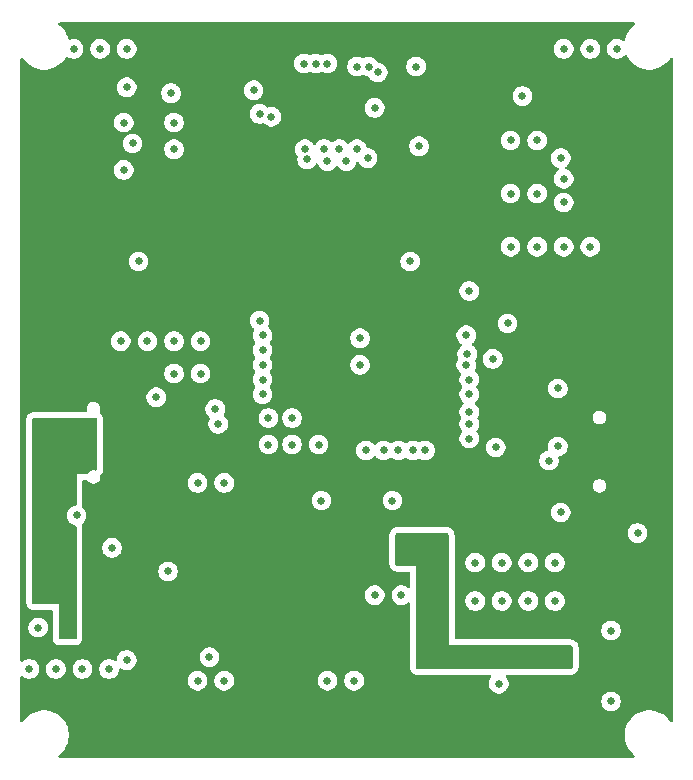
<source format=gbr>
%TF.GenerationSoftware,KiCad,Pcbnew,9.0.5*%
%TF.CreationDate,2025-10-28T16:25:52-07:00*%
%TF.ProjectId,Vine_Basestation_Cable_Reeling,56696e65-5f42-4617-9365-73746174696f,rev?*%
%TF.SameCoordinates,Original*%
%TF.FileFunction,Copper,L3,Inr*%
%TF.FilePolarity,Positive*%
%FSLAX46Y46*%
G04 Gerber Fmt 4.6, Leading zero omitted, Abs format (unit mm)*
G04 Created by KiCad (PCBNEW 9.0.5) date 2025-10-28 16:25:52*
%MOMM*%
%LPD*%
G01*
G04 APERTURE LIST*
%TA.AperFunction,ViaPad*%
%ADD10C,0.660400*%
%TD*%
G04 APERTURE END LIST*
D10*
%TO.N,GND*%
X130750000Y-92750000D03*
X130750000Y-95000000D03*
X132750000Y-95000000D03*
X135000000Y-95000000D03*
X132750000Y-92750000D03*
X142750000Y-79500000D03*
X118750000Y-64750000D03*
X122750000Y-70000000D03*
X122750000Y-67750000D03*
X127000000Y-98250000D03*
X124750000Y-98250000D03*
X138000000Y-115000000D03*
X135750000Y-115000000D03*
X127000000Y-115000000D03*
X124750000Y-115000000D03*
X142000000Y-107750000D03*
X139750000Y-107750000D03*
X125000000Y-89000000D03*
X122750000Y-89000000D03*
X153500000Y-73750000D03*
X151250000Y-73750000D03*
X153500000Y-69250000D03*
X151250000Y-69250000D03*
X125000000Y-86250000D03*
X122750000Y-86250000D03*
X120500000Y-86250000D03*
X118250000Y-86250000D03*
X158000000Y-78250000D03*
X155750000Y-78250000D03*
X153500000Y-78250000D03*
X151250000Y-78250000D03*
X117250000Y-114000000D03*
X115000000Y-114000000D03*
X112750000Y-114000000D03*
X110500000Y-114000000D03*
X155000000Y-108250000D03*
X152750000Y-108250000D03*
X150500000Y-108250000D03*
X148250000Y-108250000D03*
X155000000Y-105000000D03*
X152750000Y-105000000D03*
X150500000Y-105000000D03*
X148250000Y-105000000D03*
X160250000Y-61500000D03*
X158000000Y-61500000D03*
X155750000Y-61500000D03*
X116500000Y-61500000D03*
X118750000Y-61500000D03*
X114250000Y-61500000D03*
%TO.N,5V0*%
X115750000Y-96750000D03*
X115750000Y-93250000D03*
%TO.N,/IO8*%
X139150000Y-70750000D03*
%TO.N,/IO2*%
X138250000Y-63000000D03*
%TO.N,/IO42*%
X139250000Y-63000000D03*
%TO.N,/IO39*%
X140000000Y-63500000D03*
%TO.N,/IO18*%
X139750000Y-66500000D03*
%TO.N,/IO36*%
X138250000Y-70000000D03*
%TO.N,/IO35*%
X137350000Y-71000000D03*
X147750000Y-94500000D03*
%TO.N,/IO36*%
X147750000Y-93250000D03*
%TO.N,/IO8*%
X147750000Y-92250000D03*
%TO.N,/IO18*%
X147750000Y-90750000D03*
%TO.N,/IO39*%
X147750000Y-89500000D03*
%TO.N,/IO42*%
X147500000Y-85750000D03*
%TO.N,/IO2*%
X147750000Y-82000000D03*
%TO.N,/IO45*%
X144000000Y-95500000D03*
X136750000Y-70000000D03*
%TO.N,/IO48*%
X135750000Y-71000000D03*
X143000000Y-95500000D03*
%TO.N,/IO47*%
X135463169Y-69975737D03*
X141750000Y-95500000D03*
%TO.N,/IO21*%
X134019593Y-70841214D03*
X140500000Y-95500000D03*
%TO.N,/IO14*%
X133838900Y-70000000D03*
X139000000Y-95500000D03*
%TO.N,GND*%
X122250000Y-105750000D03*
X155250000Y-90250000D03*
X150000000Y-95250000D03*
X141250000Y-99750000D03*
X125750000Y-113000000D03*
X118500000Y-71750000D03*
X111250000Y-110500000D03*
X143250000Y-63000000D03*
X143500000Y-69750000D03*
X159750000Y-110750000D03*
X152250000Y-65500000D03*
X155500000Y-70750000D03*
X138500000Y-88250000D03*
X119750000Y-79500000D03*
X117500000Y-103750000D03*
X118750000Y-113250000D03*
X150250000Y-115250000D03*
X135232300Y-99750000D03*
X138500000Y-86000000D03*
X122500000Y-65250000D03*
X159750000Y-116750000D03*
X121250000Y-91000000D03*
X155500000Y-100750000D03*
%TO.N,3V3*%
X140500000Y-69750000D03*
X118500000Y-74000000D03*
X125000000Y-73750000D03*
X155500000Y-67500000D03*
X119750000Y-81500000D03*
X159750000Y-105250000D03*
X133500000Y-99500000D03*
X148750000Y-97750000D03*
X119250000Y-110500000D03*
X142000000Y-69750000D03*
X118250000Y-84000000D03*
X152000000Y-95250000D03*
X125750000Y-110750000D03*
X156500000Y-81750000D03*
%TO.N,12V0*%
X154250000Y-113000000D03*
X142500000Y-104500000D03*
X144750000Y-103500000D03*
%TO.N,5V0*%
X113750000Y-110750000D03*
X113500000Y-105500000D03*
X111750000Y-105500000D03*
%TO.N,/USB2_Dp*%
X155250000Y-95154900D03*
%TO.N,/USB2_Dn*%
X154500000Y-96360000D03*
%TO.N,/ENCODER_AO1*%
X126250000Y-92000000D03*
X119250000Y-69500000D03*
%TO.N,/ENCODER_AO2*%
X118500000Y-67750000D03*
X126500000Y-93250000D03*
%TO.N,/ENCODER_BO2*%
X155750000Y-74500000D03*
X147500000Y-88250000D03*
%TO.N,/ENCODER_BO1*%
X155750000Y-72500000D03*
X147583584Y-87333584D03*
%TO.N,/RXD0*%
X149750000Y-87750000D03*
%TO.N,/TXD0*%
X151000000Y-84750000D03*
%TO.N,CHASSIS*%
X162000000Y-102500000D03*
X114500000Y-101000000D03*
%TO.N,/IO7*%
X130250000Y-87000000D03*
X131000000Y-67250000D03*
%TO.N,/IO15*%
X133754800Y-62750000D03*
X130250000Y-88250000D03*
%TO.N,/IO17*%
X135750000Y-62750000D03*
X130250000Y-90750000D03*
%TO.N,/IO16*%
X130250000Y-89500000D03*
X134750000Y-62750000D03*
%TO.N,/IO5*%
X129500000Y-65000000D03*
X130000000Y-84500000D03*
%TO.N,/IO6*%
X130250000Y-85750000D03*
X130000000Y-67000000D03*
%TD*%
%TA.AperFunction,Conductor*%
%TO.N,5V0*%
G36*
X116193039Y-92769685D02*
G01*
X116238794Y-92822489D01*
X116250000Y-92874000D01*
X116250000Y-97078342D01*
X116230315Y-97145381D01*
X116177511Y-97191136D01*
X116108353Y-97201080D01*
X116093907Y-97198117D01*
X116067853Y-97191136D01*
X116005766Y-97174500D01*
X115854234Y-97174500D01*
X115707863Y-97213719D01*
X115576635Y-97289485D01*
X115576632Y-97289487D01*
X115469487Y-97396632D01*
X115469483Y-97396638D01*
X115445603Y-97438000D01*
X115395036Y-97486216D01*
X115338216Y-97500000D01*
X114500000Y-97500000D01*
X114500000Y-100051261D01*
X114480315Y-100118300D01*
X114427511Y-100164055D01*
X114400192Y-100172878D01*
X114257699Y-100201222D01*
X114257693Y-100201224D01*
X114106517Y-100263843D01*
X113970457Y-100354754D01*
X113854754Y-100470457D01*
X113763843Y-100606517D01*
X113701224Y-100757693D01*
X113701222Y-100757699D01*
X113669300Y-100918180D01*
X113669300Y-100918183D01*
X113669300Y-101081817D01*
X113669300Y-101081819D01*
X113669299Y-101081819D01*
X113701222Y-101242300D01*
X113701224Y-101242306D01*
X113763843Y-101393482D01*
X113854754Y-101529542D01*
X113970457Y-101645245D01*
X113970460Y-101645247D01*
X114106516Y-101736156D01*
X114257694Y-101798776D01*
X114400191Y-101827121D01*
X114462102Y-101859506D01*
X114496676Y-101920221D01*
X114500000Y-101948738D01*
X114500000Y-111376000D01*
X114480315Y-111443039D01*
X114427511Y-111488794D01*
X114376000Y-111500000D01*
X113124000Y-111500000D01*
X113056961Y-111480315D01*
X113011206Y-111427511D01*
X113000000Y-111376000D01*
X113000000Y-108500000D01*
X110874000Y-108500000D01*
X110806961Y-108480315D01*
X110761206Y-108427511D01*
X110750000Y-108376000D01*
X110750000Y-92874000D01*
X110769685Y-92806961D01*
X110822489Y-92761206D01*
X110874000Y-92750000D01*
X116126000Y-92750000D01*
X116193039Y-92769685D01*
G37*
%TD.AperFunction*%
%TD*%
%TA.AperFunction,Conductor*%
%TO.N,12V0*%
G36*
X145943039Y-102519685D02*
G01*
X145988794Y-102572489D01*
X146000000Y-102624000D01*
X146000000Y-112000000D01*
X156376000Y-112000000D01*
X156443039Y-112019685D01*
X156488794Y-112072489D01*
X156500000Y-112124000D01*
X156500000Y-113876000D01*
X156480315Y-113943039D01*
X156427511Y-113988794D01*
X156376000Y-114000000D01*
X143374000Y-114000000D01*
X143306961Y-113980315D01*
X143261206Y-113927511D01*
X143250000Y-113876000D01*
X143250000Y-105250000D01*
X141624000Y-105250000D01*
X141556961Y-105230315D01*
X141511206Y-105177511D01*
X141500000Y-105126000D01*
X141500000Y-102624000D01*
X141519685Y-102556961D01*
X141572489Y-102511206D01*
X141624000Y-102500000D01*
X145876000Y-102500000D01*
X145943039Y-102519685D01*
G37*
%TD.AperFunction*%
%TD*%
%TA.AperFunction,Conductor*%
%TO.N,3V3*%
G36*
X161726775Y-59270185D02*
G01*
X161772530Y-59322989D01*
X161782474Y-59392147D01*
X161753449Y-59455703D01*
X161735222Y-59472876D01*
X161612073Y-59567370D01*
X161612066Y-59567376D01*
X161417376Y-59762066D01*
X161417370Y-59762073D01*
X161249754Y-59980516D01*
X161112080Y-60218971D01*
X161112075Y-60218982D01*
X161006704Y-60473369D01*
X160979335Y-60575513D01*
X160945652Y-60701224D01*
X160935441Y-60739331D01*
X160935437Y-60739350D01*
X160934895Y-60743470D01*
X160906626Y-60807365D01*
X160848300Y-60845834D01*
X160778435Y-60846662D01*
X160743067Y-60830382D01*
X160675444Y-60785198D01*
X160643484Y-60763844D01*
X160584350Y-60739350D01*
X160492306Y-60701224D01*
X160492300Y-60701222D01*
X160331819Y-60669300D01*
X160331817Y-60669300D01*
X160168183Y-60669300D01*
X160168181Y-60669300D01*
X160007699Y-60701222D01*
X160007693Y-60701224D01*
X159856517Y-60763843D01*
X159720457Y-60854754D01*
X159604754Y-60970457D01*
X159513843Y-61106517D01*
X159451224Y-61257693D01*
X159451222Y-61257699D01*
X159419300Y-61418180D01*
X159419300Y-61418183D01*
X159419300Y-61581817D01*
X159419300Y-61581819D01*
X159419299Y-61581819D01*
X159451222Y-61742300D01*
X159451224Y-61742306D01*
X159513843Y-61893482D01*
X159604754Y-62029542D01*
X159720457Y-62145245D01*
X159720460Y-62145247D01*
X159856516Y-62236156D01*
X160007694Y-62298776D01*
X160007698Y-62298776D01*
X160007699Y-62298777D01*
X160168180Y-62330700D01*
X160168183Y-62330700D01*
X160331819Y-62330700D01*
X160439785Y-62309223D01*
X160492306Y-62298776D01*
X160643484Y-62236156D01*
X160779540Y-62145247D01*
X160837309Y-62087478D01*
X160899555Y-62025233D01*
X160900795Y-62026473D01*
X160951653Y-61991816D01*
X161021497Y-61989932D01*
X161081273Y-62026107D01*
X161104345Y-62062355D01*
X161112075Y-62081017D01*
X161112080Y-62081028D01*
X161163045Y-62169300D01*
X161249751Y-62319479D01*
X161249753Y-62319482D01*
X161249754Y-62319483D01*
X161417370Y-62537926D01*
X161417376Y-62537933D01*
X161612066Y-62732623D01*
X161612073Y-62732629D01*
X161740403Y-62831099D01*
X161830521Y-62900249D01*
X161952123Y-62970456D01*
X162068971Y-63037919D01*
X162068976Y-63037921D01*
X162068979Y-63037923D01*
X162323368Y-63143295D01*
X162589334Y-63214560D01*
X162862326Y-63250500D01*
X162862333Y-63250500D01*
X163137667Y-63250500D01*
X163137674Y-63250500D01*
X163410666Y-63214560D01*
X163676632Y-63143295D01*
X163931021Y-63037923D01*
X164169479Y-62900249D01*
X164387928Y-62732628D01*
X164582628Y-62537928D01*
X164750249Y-62319479D01*
X164768115Y-62288534D01*
X164818679Y-62240321D01*
X164887286Y-62227097D01*
X164952151Y-62253065D01*
X164992680Y-62309979D01*
X164999500Y-62350536D01*
X164999500Y-118399463D01*
X164979815Y-118466502D01*
X164927011Y-118512257D01*
X164857853Y-118522201D01*
X164794297Y-118493176D01*
X164768116Y-118461467D01*
X164750249Y-118430521D01*
X164750243Y-118430513D01*
X164582629Y-118212073D01*
X164582623Y-118212066D01*
X164387933Y-118017376D01*
X164387926Y-118017370D01*
X164169483Y-117849754D01*
X164169482Y-117849753D01*
X164169479Y-117849751D01*
X164074407Y-117794861D01*
X163931028Y-117712080D01*
X163931017Y-117712075D01*
X163676630Y-117606704D01*
X163543649Y-117571072D01*
X163410666Y-117535440D01*
X163410660Y-117535439D01*
X163410655Y-117535438D01*
X163137684Y-117499501D01*
X163137679Y-117499500D01*
X163137674Y-117499500D01*
X162862326Y-117499500D01*
X162862320Y-117499500D01*
X162862315Y-117499501D01*
X162589344Y-117535438D01*
X162589337Y-117535439D01*
X162589334Y-117535440D01*
X162539567Y-117548775D01*
X162323369Y-117606704D01*
X162068982Y-117712075D01*
X162068971Y-117712080D01*
X161830516Y-117849754D01*
X161612073Y-118017370D01*
X161612066Y-118017376D01*
X161417376Y-118212066D01*
X161417370Y-118212073D01*
X161249754Y-118430516D01*
X161112080Y-118668971D01*
X161112075Y-118668982D01*
X161006704Y-118923369D01*
X160935441Y-119189331D01*
X160935438Y-119189344D01*
X160899501Y-119462315D01*
X160899500Y-119462332D01*
X160899500Y-119737667D01*
X160899501Y-119737684D01*
X160935438Y-120010655D01*
X160935439Y-120010660D01*
X160935440Y-120010666D01*
X160935441Y-120010668D01*
X161006704Y-120276630D01*
X161112075Y-120531017D01*
X161112080Y-120531028D01*
X161191809Y-120669121D01*
X161249751Y-120769479D01*
X161249753Y-120769482D01*
X161249754Y-120769483D01*
X161417370Y-120987926D01*
X161417376Y-120987933D01*
X161612066Y-121182623D01*
X161612073Y-121182629D01*
X161735222Y-121277124D01*
X161776425Y-121333552D01*
X161780580Y-121403298D01*
X161746368Y-121464218D01*
X161684651Y-121496971D01*
X161659736Y-121499500D01*
X113090264Y-121499500D01*
X113023225Y-121479815D01*
X112977470Y-121427011D01*
X112967526Y-121357853D01*
X112996551Y-121294297D01*
X113014778Y-121277124D01*
X113078074Y-121228555D01*
X113137928Y-121182628D01*
X113332628Y-120987928D01*
X113500249Y-120769479D01*
X113637923Y-120531021D01*
X113743295Y-120276632D01*
X113814560Y-120010666D01*
X113850500Y-119737674D01*
X113850500Y-119462326D01*
X113814560Y-119189334D01*
X113743295Y-118923368D01*
X113637923Y-118668979D01*
X113637921Y-118668976D01*
X113637919Y-118668971D01*
X113588732Y-118583778D01*
X113500249Y-118430521D01*
X113332628Y-118212072D01*
X113332623Y-118212066D01*
X113137933Y-118017376D01*
X113137926Y-118017370D01*
X112919483Y-117849754D01*
X112919482Y-117849753D01*
X112919479Y-117849751D01*
X112824407Y-117794861D01*
X112681028Y-117712080D01*
X112681017Y-117712075D01*
X112426630Y-117606704D01*
X112293649Y-117571072D01*
X112160666Y-117535440D01*
X112160660Y-117535439D01*
X112160655Y-117535438D01*
X111887684Y-117499501D01*
X111887679Y-117499500D01*
X111887674Y-117499500D01*
X111612326Y-117499500D01*
X111612320Y-117499500D01*
X111612315Y-117499501D01*
X111339344Y-117535438D01*
X111339337Y-117535439D01*
X111339334Y-117535440D01*
X111289567Y-117548775D01*
X111073369Y-117606704D01*
X110818982Y-117712075D01*
X110818971Y-117712080D01*
X110580516Y-117849754D01*
X110362073Y-118017370D01*
X110362066Y-118017376D01*
X110167376Y-118212066D01*
X110167370Y-118212073D01*
X109999756Y-118430513D01*
X109999752Y-118430518D01*
X109999751Y-118430521D01*
X109981884Y-118461466D01*
X109931320Y-118509679D01*
X109862712Y-118522901D01*
X109797848Y-118496933D01*
X109757320Y-118440019D01*
X109750500Y-118399463D01*
X109750500Y-116831819D01*
X158919299Y-116831819D01*
X158951222Y-116992300D01*
X158951224Y-116992306D01*
X159013843Y-117143482D01*
X159104754Y-117279542D01*
X159220457Y-117395245D01*
X159220460Y-117395247D01*
X159356516Y-117486156D01*
X159507694Y-117548776D01*
X159507698Y-117548776D01*
X159507699Y-117548777D01*
X159668180Y-117580700D01*
X159668183Y-117580700D01*
X159831819Y-117580700D01*
X159939785Y-117559223D01*
X159992306Y-117548776D01*
X160143484Y-117486156D01*
X160279540Y-117395247D01*
X160395247Y-117279540D01*
X160486156Y-117143484D01*
X160548776Y-116992306D01*
X160580700Y-116831817D01*
X160580700Y-116668183D01*
X160580700Y-116668180D01*
X160548777Y-116507699D01*
X160548776Y-116507698D01*
X160548776Y-116507694D01*
X160486156Y-116356516D01*
X160395247Y-116220460D01*
X160395245Y-116220457D01*
X160279542Y-116104754D01*
X160195762Y-116048775D01*
X160143484Y-116013844D01*
X160076639Y-115986156D01*
X159992306Y-115951224D01*
X159992300Y-115951222D01*
X159831819Y-115919300D01*
X159831817Y-115919300D01*
X159668183Y-115919300D01*
X159668181Y-115919300D01*
X159507699Y-115951222D01*
X159507693Y-115951224D01*
X159356517Y-116013843D01*
X159220457Y-116104754D01*
X159104754Y-116220457D01*
X159013843Y-116356517D01*
X158951224Y-116507693D01*
X158951222Y-116507699D01*
X158919300Y-116668180D01*
X158919300Y-116668183D01*
X158919300Y-116831817D01*
X158919300Y-116831819D01*
X158919299Y-116831819D01*
X109750500Y-116831819D01*
X109750500Y-115081819D01*
X123919299Y-115081819D01*
X123951222Y-115242300D01*
X123951224Y-115242306D01*
X124013843Y-115393482D01*
X124104754Y-115529542D01*
X124220457Y-115645245D01*
X124220460Y-115645247D01*
X124356516Y-115736156D01*
X124507694Y-115798776D01*
X124507698Y-115798776D01*
X124507699Y-115798777D01*
X124668180Y-115830700D01*
X124668183Y-115830700D01*
X124831819Y-115830700D01*
X124939785Y-115809223D01*
X124992306Y-115798776D01*
X125143484Y-115736156D01*
X125279540Y-115645247D01*
X125395247Y-115529540D01*
X125486156Y-115393484D01*
X125548776Y-115242306D01*
X125580700Y-115081819D01*
X126169299Y-115081819D01*
X126201222Y-115242300D01*
X126201224Y-115242306D01*
X126263843Y-115393482D01*
X126354754Y-115529542D01*
X126470457Y-115645245D01*
X126470460Y-115645247D01*
X126606516Y-115736156D01*
X126757694Y-115798776D01*
X126757698Y-115798776D01*
X126757699Y-115798777D01*
X126918180Y-115830700D01*
X126918183Y-115830700D01*
X127081819Y-115830700D01*
X127189785Y-115809223D01*
X127242306Y-115798776D01*
X127393484Y-115736156D01*
X127529540Y-115645247D01*
X127645247Y-115529540D01*
X127736156Y-115393484D01*
X127798776Y-115242306D01*
X127830700Y-115081819D01*
X134919299Y-115081819D01*
X134951222Y-115242300D01*
X134951224Y-115242306D01*
X135013843Y-115393482D01*
X135104754Y-115529542D01*
X135220457Y-115645245D01*
X135220460Y-115645247D01*
X135356516Y-115736156D01*
X135507694Y-115798776D01*
X135507698Y-115798776D01*
X135507699Y-115798777D01*
X135668180Y-115830700D01*
X135668183Y-115830700D01*
X135831819Y-115830700D01*
X135939785Y-115809223D01*
X135992306Y-115798776D01*
X136143484Y-115736156D01*
X136279540Y-115645247D01*
X136395247Y-115529540D01*
X136486156Y-115393484D01*
X136548776Y-115242306D01*
X136580700Y-115081819D01*
X137169299Y-115081819D01*
X137201222Y-115242300D01*
X137201224Y-115242306D01*
X137263843Y-115393482D01*
X137354754Y-115529542D01*
X137470457Y-115645245D01*
X137470460Y-115645247D01*
X137606516Y-115736156D01*
X137757694Y-115798776D01*
X137757698Y-115798776D01*
X137757699Y-115798777D01*
X137918180Y-115830700D01*
X137918183Y-115830700D01*
X138081819Y-115830700D01*
X138189785Y-115809223D01*
X138242306Y-115798776D01*
X138393484Y-115736156D01*
X138529540Y-115645247D01*
X138645247Y-115529540D01*
X138736156Y-115393484D01*
X138798776Y-115242306D01*
X138830700Y-115081817D01*
X138830700Y-114918183D01*
X138830700Y-114918180D01*
X138798777Y-114757699D01*
X138798776Y-114757698D01*
X138798776Y-114757694D01*
X138736156Y-114606516D01*
X138645247Y-114470460D01*
X138645245Y-114470457D01*
X138529542Y-114354754D01*
X138461512Y-114309298D01*
X138393484Y-114263844D01*
X138380698Y-114258548D01*
X138242306Y-114201224D01*
X138242300Y-114201222D01*
X138081819Y-114169300D01*
X138081817Y-114169300D01*
X137918183Y-114169300D01*
X137918181Y-114169300D01*
X137757699Y-114201222D01*
X137757693Y-114201224D01*
X137606517Y-114263843D01*
X137470457Y-114354754D01*
X137354754Y-114470457D01*
X137263843Y-114606517D01*
X137201224Y-114757693D01*
X137201222Y-114757699D01*
X137169300Y-114918180D01*
X137169300Y-114918183D01*
X137169300Y-115081817D01*
X137169300Y-115081819D01*
X137169299Y-115081819D01*
X136580700Y-115081819D01*
X136580700Y-115081817D01*
X136580700Y-114918183D01*
X136580700Y-114918180D01*
X136548777Y-114757699D01*
X136548776Y-114757698D01*
X136548776Y-114757694D01*
X136486156Y-114606516D01*
X136395247Y-114470460D01*
X136395245Y-114470457D01*
X136279542Y-114354754D01*
X136211512Y-114309298D01*
X136143484Y-114263844D01*
X136130698Y-114258548D01*
X135992306Y-114201224D01*
X135992300Y-114201222D01*
X135831819Y-114169300D01*
X135831817Y-114169300D01*
X135668183Y-114169300D01*
X135668181Y-114169300D01*
X135507699Y-114201222D01*
X135507693Y-114201224D01*
X135356517Y-114263843D01*
X135220457Y-114354754D01*
X135104754Y-114470457D01*
X135013843Y-114606517D01*
X134951224Y-114757693D01*
X134951222Y-114757699D01*
X134919300Y-114918180D01*
X134919300Y-114918183D01*
X134919300Y-115081817D01*
X134919300Y-115081819D01*
X134919299Y-115081819D01*
X127830700Y-115081819D01*
X127830700Y-115081817D01*
X127830700Y-114918183D01*
X127830700Y-114918180D01*
X127798777Y-114757699D01*
X127798776Y-114757698D01*
X127798776Y-114757694D01*
X127736156Y-114606516D01*
X127645247Y-114470460D01*
X127645245Y-114470457D01*
X127529542Y-114354754D01*
X127461512Y-114309298D01*
X127393484Y-114263844D01*
X127380698Y-114258548D01*
X127242306Y-114201224D01*
X127242300Y-114201222D01*
X127081819Y-114169300D01*
X127081817Y-114169300D01*
X126918183Y-114169300D01*
X126918181Y-114169300D01*
X126757699Y-114201222D01*
X126757693Y-114201224D01*
X126606517Y-114263843D01*
X126470457Y-114354754D01*
X126354754Y-114470457D01*
X126263843Y-114606517D01*
X126201224Y-114757693D01*
X126201222Y-114757699D01*
X126169300Y-114918180D01*
X126169300Y-114918183D01*
X126169300Y-115081817D01*
X126169300Y-115081819D01*
X126169299Y-115081819D01*
X125580700Y-115081819D01*
X125580700Y-115081817D01*
X125580700Y-114918183D01*
X125580700Y-114918180D01*
X125548777Y-114757699D01*
X125548776Y-114757698D01*
X125548776Y-114757694D01*
X125486156Y-114606516D01*
X125395247Y-114470460D01*
X125395245Y-114470457D01*
X125279542Y-114354754D01*
X125211512Y-114309298D01*
X125143484Y-114263844D01*
X125130698Y-114258548D01*
X124992306Y-114201224D01*
X124992300Y-114201222D01*
X124831819Y-114169300D01*
X124831817Y-114169300D01*
X124668183Y-114169300D01*
X124668181Y-114169300D01*
X124507699Y-114201222D01*
X124507693Y-114201224D01*
X124356517Y-114263843D01*
X124220457Y-114354754D01*
X124104754Y-114470457D01*
X124013843Y-114606517D01*
X123951224Y-114757693D01*
X123951222Y-114757699D01*
X123919300Y-114918180D01*
X123919300Y-114918183D01*
X123919300Y-115081817D01*
X123919300Y-115081819D01*
X123919299Y-115081819D01*
X109750500Y-115081819D01*
X109750500Y-114724650D01*
X109770185Y-114657611D01*
X109822989Y-114611856D01*
X109892147Y-114601912D01*
X109955703Y-114630937D01*
X109962181Y-114636969D01*
X109970457Y-114645245D01*
X109970460Y-114645247D01*
X110106516Y-114736156D01*
X110257694Y-114798776D01*
X110257698Y-114798776D01*
X110257699Y-114798777D01*
X110418180Y-114830700D01*
X110418183Y-114830700D01*
X110581819Y-114830700D01*
X110689785Y-114809223D01*
X110742306Y-114798776D01*
X110893484Y-114736156D01*
X111029540Y-114645247D01*
X111145247Y-114529540D01*
X111236156Y-114393484D01*
X111298776Y-114242306D01*
X111319624Y-114137497D01*
X111330700Y-114081819D01*
X111919299Y-114081819D01*
X111951222Y-114242300D01*
X111951224Y-114242306D01*
X112013843Y-114393482D01*
X112104754Y-114529542D01*
X112220457Y-114645245D01*
X112220460Y-114645247D01*
X112356516Y-114736156D01*
X112507694Y-114798776D01*
X112507698Y-114798776D01*
X112507699Y-114798777D01*
X112668180Y-114830700D01*
X112668183Y-114830700D01*
X112831819Y-114830700D01*
X112939785Y-114809223D01*
X112992306Y-114798776D01*
X113143484Y-114736156D01*
X113279540Y-114645247D01*
X113395247Y-114529540D01*
X113486156Y-114393484D01*
X113548776Y-114242306D01*
X113569624Y-114137497D01*
X113580700Y-114081819D01*
X114169299Y-114081819D01*
X114201222Y-114242300D01*
X114201224Y-114242306D01*
X114263843Y-114393482D01*
X114354754Y-114529542D01*
X114470457Y-114645245D01*
X114470460Y-114645247D01*
X114606516Y-114736156D01*
X114757694Y-114798776D01*
X114757698Y-114798776D01*
X114757699Y-114798777D01*
X114918180Y-114830700D01*
X114918183Y-114830700D01*
X115081819Y-114830700D01*
X115189785Y-114809223D01*
X115242306Y-114798776D01*
X115393484Y-114736156D01*
X115529540Y-114645247D01*
X115645247Y-114529540D01*
X115736156Y-114393484D01*
X115798776Y-114242306D01*
X115819624Y-114137497D01*
X115830700Y-114081819D01*
X116419299Y-114081819D01*
X116451222Y-114242300D01*
X116451224Y-114242306D01*
X116513843Y-114393482D01*
X116604754Y-114529542D01*
X116720457Y-114645245D01*
X116720460Y-114645247D01*
X116856516Y-114736156D01*
X117007694Y-114798776D01*
X117007698Y-114798776D01*
X117007699Y-114798777D01*
X117168180Y-114830700D01*
X117168183Y-114830700D01*
X117331819Y-114830700D01*
X117439785Y-114809223D01*
X117492306Y-114798776D01*
X117643484Y-114736156D01*
X117779540Y-114645247D01*
X117895247Y-114529540D01*
X117986156Y-114393484D01*
X118048776Y-114242306D01*
X118069624Y-114137497D01*
X118080700Y-114081819D01*
X118080700Y-114033849D01*
X118100385Y-113966810D01*
X118153189Y-113921055D01*
X118222347Y-113911111D01*
X118273588Y-113930746D01*
X118356516Y-113986156D01*
X118507694Y-114048776D01*
X118507698Y-114048776D01*
X118507699Y-114048777D01*
X118668180Y-114080700D01*
X118668183Y-114080700D01*
X118831819Y-114080700D01*
X118939785Y-114059223D01*
X118992306Y-114048776D01*
X119143484Y-113986156D01*
X119279540Y-113895247D01*
X119395247Y-113779540D01*
X119486156Y-113643484D01*
X119548776Y-113492306D01*
X119567830Y-113396516D01*
X119580700Y-113331819D01*
X119580700Y-113168180D01*
X119563521Y-113081819D01*
X124919299Y-113081819D01*
X124951222Y-113242300D01*
X124951224Y-113242306D01*
X125013843Y-113393482D01*
X125104754Y-113529542D01*
X125220457Y-113645245D01*
X125220460Y-113645247D01*
X125356516Y-113736156D01*
X125507694Y-113798776D01*
X125507698Y-113798776D01*
X125507699Y-113798777D01*
X125668180Y-113830700D01*
X125668183Y-113830700D01*
X125831819Y-113830700D01*
X125939785Y-113809223D01*
X125992306Y-113798776D01*
X126143484Y-113736156D01*
X126279540Y-113645247D01*
X126395247Y-113529540D01*
X126486156Y-113393484D01*
X126548776Y-113242306D01*
X126580700Y-113081817D01*
X126580700Y-112918183D01*
X126580700Y-112918180D01*
X126548777Y-112757699D01*
X126548776Y-112757698D01*
X126548776Y-112757694D01*
X126486156Y-112606516D01*
X126395247Y-112470460D01*
X126395245Y-112470457D01*
X126279542Y-112354754D01*
X126211512Y-112309298D01*
X126143484Y-112263844D01*
X125992306Y-112201224D01*
X125992300Y-112201222D01*
X125831819Y-112169300D01*
X125831817Y-112169300D01*
X125668183Y-112169300D01*
X125668181Y-112169300D01*
X125507699Y-112201222D01*
X125507693Y-112201224D01*
X125356517Y-112263843D01*
X125220457Y-112354754D01*
X125104754Y-112470457D01*
X125013843Y-112606517D01*
X124951224Y-112757693D01*
X124951222Y-112757699D01*
X124919300Y-112918180D01*
X124919300Y-112918183D01*
X124919300Y-113081817D01*
X124919300Y-113081819D01*
X124919299Y-113081819D01*
X119563521Y-113081819D01*
X119548777Y-113007699D01*
X119548776Y-113007698D01*
X119548776Y-113007694D01*
X119548774Y-113007689D01*
X119528832Y-112959543D01*
X119486157Y-112856517D01*
X119395245Y-112720457D01*
X119279542Y-112604754D01*
X119211512Y-112559298D01*
X119143484Y-112513844D01*
X118992306Y-112451224D01*
X118992300Y-112451222D01*
X118831819Y-112419300D01*
X118831817Y-112419300D01*
X118668183Y-112419300D01*
X118668181Y-112419300D01*
X118507699Y-112451222D01*
X118507693Y-112451224D01*
X118356517Y-112513843D01*
X118220457Y-112604754D01*
X118104754Y-112720457D01*
X118013843Y-112856517D01*
X117951224Y-113007693D01*
X117951222Y-113007699D01*
X117919300Y-113168180D01*
X117919300Y-113216150D01*
X117899615Y-113283189D01*
X117846811Y-113328944D01*
X117777653Y-113338888D01*
X117726410Y-113319253D01*
X117660704Y-113275350D01*
X117643484Y-113263844D01*
X117492306Y-113201224D01*
X117492300Y-113201222D01*
X117331819Y-113169300D01*
X117331817Y-113169300D01*
X117168183Y-113169300D01*
X117168181Y-113169300D01*
X117007699Y-113201222D01*
X117007693Y-113201224D01*
X116856517Y-113263843D01*
X116720457Y-113354754D01*
X116604754Y-113470457D01*
X116513843Y-113606517D01*
X116451224Y-113757693D01*
X116451222Y-113757699D01*
X116419300Y-113918180D01*
X116419300Y-113918183D01*
X116419300Y-114081817D01*
X116419300Y-114081819D01*
X116419299Y-114081819D01*
X115830700Y-114081819D01*
X115830700Y-113918180D01*
X115798777Y-113757699D01*
X115798776Y-113757698D01*
X115798776Y-113757694D01*
X115736156Y-113606516D01*
X115645247Y-113470460D01*
X115645245Y-113470457D01*
X115529542Y-113354754D01*
X115410704Y-113275350D01*
X115393484Y-113263844D01*
X115242306Y-113201224D01*
X115242300Y-113201222D01*
X115081819Y-113169300D01*
X115081817Y-113169300D01*
X114918183Y-113169300D01*
X114918181Y-113169300D01*
X114757699Y-113201222D01*
X114757693Y-113201224D01*
X114606517Y-113263843D01*
X114470457Y-113354754D01*
X114354754Y-113470457D01*
X114263843Y-113606517D01*
X114201224Y-113757693D01*
X114201222Y-113757699D01*
X114169300Y-113918180D01*
X114169300Y-113918183D01*
X114169300Y-114081817D01*
X114169300Y-114081819D01*
X114169299Y-114081819D01*
X113580700Y-114081819D01*
X113580700Y-113918180D01*
X113548777Y-113757699D01*
X113548776Y-113757698D01*
X113548776Y-113757694D01*
X113486156Y-113606516D01*
X113395247Y-113470460D01*
X113395245Y-113470457D01*
X113279542Y-113354754D01*
X113160704Y-113275350D01*
X113143484Y-113263844D01*
X112992306Y-113201224D01*
X112992300Y-113201222D01*
X112831819Y-113169300D01*
X112831817Y-113169300D01*
X112668183Y-113169300D01*
X112668181Y-113169300D01*
X112507699Y-113201222D01*
X112507693Y-113201224D01*
X112356517Y-113263843D01*
X112220457Y-113354754D01*
X112104754Y-113470457D01*
X112013843Y-113606517D01*
X111951224Y-113757693D01*
X111951222Y-113757699D01*
X111919300Y-113918180D01*
X111919300Y-113918183D01*
X111919300Y-114081817D01*
X111919300Y-114081819D01*
X111919299Y-114081819D01*
X111330700Y-114081819D01*
X111330700Y-113918180D01*
X111298777Y-113757699D01*
X111298776Y-113757698D01*
X111298776Y-113757694D01*
X111236156Y-113606516D01*
X111145247Y-113470460D01*
X111145245Y-113470457D01*
X111029542Y-113354754D01*
X110910704Y-113275350D01*
X110893484Y-113263844D01*
X110742306Y-113201224D01*
X110742300Y-113201222D01*
X110581819Y-113169300D01*
X110581817Y-113169300D01*
X110418183Y-113169300D01*
X110418181Y-113169300D01*
X110257699Y-113201222D01*
X110257693Y-113201224D01*
X110106517Y-113263843D01*
X109970457Y-113354754D01*
X109970456Y-113354755D01*
X109962181Y-113363031D01*
X109900858Y-113396516D01*
X109831166Y-113391532D01*
X109775233Y-113349660D01*
X109750816Y-113284196D01*
X109750500Y-113275350D01*
X109750500Y-110581819D01*
X110419299Y-110581819D01*
X110451222Y-110742300D01*
X110451224Y-110742306D01*
X110513843Y-110893482D01*
X110604754Y-111029542D01*
X110720457Y-111145245D01*
X110720460Y-111145247D01*
X110856516Y-111236156D01*
X111007694Y-111298776D01*
X111007698Y-111298776D01*
X111007699Y-111298777D01*
X111168180Y-111330700D01*
X111168183Y-111330700D01*
X111331819Y-111330700D01*
X111439785Y-111309223D01*
X111492306Y-111298776D01*
X111643484Y-111236156D01*
X111779540Y-111145247D01*
X111895247Y-111029540D01*
X111986156Y-110893484D01*
X112048776Y-110742306D01*
X112080700Y-110581817D01*
X112080700Y-110418183D01*
X112080700Y-110418180D01*
X112048777Y-110257699D01*
X112048776Y-110257698D01*
X112048776Y-110257694D01*
X111986156Y-110106516D01*
X111895247Y-109970460D01*
X111895245Y-109970457D01*
X111779542Y-109854754D01*
X111711512Y-109809298D01*
X111643484Y-109763844D01*
X111492306Y-109701224D01*
X111492300Y-109701222D01*
X111331819Y-109669300D01*
X111331817Y-109669300D01*
X111168183Y-109669300D01*
X111168181Y-109669300D01*
X111007699Y-109701222D01*
X111007693Y-109701224D01*
X110856517Y-109763843D01*
X110720457Y-109854754D01*
X110604754Y-109970457D01*
X110513843Y-110106517D01*
X110451224Y-110257693D01*
X110451222Y-110257699D01*
X110419300Y-110418180D01*
X110419300Y-110418183D01*
X110419300Y-110581817D01*
X110419300Y-110581819D01*
X110419299Y-110581819D01*
X109750500Y-110581819D01*
X109750500Y-92874000D01*
X110244500Y-92874000D01*
X110244500Y-108376000D01*
X110244501Y-108376009D01*
X110256052Y-108483450D01*
X110256054Y-108483462D01*
X110267260Y-108534972D01*
X110301383Y-108637497D01*
X110301386Y-108637503D01*
X110379171Y-108758537D01*
X110379179Y-108758548D01*
X110424923Y-108811340D01*
X110424926Y-108811343D01*
X110424930Y-108811347D01*
X110533664Y-108905567D01*
X110664541Y-108965338D01*
X110731580Y-108985023D01*
X110731584Y-108985024D01*
X110874000Y-109005500D01*
X112370500Y-109005500D01*
X112437539Y-109025185D01*
X112483294Y-109077989D01*
X112494500Y-109129500D01*
X112494500Y-111376000D01*
X112494501Y-111376009D01*
X112506052Y-111483450D01*
X112506054Y-111483462D01*
X112517260Y-111534972D01*
X112551383Y-111637497D01*
X112551386Y-111637503D01*
X112629171Y-111758537D01*
X112629179Y-111758548D01*
X112674923Y-111811340D01*
X112674926Y-111811343D01*
X112674930Y-111811347D01*
X112783664Y-111905567D01*
X112783667Y-111905568D01*
X112783668Y-111905569D01*
X112877925Y-111948616D01*
X112914541Y-111965338D01*
X112981580Y-111985023D01*
X112981584Y-111985024D01*
X113124000Y-112005500D01*
X113124003Y-112005500D01*
X114375990Y-112005500D01*
X114376000Y-112005500D01*
X114483456Y-111993947D01*
X114534967Y-111982741D01*
X114569197Y-111971347D01*
X114637497Y-111948616D01*
X114637501Y-111948613D01*
X114637504Y-111948613D01*
X114758543Y-111870825D01*
X114811347Y-111825070D01*
X114905567Y-111716336D01*
X114965338Y-111585459D01*
X114985023Y-111518420D01*
X114985024Y-111518416D01*
X115005500Y-111376000D01*
X115005500Y-107831819D01*
X138919299Y-107831819D01*
X138951222Y-107992300D01*
X138951224Y-107992306D01*
X139013843Y-108143482D01*
X139104754Y-108279542D01*
X139220457Y-108395245D01*
X139220460Y-108395247D01*
X139356516Y-108486156D01*
X139507694Y-108548776D01*
X139507698Y-108548776D01*
X139507699Y-108548777D01*
X139668180Y-108580700D01*
X139668183Y-108580700D01*
X139831819Y-108580700D01*
X139939785Y-108559223D01*
X139992306Y-108548776D01*
X140143484Y-108486156D01*
X140279540Y-108395247D01*
X140395247Y-108279540D01*
X140486156Y-108143484D01*
X140548776Y-107992306D01*
X140580700Y-107831817D01*
X140580700Y-107668183D01*
X140580700Y-107668180D01*
X140548777Y-107507699D01*
X140548776Y-107507698D01*
X140548776Y-107507694D01*
X140486156Y-107356516D01*
X140395247Y-107220460D01*
X140395245Y-107220457D01*
X140279542Y-107104754D01*
X140153221Y-107020350D01*
X140143484Y-107013844D01*
X139992306Y-106951224D01*
X139992300Y-106951222D01*
X139831819Y-106919300D01*
X139831817Y-106919300D01*
X139668183Y-106919300D01*
X139668181Y-106919300D01*
X139507699Y-106951222D01*
X139507693Y-106951224D01*
X139356517Y-107013843D01*
X139220457Y-107104754D01*
X139104754Y-107220457D01*
X139013843Y-107356517D01*
X138951224Y-107507693D01*
X138951222Y-107507699D01*
X138919300Y-107668180D01*
X138919300Y-107668183D01*
X138919300Y-107831817D01*
X138919300Y-107831819D01*
X138919299Y-107831819D01*
X115005500Y-107831819D01*
X115005500Y-105831819D01*
X121419299Y-105831819D01*
X121451222Y-105992300D01*
X121451224Y-105992306D01*
X121513843Y-106143482D01*
X121604754Y-106279542D01*
X121720457Y-106395245D01*
X121720460Y-106395247D01*
X121856516Y-106486156D01*
X122007694Y-106548776D01*
X122007698Y-106548776D01*
X122007699Y-106548777D01*
X122168180Y-106580700D01*
X122168183Y-106580700D01*
X122331819Y-106580700D01*
X122439785Y-106559223D01*
X122492306Y-106548776D01*
X122643484Y-106486156D01*
X122779540Y-106395247D01*
X122895247Y-106279540D01*
X122986156Y-106143484D01*
X123048776Y-105992306D01*
X123080700Y-105831817D01*
X123080700Y-105668183D01*
X123080700Y-105668180D01*
X123048777Y-105507699D01*
X123048776Y-105507698D01*
X123048776Y-105507694D01*
X122986156Y-105356516D01*
X122895247Y-105220460D01*
X122895245Y-105220457D01*
X122779542Y-105104754D01*
X122711512Y-105059298D01*
X122643484Y-105013844D01*
X122492306Y-104951224D01*
X122492300Y-104951222D01*
X122331819Y-104919300D01*
X122331817Y-104919300D01*
X122168183Y-104919300D01*
X122168181Y-104919300D01*
X122007699Y-104951222D01*
X122007693Y-104951224D01*
X121856517Y-105013843D01*
X121720457Y-105104754D01*
X121604754Y-105220457D01*
X121513843Y-105356517D01*
X121451224Y-105507693D01*
X121451222Y-105507699D01*
X121419300Y-105668180D01*
X121419300Y-105668183D01*
X121419300Y-105831817D01*
X121419300Y-105831819D01*
X121419299Y-105831819D01*
X115005500Y-105831819D01*
X115005500Y-103831819D01*
X116669299Y-103831819D01*
X116701222Y-103992300D01*
X116701224Y-103992306D01*
X116763843Y-104143482D01*
X116854754Y-104279542D01*
X116970457Y-104395245D01*
X116970460Y-104395247D01*
X117106516Y-104486156D01*
X117257694Y-104548776D01*
X117257698Y-104548776D01*
X117257699Y-104548777D01*
X117418180Y-104580700D01*
X117418183Y-104580700D01*
X117581819Y-104580700D01*
X117689785Y-104559223D01*
X117742306Y-104548776D01*
X117893484Y-104486156D01*
X118029540Y-104395247D01*
X118145247Y-104279540D01*
X118236156Y-104143484D01*
X118298776Y-103992306D01*
X118330700Y-103831817D01*
X118330700Y-103668183D01*
X118330700Y-103668180D01*
X118298777Y-103507699D01*
X118298776Y-103507698D01*
X118298776Y-103507694D01*
X118236156Y-103356516D01*
X118145247Y-103220460D01*
X118145245Y-103220457D01*
X118029542Y-103104754D01*
X117916975Y-103029540D01*
X117893484Y-103013844D01*
X117742306Y-102951224D01*
X117742300Y-102951222D01*
X117581819Y-102919300D01*
X117581817Y-102919300D01*
X117418183Y-102919300D01*
X117418181Y-102919300D01*
X117257699Y-102951222D01*
X117257693Y-102951224D01*
X117106517Y-103013843D01*
X116970457Y-103104754D01*
X116854754Y-103220457D01*
X116763843Y-103356517D01*
X116701224Y-103507693D01*
X116701222Y-103507699D01*
X116669300Y-103668180D01*
X116669300Y-103668183D01*
X116669300Y-103831817D01*
X116669300Y-103831819D01*
X116669299Y-103831819D01*
X115005500Y-103831819D01*
X115005500Y-102624000D01*
X140994500Y-102624000D01*
X140994500Y-105126000D01*
X140994501Y-105126009D01*
X141006052Y-105233450D01*
X141006054Y-105233462D01*
X141017260Y-105284972D01*
X141051383Y-105387497D01*
X141051386Y-105387503D01*
X141129171Y-105508537D01*
X141129179Y-105508548D01*
X141174923Y-105561340D01*
X141174926Y-105561343D01*
X141174930Y-105561347D01*
X141283664Y-105655567D01*
X141283667Y-105655568D01*
X141283668Y-105655569D01*
X141311288Y-105668183D01*
X141414541Y-105715338D01*
X141481580Y-105735023D01*
X141481584Y-105735024D01*
X141624000Y-105755500D01*
X142620500Y-105755500D01*
X142687539Y-105775185D01*
X142733294Y-105827989D01*
X142744500Y-105879500D01*
X142744500Y-107020350D01*
X142724815Y-107087389D01*
X142672011Y-107133144D01*
X142602853Y-107143088D01*
X142539297Y-107114063D01*
X142532819Y-107108031D01*
X142529542Y-107104754D01*
X142403221Y-107020350D01*
X142393484Y-107013844D01*
X142242306Y-106951224D01*
X142242300Y-106951222D01*
X142081819Y-106919300D01*
X142081817Y-106919300D01*
X141918183Y-106919300D01*
X141918181Y-106919300D01*
X141757699Y-106951222D01*
X141757693Y-106951224D01*
X141606517Y-107013843D01*
X141470457Y-107104754D01*
X141354754Y-107220457D01*
X141263843Y-107356517D01*
X141201224Y-107507693D01*
X141201222Y-107507699D01*
X141169300Y-107668180D01*
X141169300Y-107668183D01*
X141169300Y-107831817D01*
X141169300Y-107831819D01*
X141169299Y-107831819D01*
X141201222Y-107992300D01*
X141201224Y-107992306D01*
X141263843Y-108143482D01*
X141354754Y-108279542D01*
X141470457Y-108395245D01*
X141470460Y-108395247D01*
X141606516Y-108486156D01*
X141757694Y-108548776D01*
X141757698Y-108548776D01*
X141757699Y-108548777D01*
X141918180Y-108580700D01*
X141918183Y-108580700D01*
X142081819Y-108580700D01*
X142189785Y-108559223D01*
X142242306Y-108548776D01*
X142393484Y-108486156D01*
X142529540Y-108395247D01*
X142529543Y-108395244D01*
X142532819Y-108391969D01*
X142594142Y-108358484D01*
X142663834Y-108363468D01*
X142719767Y-108405340D01*
X142744184Y-108470804D01*
X142744500Y-108479650D01*
X142744500Y-113876000D01*
X142744501Y-113876009D01*
X142756052Y-113983450D01*
X142756054Y-113983462D01*
X142767260Y-114034972D01*
X142801383Y-114137497D01*
X142801386Y-114137503D01*
X142879171Y-114258537D01*
X142879179Y-114258548D01*
X142924923Y-114311340D01*
X142924926Y-114311343D01*
X142924930Y-114311347D01*
X143033664Y-114405567D01*
X143033667Y-114405568D01*
X143033668Y-114405569D01*
X143127925Y-114448616D01*
X143164541Y-114465338D01*
X143231580Y-114485023D01*
X143231584Y-114485024D01*
X143374000Y-114505500D01*
X149520350Y-114505500D01*
X149587389Y-114525185D01*
X149633144Y-114577989D01*
X149643088Y-114647147D01*
X149614063Y-114710703D01*
X149608031Y-114717181D01*
X149604755Y-114720456D01*
X149604754Y-114720457D01*
X149513843Y-114856517D01*
X149451224Y-115007693D01*
X149451222Y-115007699D01*
X149419300Y-115168180D01*
X149419300Y-115168183D01*
X149419300Y-115331817D01*
X149419300Y-115331819D01*
X149419299Y-115331819D01*
X149451222Y-115492300D01*
X149451224Y-115492306D01*
X149513843Y-115643482D01*
X149604754Y-115779542D01*
X149720457Y-115895245D01*
X149720460Y-115895247D01*
X149856516Y-115986156D01*
X150007694Y-116048776D01*
X150007698Y-116048776D01*
X150007699Y-116048777D01*
X150168180Y-116080700D01*
X150168183Y-116080700D01*
X150331819Y-116080700D01*
X150439785Y-116059223D01*
X150492306Y-116048776D01*
X150643484Y-115986156D01*
X150779540Y-115895247D01*
X150895247Y-115779540D01*
X150986156Y-115643484D01*
X151048776Y-115492306D01*
X151059223Y-115439785D01*
X151080700Y-115331819D01*
X151080700Y-115168180D01*
X151048777Y-115007699D01*
X151048776Y-115007698D01*
X151048776Y-115007694D01*
X150986156Y-114856516D01*
X150895247Y-114720460D01*
X150895245Y-114720457D01*
X150891969Y-114717181D01*
X150858484Y-114655858D01*
X150863468Y-114586166D01*
X150905340Y-114530233D01*
X150970804Y-114505816D01*
X150979650Y-114505500D01*
X156375990Y-114505500D01*
X156376000Y-114505500D01*
X156483456Y-114493947D01*
X156534967Y-114482741D01*
X156571874Y-114470457D01*
X156637497Y-114448616D01*
X156637501Y-114448613D01*
X156637504Y-114448613D01*
X156758543Y-114370825D01*
X156811347Y-114325070D01*
X156905567Y-114216336D01*
X156965338Y-114085459D01*
X156985023Y-114018420D01*
X156985024Y-114018416D01*
X157005500Y-113876000D01*
X157005500Y-112124000D01*
X156993947Y-112016544D01*
X156982741Y-111965033D01*
X156977276Y-111948613D01*
X156948616Y-111862502D01*
X156948613Y-111862496D01*
X156881809Y-111758548D01*
X156870825Y-111741457D01*
X156870820Y-111741451D01*
X156825076Y-111688659D01*
X156825072Y-111688656D01*
X156825070Y-111688653D01*
X156716336Y-111594433D01*
X156716333Y-111594431D01*
X156716331Y-111594430D01*
X156585465Y-111534664D01*
X156585460Y-111534662D01*
X156585459Y-111534662D01*
X156540766Y-111521538D01*
X156518417Y-111514976D01*
X156470944Y-111508150D01*
X156376000Y-111494500D01*
X156375998Y-111494500D01*
X146629500Y-111494500D01*
X146562461Y-111474815D01*
X146516706Y-111422011D01*
X146505500Y-111370500D01*
X146505500Y-110831819D01*
X158919299Y-110831819D01*
X158951222Y-110992300D01*
X158951224Y-110992306D01*
X159013843Y-111143482D01*
X159104754Y-111279542D01*
X159220457Y-111395245D01*
X159220460Y-111395247D01*
X159356516Y-111486156D01*
X159507694Y-111548776D01*
X159507698Y-111548776D01*
X159507699Y-111548777D01*
X159668180Y-111580700D01*
X159668183Y-111580700D01*
X159831819Y-111580700D01*
X159939785Y-111559223D01*
X159992306Y-111548776D01*
X160143484Y-111486156D01*
X160279540Y-111395247D01*
X160395247Y-111279540D01*
X160486156Y-111143484D01*
X160548776Y-110992306D01*
X160559223Y-110939785D01*
X160580700Y-110831819D01*
X160580700Y-110668180D01*
X160548777Y-110507699D01*
X160548776Y-110507698D01*
X160548776Y-110507694D01*
X160486156Y-110356516D01*
X160395247Y-110220460D01*
X160395245Y-110220457D01*
X160279542Y-110104754D01*
X160211512Y-110059298D01*
X160143484Y-110013844D01*
X159992306Y-109951224D01*
X159992300Y-109951222D01*
X159831819Y-109919300D01*
X159831817Y-109919300D01*
X159668183Y-109919300D01*
X159668181Y-109919300D01*
X159507699Y-109951222D01*
X159507693Y-109951224D01*
X159356517Y-110013843D01*
X159220457Y-110104754D01*
X159104754Y-110220457D01*
X159013843Y-110356517D01*
X158951224Y-110507693D01*
X158951222Y-110507699D01*
X158919300Y-110668180D01*
X158919300Y-110668183D01*
X158919300Y-110831817D01*
X158919300Y-110831819D01*
X158919299Y-110831819D01*
X146505500Y-110831819D01*
X146505500Y-108331819D01*
X147419299Y-108331819D01*
X147451222Y-108492300D01*
X147451224Y-108492306D01*
X147513843Y-108643482D01*
X147604754Y-108779542D01*
X147720457Y-108895245D01*
X147720460Y-108895247D01*
X147856516Y-108986156D01*
X148007694Y-109048776D01*
X148007698Y-109048776D01*
X148007699Y-109048777D01*
X148168180Y-109080700D01*
X148168183Y-109080700D01*
X148331819Y-109080700D01*
X148439785Y-109059223D01*
X148492306Y-109048776D01*
X148643484Y-108986156D01*
X148779540Y-108895247D01*
X148895247Y-108779540D01*
X148986156Y-108643484D01*
X149048776Y-108492306D01*
X149068735Y-108391969D01*
X149080700Y-108331819D01*
X149669299Y-108331819D01*
X149701222Y-108492300D01*
X149701224Y-108492306D01*
X149763843Y-108643482D01*
X149854754Y-108779542D01*
X149970457Y-108895245D01*
X149970460Y-108895247D01*
X150106516Y-108986156D01*
X150257694Y-109048776D01*
X150257698Y-109048776D01*
X150257699Y-109048777D01*
X150418180Y-109080700D01*
X150418183Y-109080700D01*
X150581819Y-109080700D01*
X150689785Y-109059223D01*
X150742306Y-109048776D01*
X150893484Y-108986156D01*
X151029540Y-108895247D01*
X151145247Y-108779540D01*
X151236156Y-108643484D01*
X151298776Y-108492306D01*
X151318735Y-108391969D01*
X151330700Y-108331819D01*
X151919299Y-108331819D01*
X151951222Y-108492300D01*
X151951224Y-108492306D01*
X152013843Y-108643482D01*
X152104754Y-108779542D01*
X152220457Y-108895245D01*
X152220460Y-108895247D01*
X152356516Y-108986156D01*
X152507694Y-109048776D01*
X152507698Y-109048776D01*
X152507699Y-109048777D01*
X152668180Y-109080700D01*
X152668183Y-109080700D01*
X152831819Y-109080700D01*
X152939785Y-109059223D01*
X152992306Y-109048776D01*
X153143484Y-108986156D01*
X153279540Y-108895247D01*
X153395247Y-108779540D01*
X153486156Y-108643484D01*
X153548776Y-108492306D01*
X153568735Y-108391969D01*
X153580700Y-108331819D01*
X154169299Y-108331819D01*
X154201222Y-108492300D01*
X154201224Y-108492306D01*
X154263843Y-108643482D01*
X154354754Y-108779542D01*
X154470457Y-108895245D01*
X154470460Y-108895247D01*
X154606516Y-108986156D01*
X154757694Y-109048776D01*
X154757698Y-109048776D01*
X154757699Y-109048777D01*
X154918180Y-109080700D01*
X154918183Y-109080700D01*
X155081819Y-109080700D01*
X155189785Y-109059223D01*
X155242306Y-109048776D01*
X155393484Y-108986156D01*
X155529540Y-108895247D01*
X155645247Y-108779540D01*
X155736156Y-108643484D01*
X155798776Y-108492306D01*
X155818735Y-108391969D01*
X155830700Y-108331819D01*
X155830700Y-108168180D01*
X155798777Y-108007699D01*
X155798776Y-108007698D01*
X155798776Y-108007694D01*
X155736156Y-107856516D01*
X155645247Y-107720460D01*
X155645245Y-107720457D01*
X155529542Y-107604754D01*
X155461512Y-107559298D01*
X155393484Y-107513844D01*
X155378634Y-107507693D01*
X155242306Y-107451224D01*
X155242300Y-107451222D01*
X155081819Y-107419300D01*
X155081817Y-107419300D01*
X154918183Y-107419300D01*
X154918181Y-107419300D01*
X154757699Y-107451222D01*
X154757693Y-107451224D01*
X154606517Y-107513843D01*
X154470457Y-107604754D01*
X154354754Y-107720457D01*
X154263843Y-107856517D01*
X154201224Y-108007693D01*
X154201222Y-108007699D01*
X154169300Y-108168180D01*
X154169300Y-108168183D01*
X154169300Y-108331817D01*
X154169300Y-108331819D01*
X154169299Y-108331819D01*
X153580700Y-108331819D01*
X153580700Y-108168180D01*
X153548777Y-108007699D01*
X153548776Y-108007698D01*
X153548776Y-108007694D01*
X153486156Y-107856516D01*
X153395247Y-107720460D01*
X153395245Y-107720457D01*
X153279542Y-107604754D01*
X153211512Y-107559298D01*
X153143484Y-107513844D01*
X153128634Y-107507693D01*
X152992306Y-107451224D01*
X152992300Y-107451222D01*
X152831819Y-107419300D01*
X152831817Y-107419300D01*
X152668183Y-107419300D01*
X152668181Y-107419300D01*
X152507699Y-107451222D01*
X152507693Y-107451224D01*
X152356517Y-107513843D01*
X152220457Y-107604754D01*
X152104754Y-107720457D01*
X152013843Y-107856517D01*
X151951224Y-108007693D01*
X151951222Y-108007699D01*
X151919300Y-108168180D01*
X151919300Y-108168183D01*
X151919300Y-108331817D01*
X151919300Y-108331819D01*
X151919299Y-108331819D01*
X151330700Y-108331819D01*
X151330700Y-108168180D01*
X151298777Y-108007699D01*
X151298776Y-108007698D01*
X151298776Y-108007694D01*
X151236156Y-107856516D01*
X151145247Y-107720460D01*
X151145245Y-107720457D01*
X151029542Y-107604754D01*
X150961512Y-107559298D01*
X150893484Y-107513844D01*
X150878634Y-107507693D01*
X150742306Y-107451224D01*
X150742300Y-107451222D01*
X150581819Y-107419300D01*
X150581817Y-107419300D01*
X150418183Y-107419300D01*
X150418181Y-107419300D01*
X150257699Y-107451222D01*
X150257693Y-107451224D01*
X150106517Y-107513843D01*
X149970457Y-107604754D01*
X149854754Y-107720457D01*
X149763843Y-107856517D01*
X149701224Y-108007693D01*
X149701222Y-108007699D01*
X149669300Y-108168180D01*
X149669300Y-108168183D01*
X149669300Y-108331817D01*
X149669300Y-108331819D01*
X149669299Y-108331819D01*
X149080700Y-108331819D01*
X149080700Y-108168180D01*
X149048777Y-108007699D01*
X149048776Y-108007698D01*
X149048776Y-108007694D01*
X148986156Y-107856516D01*
X148895247Y-107720460D01*
X148895245Y-107720457D01*
X148779542Y-107604754D01*
X148711512Y-107559298D01*
X148643484Y-107513844D01*
X148628634Y-107507693D01*
X148492306Y-107451224D01*
X148492300Y-107451222D01*
X148331819Y-107419300D01*
X148331817Y-107419300D01*
X148168183Y-107419300D01*
X148168181Y-107419300D01*
X148007699Y-107451222D01*
X148007693Y-107451224D01*
X147856517Y-107513843D01*
X147720457Y-107604754D01*
X147604754Y-107720457D01*
X147513843Y-107856517D01*
X147451224Y-108007693D01*
X147451222Y-108007699D01*
X147419300Y-108168180D01*
X147419300Y-108168183D01*
X147419300Y-108331817D01*
X147419300Y-108331819D01*
X147419299Y-108331819D01*
X146505500Y-108331819D01*
X146505500Y-105081819D01*
X147419299Y-105081819D01*
X147451222Y-105242300D01*
X147451224Y-105242306D01*
X147513843Y-105393482D01*
X147604754Y-105529542D01*
X147720457Y-105645245D01*
X147720460Y-105645247D01*
X147856516Y-105736156D01*
X148007694Y-105798776D01*
X148007698Y-105798776D01*
X148007699Y-105798777D01*
X148168180Y-105830700D01*
X148168183Y-105830700D01*
X148331819Y-105830700D01*
X148439785Y-105809223D01*
X148492306Y-105798776D01*
X148643484Y-105736156D01*
X148779540Y-105645247D01*
X148895247Y-105529540D01*
X148986156Y-105393484D01*
X149048776Y-105242306D01*
X149059223Y-105189785D01*
X149080700Y-105081819D01*
X149669299Y-105081819D01*
X149701222Y-105242300D01*
X149701224Y-105242306D01*
X149763843Y-105393482D01*
X149854754Y-105529542D01*
X149970457Y-105645245D01*
X149970460Y-105645247D01*
X150106516Y-105736156D01*
X150257694Y-105798776D01*
X150257698Y-105798776D01*
X150257699Y-105798777D01*
X150418180Y-105830700D01*
X150418183Y-105830700D01*
X150581819Y-105830700D01*
X150689785Y-105809223D01*
X150742306Y-105798776D01*
X150893484Y-105736156D01*
X151029540Y-105645247D01*
X151145247Y-105529540D01*
X151236156Y-105393484D01*
X151298776Y-105242306D01*
X151309223Y-105189785D01*
X151330700Y-105081819D01*
X151919299Y-105081819D01*
X151951222Y-105242300D01*
X151951224Y-105242306D01*
X152013843Y-105393482D01*
X152104754Y-105529542D01*
X152220457Y-105645245D01*
X152220460Y-105645247D01*
X152356516Y-105736156D01*
X152507694Y-105798776D01*
X152507698Y-105798776D01*
X152507699Y-105798777D01*
X152668180Y-105830700D01*
X152668183Y-105830700D01*
X152831819Y-105830700D01*
X152939785Y-105809223D01*
X152992306Y-105798776D01*
X153143484Y-105736156D01*
X153279540Y-105645247D01*
X153395247Y-105529540D01*
X153486156Y-105393484D01*
X153548776Y-105242306D01*
X153559223Y-105189785D01*
X153580700Y-105081819D01*
X154169299Y-105081819D01*
X154201222Y-105242300D01*
X154201224Y-105242306D01*
X154263843Y-105393482D01*
X154354754Y-105529542D01*
X154470457Y-105645245D01*
X154470460Y-105645247D01*
X154606516Y-105736156D01*
X154757694Y-105798776D01*
X154757698Y-105798776D01*
X154757699Y-105798777D01*
X154918180Y-105830700D01*
X154918183Y-105830700D01*
X155081819Y-105830700D01*
X155189785Y-105809223D01*
X155242306Y-105798776D01*
X155393484Y-105736156D01*
X155529540Y-105645247D01*
X155645247Y-105529540D01*
X155736156Y-105393484D01*
X155798776Y-105242306D01*
X155809223Y-105189785D01*
X155830700Y-105081819D01*
X155830700Y-104918180D01*
X155798777Y-104757699D01*
X155798776Y-104757698D01*
X155798776Y-104757694D01*
X155736156Y-104606516D01*
X155645247Y-104470460D01*
X155645245Y-104470457D01*
X155529542Y-104354754D01*
X155416975Y-104279540D01*
X155393484Y-104263844D01*
X155242306Y-104201224D01*
X155242300Y-104201222D01*
X155081819Y-104169300D01*
X155081817Y-104169300D01*
X154918183Y-104169300D01*
X154918181Y-104169300D01*
X154757699Y-104201222D01*
X154757693Y-104201224D01*
X154606517Y-104263843D01*
X154470457Y-104354754D01*
X154354754Y-104470457D01*
X154263843Y-104606517D01*
X154201224Y-104757693D01*
X154201222Y-104757699D01*
X154169300Y-104918180D01*
X154169300Y-104918183D01*
X154169300Y-105081817D01*
X154169300Y-105081819D01*
X154169299Y-105081819D01*
X153580700Y-105081819D01*
X153580700Y-104918180D01*
X153548777Y-104757699D01*
X153548776Y-104757698D01*
X153548776Y-104757694D01*
X153486156Y-104606516D01*
X153395247Y-104470460D01*
X153395245Y-104470457D01*
X153279542Y-104354754D01*
X153166975Y-104279540D01*
X153143484Y-104263844D01*
X152992306Y-104201224D01*
X152992300Y-104201222D01*
X152831819Y-104169300D01*
X152831817Y-104169300D01*
X152668183Y-104169300D01*
X152668181Y-104169300D01*
X152507699Y-104201222D01*
X152507693Y-104201224D01*
X152356517Y-104263843D01*
X152220457Y-104354754D01*
X152104754Y-104470457D01*
X152013843Y-104606517D01*
X151951224Y-104757693D01*
X151951222Y-104757699D01*
X151919300Y-104918180D01*
X151919300Y-104918183D01*
X151919300Y-105081817D01*
X151919300Y-105081819D01*
X151919299Y-105081819D01*
X151330700Y-105081819D01*
X151330700Y-104918180D01*
X151298777Y-104757699D01*
X151298776Y-104757698D01*
X151298776Y-104757694D01*
X151236156Y-104606516D01*
X151145247Y-104470460D01*
X151145245Y-104470457D01*
X151029542Y-104354754D01*
X150916975Y-104279540D01*
X150893484Y-104263844D01*
X150742306Y-104201224D01*
X150742300Y-104201222D01*
X150581819Y-104169300D01*
X150581817Y-104169300D01*
X150418183Y-104169300D01*
X150418181Y-104169300D01*
X150257699Y-104201222D01*
X150257693Y-104201224D01*
X150106517Y-104263843D01*
X149970457Y-104354754D01*
X149854754Y-104470457D01*
X149763843Y-104606517D01*
X149701224Y-104757693D01*
X149701222Y-104757699D01*
X149669300Y-104918180D01*
X149669300Y-104918183D01*
X149669300Y-105081817D01*
X149669300Y-105081819D01*
X149669299Y-105081819D01*
X149080700Y-105081819D01*
X149080700Y-104918180D01*
X149048777Y-104757699D01*
X149048776Y-104757698D01*
X149048776Y-104757694D01*
X148986156Y-104606516D01*
X148895247Y-104470460D01*
X148895245Y-104470457D01*
X148779542Y-104354754D01*
X148666975Y-104279540D01*
X148643484Y-104263844D01*
X148492306Y-104201224D01*
X148492300Y-104201222D01*
X148331819Y-104169300D01*
X148331817Y-104169300D01*
X148168183Y-104169300D01*
X148168181Y-104169300D01*
X148007699Y-104201222D01*
X148007693Y-104201224D01*
X147856517Y-104263843D01*
X147720457Y-104354754D01*
X147604754Y-104470457D01*
X147513843Y-104606517D01*
X147451224Y-104757693D01*
X147451222Y-104757699D01*
X147419300Y-104918180D01*
X147419300Y-104918183D01*
X147419300Y-105081817D01*
X147419300Y-105081819D01*
X147419299Y-105081819D01*
X146505500Y-105081819D01*
X146505500Y-102624010D01*
X146505500Y-102624000D01*
X146500965Y-102581819D01*
X161169299Y-102581819D01*
X161201222Y-102742300D01*
X161201224Y-102742306D01*
X161263843Y-102893482D01*
X161354754Y-103029542D01*
X161470457Y-103145245D01*
X161470460Y-103145247D01*
X161606516Y-103236156D01*
X161757694Y-103298776D01*
X161757698Y-103298776D01*
X161757699Y-103298777D01*
X161918180Y-103330700D01*
X161918183Y-103330700D01*
X162081819Y-103330700D01*
X162189785Y-103309223D01*
X162242306Y-103298776D01*
X162393484Y-103236156D01*
X162529540Y-103145247D01*
X162645247Y-103029540D01*
X162736156Y-102893484D01*
X162798776Y-102742306D01*
X162830700Y-102581817D01*
X162830700Y-102418183D01*
X162830700Y-102418180D01*
X162798777Y-102257699D01*
X162798776Y-102257698D01*
X162798776Y-102257694D01*
X162736156Y-102106516D01*
X162645247Y-101970460D01*
X162645245Y-101970457D01*
X162529542Y-101854754D01*
X162437007Y-101792925D01*
X162393484Y-101763844D01*
X162242306Y-101701224D01*
X162242300Y-101701222D01*
X162081819Y-101669300D01*
X162081817Y-101669300D01*
X161918183Y-101669300D01*
X161918181Y-101669300D01*
X161757699Y-101701222D01*
X161757693Y-101701224D01*
X161606517Y-101763843D01*
X161470457Y-101854754D01*
X161354754Y-101970457D01*
X161263843Y-102106517D01*
X161201224Y-102257693D01*
X161201222Y-102257699D01*
X161169300Y-102418180D01*
X161169300Y-102418183D01*
X161169300Y-102581817D01*
X161169300Y-102581819D01*
X161169299Y-102581819D01*
X146500965Y-102581819D01*
X146493947Y-102516544D01*
X146482741Y-102465033D01*
X146448613Y-102362496D01*
X146370825Y-102241457D01*
X146370820Y-102241451D01*
X146325076Y-102188659D01*
X146325072Y-102188656D01*
X146325070Y-102188653D01*
X146216336Y-102094433D01*
X146216333Y-102094431D01*
X146216331Y-102094430D01*
X146085465Y-102034664D01*
X146085460Y-102034662D01*
X146085459Y-102034662D01*
X146018420Y-102014977D01*
X146018422Y-102014977D01*
X146018417Y-102014976D01*
X145956347Y-102006052D01*
X145876000Y-101994500D01*
X141624000Y-101994500D01*
X141623991Y-101994500D01*
X141623990Y-101994501D01*
X141516549Y-102006052D01*
X141516537Y-102006054D01*
X141465027Y-102017260D01*
X141362502Y-102051383D01*
X141362496Y-102051386D01*
X141241462Y-102129171D01*
X141241451Y-102129179D01*
X141188659Y-102174923D01*
X141094433Y-102283664D01*
X141094430Y-102283668D01*
X141034664Y-102414534D01*
X141014976Y-102481582D01*
X141009949Y-102516549D01*
X140994500Y-102624000D01*
X115005500Y-102624000D01*
X115005500Y-101948738D01*
X115005500Y-101948727D01*
X115005499Y-101948725D01*
X115002102Y-101890226D01*
X115002100Y-101890207D01*
X114998778Y-101861707D01*
X114998777Y-101861695D01*
X114988627Y-101803969D01*
X114988626Y-101803967D01*
X114988626Y-101803965D01*
X114984282Y-101792925D01*
X114978052Y-101723334D01*
X115010435Y-101661422D01*
X115024961Y-101649283D01*
X115024825Y-101649117D01*
X115029534Y-101645251D01*
X115029533Y-101645251D01*
X115029540Y-101645247D01*
X115145247Y-101529540D01*
X115236156Y-101393484D01*
X115298776Y-101242306D01*
X115309223Y-101189785D01*
X115330700Y-101081819D01*
X115330700Y-100918180D01*
X115313521Y-100831819D01*
X154669299Y-100831819D01*
X154701222Y-100992300D01*
X154701224Y-100992306D01*
X154763843Y-101143482D01*
X154854754Y-101279542D01*
X154970457Y-101395245D01*
X154970460Y-101395247D01*
X155106516Y-101486156D01*
X155257694Y-101548776D01*
X155257698Y-101548776D01*
X155257699Y-101548777D01*
X155418180Y-101580700D01*
X155418183Y-101580700D01*
X155581819Y-101580700D01*
X155689785Y-101559223D01*
X155742306Y-101548776D01*
X155893484Y-101486156D01*
X156029540Y-101395247D01*
X156145247Y-101279540D01*
X156236156Y-101143484D01*
X156298776Y-100992306D01*
X156330700Y-100831817D01*
X156330700Y-100668183D01*
X156330700Y-100668180D01*
X156298777Y-100507699D01*
X156298776Y-100507698D01*
X156298776Y-100507694D01*
X156236156Y-100356516D01*
X156145247Y-100220460D01*
X156145245Y-100220457D01*
X156029542Y-100104754D01*
X155949478Y-100051258D01*
X155893484Y-100013844D01*
X155742306Y-99951224D01*
X155742300Y-99951222D01*
X155581819Y-99919300D01*
X155581817Y-99919300D01*
X155418183Y-99919300D01*
X155418181Y-99919300D01*
X155257699Y-99951222D01*
X155257693Y-99951224D01*
X155106517Y-100013843D01*
X154970457Y-100104754D01*
X154854754Y-100220457D01*
X154763843Y-100356517D01*
X154701224Y-100507693D01*
X154701222Y-100507699D01*
X154669300Y-100668180D01*
X154669300Y-100668183D01*
X154669300Y-100831817D01*
X154669300Y-100831819D01*
X154669299Y-100831819D01*
X115313521Y-100831819D01*
X115298777Y-100757699D01*
X115298776Y-100757698D01*
X115298776Y-100757694D01*
X115236156Y-100606516D01*
X115145247Y-100470460D01*
X115145245Y-100470457D01*
X115029546Y-100354758D01*
X115029542Y-100354755D01*
X115029540Y-100354753D01*
X115028540Y-100354085D01*
X115028135Y-100353600D01*
X115024836Y-100350893D01*
X115025349Y-100350267D01*
X114983737Y-100300476D01*
X114975028Y-100231151D01*
X114978456Y-100216046D01*
X114985022Y-100193683D01*
X114985023Y-100193681D01*
X114985024Y-100193677D01*
X115005500Y-100051261D01*
X115005500Y-99831819D01*
X134401599Y-99831819D01*
X134433522Y-99992300D01*
X134433524Y-99992306D01*
X134496143Y-100143482D01*
X134587054Y-100279542D01*
X134702757Y-100395245D01*
X134702760Y-100395247D01*
X134838816Y-100486156D01*
X134989994Y-100548776D01*
X134989998Y-100548776D01*
X134989999Y-100548777D01*
X135150480Y-100580700D01*
X135150483Y-100580700D01*
X135314119Y-100580700D01*
X135422085Y-100559223D01*
X135474606Y-100548776D01*
X135625784Y-100486156D01*
X135761840Y-100395247D01*
X135877547Y-100279540D01*
X135968456Y-100143484D01*
X136031076Y-99992306D01*
X136063000Y-99831819D01*
X140419299Y-99831819D01*
X140451222Y-99992300D01*
X140451224Y-99992306D01*
X140513843Y-100143482D01*
X140604754Y-100279542D01*
X140720457Y-100395245D01*
X140720460Y-100395247D01*
X140856516Y-100486156D01*
X141007694Y-100548776D01*
X141007698Y-100548776D01*
X141007699Y-100548777D01*
X141168180Y-100580700D01*
X141168183Y-100580700D01*
X141331819Y-100580700D01*
X141439785Y-100559223D01*
X141492306Y-100548776D01*
X141643484Y-100486156D01*
X141779540Y-100395247D01*
X141895247Y-100279540D01*
X141986156Y-100143484D01*
X142048776Y-99992306D01*
X142080700Y-99831817D01*
X142080700Y-99668183D01*
X142080700Y-99668180D01*
X142048777Y-99507699D01*
X142048776Y-99507698D01*
X142048776Y-99507694D01*
X141986156Y-99356516D01*
X141895247Y-99220460D01*
X141895245Y-99220457D01*
X141779542Y-99104754D01*
X141695762Y-99048775D01*
X141643484Y-99013844D01*
X141576639Y-98986156D01*
X141492306Y-98951224D01*
X141492300Y-98951222D01*
X141331819Y-98919300D01*
X141331817Y-98919300D01*
X141168183Y-98919300D01*
X141168181Y-98919300D01*
X141007699Y-98951222D01*
X141007693Y-98951224D01*
X140856517Y-99013843D01*
X140720457Y-99104754D01*
X140604754Y-99220457D01*
X140513843Y-99356517D01*
X140451224Y-99507693D01*
X140451222Y-99507699D01*
X140419300Y-99668180D01*
X140419300Y-99668183D01*
X140419300Y-99831817D01*
X140419300Y-99831819D01*
X140419299Y-99831819D01*
X136063000Y-99831819D01*
X136063000Y-99831817D01*
X136063000Y-99668183D01*
X136063000Y-99668180D01*
X136031077Y-99507699D01*
X136031076Y-99507698D01*
X136031076Y-99507694D01*
X135968456Y-99356516D01*
X135877547Y-99220460D01*
X135877545Y-99220457D01*
X135761842Y-99104754D01*
X135678062Y-99048775D01*
X135625784Y-99013844D01*
X135558939Y-98986156D01*
X135474606Y-98951224D01*
X135474600Y-98951222D01*
X135314119Y-98919300D01*
X135314117Y-98919300D01*
X135150483Y-98919300D01*
X135150481Y-98919300D01*
X134989999Y-98951222D01*
X134989993Y-98951224D01*
X134838817Y-99013843D01*
X134702757Y-99104754D01*
X134587054Y-99220457D01*
X134496143Y-99356517D01*
X134433524Y-99507693D01*
X134433522Y-99507699D01*
X134401600Y-99668180D01*
X134401600Y-99668183D01*
X134401600Y-99831817D01*
X134401600Y-99831819D01*
X134401599Y-99831819D01*
X115005500Y-99831819D01*
X115005500Y-98331819D01*
X123919299Y-98331819D01*
X123951222Y-98492300D01*
X123951224Y-98492306D01*
X124013843Y-98643482D01*
X124104754Y-98779542D01*
X124220457Y-98895245D01*
X124220460Y-98895247D01*
X124356516Y-98986156D01*
X124507694Y-99048776D01*
X124507698Y-99048776D01*
X124507699Y-99048777D01*
X124668180Y-99080700D01*
X124668183Y-99080700D01*
X124831819Y-99080700D01*
X124939785Y-99059223D01*
X124992306Y-99048776D01*
X125143484Y-98986156D01*
X125279540Y-98895247D01*
X125395247Y-98779540D01*
X125486156Y-98643484D01*
X125548776Y-98492306D01*
X125562317Y-98424234D01*
X125580700Y-98331819D01*
X126169299Y-98331819D01*
X126201222Y-98492300D01*
X126201224Y-98492306D01*
X126263843Y-98643482D01*
X126354754Y-98779542D01*
X126470457Y-98895245D01*
X126470460Y-98895247D01*
X126606516Y-98986156D01*
X126757694Y-99048776D01*
X126757698Y-99048776D01*
X126757699Y-99048777D01*
X126918180Y-99080700D01*
X126918183Y-99080700D01*
X127081819Y-99080700D01*
X127189785Y-99059223D01*
X127242306Y-99048776D01*
X127393484Y-98986156D01*
X127529540Y-98895247D01*
X127645247Y-98779540D01*
X127736156Y-98643484D01*
X127798776Y-98492306D01*
X127804211Y-98464978D01*
X127812317Y-98424234D01*
X158209500Y-98424234D01*
X158209500Y-98575765D01*
X158248719Y-98722136D01*
X158281862Y-98779540D01*
X158324485Y-98853365D01*
X158431635Y-98960515D01*
X158562865Y-99036281D01*
X158709234Y-99075500D01*
X158709236Y-99075500D01*
X158860764Y-99075500D01*
X158860766Y-99075500D01*
X159007135Y-99036281D01*
X159138365Y-98960515D01*
X159245515Y-98853365D01*
X159321281Y-98722135D01*
X159360500Y-98575766D01*
X159360500Y-98424234D01*
X159321281Y-98277865D01*
X159245515Y-98146635D01*
X159138365Y-98039485D01*
X159021714Y-97972136D01*
X159007136Y-97963719D01*
X158933950Y-97944109D01*
X158860766Y-97924500D01*
X158709234Y-97924500D01*
X158562863Y-97963719D01*
X158431635Y-98039485D01*
X158431632Y-98039487D01*
X158324487Y-98146632D01*
X158324485Y-98146635D01*
X158248719Y-98277863D01*
X158209500Y-98424234D01*
X127812317Y-98424234D01*
X127818746Y-98391915D01*
X127830700Y-98331819D01*
X127830700Y-98168180D01*
X127798777Y-98007699D01*
X127798776Y-98007698D01*
X127798776Y-98007694D01*
X127736156Y-97856516D01*
X127645247Y-97720460D01*
X127645245Y-97720457D01*
X127529542Y-97604754D01*
X127437893Y-97543517D01*
X127393484Y-97513844D01*
X127242306Y-97451224D01*
X127242300Y-97451222D01*
X127081819Y-97419300D01*
X127081817Y-97419300D01*
X126918183Y-97419300D01*
X126918181Y-97419300D01*
X126757699Y-97451222D01*
X126757693Y-97451224D01*
X126606517Y-97513843D01*
X126470457Y-97604754D01*
X126354754Y-97720457D01*
X126263843Y-97856517D01*
X126201224Y-98007693D01*
X126201222Y-98007699D01*
X126169300Y-98168180D01*
X126169300Y-98168183D01*
X126169300Y-98331817D01*
X126169300Y-98331819D01*
X126169299Y-98331819D01*
X125580700Y-98331819D01*
X125580700Y-98168180D01*
X125548777Y-98007699D01*
X125548776Y-98007698D01*
X125548776Y-98007694D01*
X125486156Y-97856516D01*
X125395247Y-97720460D01*
X125395245Y-97720457D01*
X125279542Y-97604754D01*
X125187893Y-97543517D01*
X125143484Y-97513844D01*
X124992306Y-97451224D01*
X124992300Y-97451222D01*
X124831819Y-97419300D01*
X124831817Y-97419300D01*
X124668183Y-97419300D01*
X124668181Y-97419300D01*
X124507699Y-97451222D01*
X124507693Y-97451224D01*
X124356517Y-97513843D01*
X124220457Y-97604754D01*
X124104754Y-97720457D01*
X124013843Y-97856517D01*
X123951224Y-98007693D01*
X123951222Y-98007699D01*
X123919300Y-98168180D01*
X123919300Y-98168183D01*
X123919300Y-98331817D01*
X123919300Y-98331819D01*
X123919299Y-98331819D01*
X115005500Y-98331819D01*
X115005500Y-98129500D01*
X115008050Y-98120814D01*
X115006762Y-98111853D01*
X115017740Y-98087812D01*
X115025185Y-98062461D01*
X115032025Y-98056533D01*
X115035787Y-98048297D01*
X115058021Y-98034007D01*
X115077989Y-98016706D01*
X115088503Y-98014418D01*
X115094565Y-98010523D01*
X115129500Y-98005500D01*
X115341391Y-98005500D01*
X115408430Y-98025185D01*
X115448776Y-98067497D01*
X115469485Y-98103365D01*
X115576635Y-98210515D01*
X115707865Y-98286281D01*
X115854234Y-98325500D01*
X115854236Y-98325500D01*
X116005764Y-98325500D01*
X116005766Y-98325500D01*
X116152135Y-98286281D01*
X116283365Y-98210515D01*
X116390515Y-98103365D01*
X116466281Y-97972135D01*
X116505500Y-97825766D01*
X116505500Y-97674234D01*
X116504185Y-97669326D01*
X116505846Y-97599481D01*
X116542758Y-97543518D01*
X116561347Y-97527412D01*
X116655567Y-97418678D01*
X116715338Y-97287801D01*
X116735023Y-97220762D01*
X116735024Y-97220758D01*
X116755500Y-97078342D01*
X116755500Y-96441819D01*
X153669299Y-96441819D01*
X153701222Y-96602300D01*
X153701224Y-96602306D01*
X153763843Y-96753482D01*
X153854754Y-96889542D01*
X153970457Y-97005245D01*
X153970460Y-97005247D01*
X154106516Y-97096156D01*
X154257694Y-97158776D01*
X154257698Y-97158776D01*
X154257699Y-97158777D01*
X154418180Y-97190700D01*
X154418183Y-97190700D01*
X154581819Y-97190700D01*
X154689785Y-97169223D01*
X154742306Y-97158776D01*
X154893484Y-97096156D01*
X155029540Y-97005247D01*
X155145247Y-96889540D01*
X155236156Y-96753484D01*
X155298776Y-96602306D01*
X155330700Y-96441817D01*
X155330700Y-96278183D01*
X155330700Y-96278180D01*
X155298950Y-96118567D01*
X155305177Y-96048975D01*
X155348040Y-95993798D01*
X155396375Y-95972758D01*
X155492306Y-95953676D01*
X155643484Y-95891056D01*
X155779540Y-95800147D01*
X155895247Y-95684440D01*
X155986156Y-95548384D01*
X156048776Y-95397206D01*
X156068355Y-95298777D01*
X156080700Y-95236719D01*
X156080700Y-95073080D01*
X156048777Y-94912599D01*
X156048776Y-94912598D01*
X156048776Y-94912594D01*
X155986156Y-94761416D01*
X155895247Y-94625360D01*
X155895245Y-94625357D01*
X155779542Y-94509654D01*
X155644316Y-94419300D01*
X155643484Y-94418744D01*
X155642122Y-94418180D01*
X155492306Y-94356124D01*
X155492300Y-94356122D01*
X155331819Y-94324200D01*
X155331817Y-94324200D01*
X155168183Y-94324200D01*
X155168181Y-94324200D01*
X155007699Y-94356122D01*
X155007693Y-94356124D01*
X154856517Y-94418743D01*
X154720457Y-94509654D01*
X154604754Y-94625357D01*
X154513843Y-94761417D01*
X154451224Y-94912593D01*
X154451222Y-94912599D01*
X154419300Y-95073080D01*
X154419300Y-95236721D01*
X154451049Y-95396333D01*
X154444822Y-95465924D01*
X154401959Y-95521102D01*
X154353624Y-95542141D01*
X154257699Y-95561222D01*
X154257693Y-95561224D01*
X154106517Y-95623843D01*
X153970457Y-95714754D01*
X153854754Y-95830457D01*
X153763843Y-95966517D01*
X153701224Y-96117693D01*
X153701222Y-96117699D01*
X153669300Y-96278180D01*
X153669300Y-96278183D01*
X153669300Y-96441817D01*
X153669300Y-96441819D01*
X153669299Y-96441819D01*
X116755500Y-96441819D01*
X116755500Y-95081819D01*
X129919299Y-95081819D01*
X129951222Y-95242300D01*
X129951224Y-95242306D01*
X130013843Y-95393482D01*
X130104754Y-95529542D01*
X130220457Y-95645245D01*
X130220460Y-95645247D01*
X130356516Y-95736156D01*
X130507694Y-95798776D01*
X130507698Y-95798776D01*
X130507699Y-95798777D01*
X130668180Y-95830700D01*
X130668183Y-95830700D01*
X130831819Y-95830700D01*
X130939785Y-95809223D01*
X130992306Y-95798776D01*
X131143484Y-95736156D01*
X131279540Y-95645247D01*
X131395247Y-95529540D01*
X131486156Y-95393484D01*
X131548776Y-95242306D01*
X131580700Y-95081819D01*
X131919299Y-95081819D01*
X131951222Y-95242300D01*
X131951224Y-95242306D01*
X132013843Y-95393482D01*
X132104754Y-95529542D01*
X132220457Y-95645245D01*
X132220460Y-95645247D01*
X132356516Y-95736156D01*
X132507694Y-95798776D01*
X132507698Y-95798776D01*
X132507699Y-95798777D01*
X132668180Y-95830700D01*
X132668183Y-95830700D01*
X132831819Y-95830700D01*
X132939785Y-95809223D01*
X132992306Y-95798776D01*
X133143484Y-95736156D01*
X133279540Y-95645247D01*
X133395247Y-95529540D01*
X133486156Y-95393484D01*
X133548776Y-95242306D01*
X133580700Y-95081819D01*
X134169299Y-95081819D01*
X134201222Y-95242300D01*
X134201224Y-95242306D01*
X134263843Y-95393482D01*
X134354754Y-95529542D01*
X134470457Y-95645245D01*
X134470460Y-95645247D01*
X134606516Y-95736156D01*
X134757694Y-95798776D01*
X134757698Y-95798776D01*
X134757699Y-95798777D01*
X134918180Y-95830700D01*
X134918183Y-95830700D01*
X135081819Y-95830700D01*
X135189785Y-95809223D01*
X135242306Y-95798776D01*
X135393484Y-95736156D01*
X135529540Y-95645247D01*
X135592968Y-95581819D01*
X138169299Y-95581819D01*
X138201222Y-95742300D01*
X138201224Y-95742306D01*
X138263843Y-95893482D01*
X138354754Y-96029542D01*
X138470457Y-96145245D01*
X138470460Y-96145247D01*
X138606516Y-96236156D01*
X138757694Y-96298776D01*
X138757698Y-96298776D01*
X138757699Y-96298777D01*
X138918180Y-96330700D01*
X138918183Y-96330700D01*
X139081819Y-96330700D01*
X139189785Y-96309223D01*
X139242306Y-96298776D01*
X139393484Y-96236156D01*
X139529540Y-96145247D01*
X139645247Y-96029540D01*
X139646895Y-96027072D01*
X139648094Y-96026070D01*
X139649111Y-96024832D01*
X139649345Y-96025024D01*
X139700506Y-95982266D01*
X139769831Y-95973556D01*
X139832859Y-96003708D01*
X139853105Y-96027073D01*
X139854755Y-96029543D01*
X139970457Y-96145245D01*
X139970460Y-96145247D01*
X140106516Y-96236156D01*
X140257694Y-96298776D01*
X140257698Y-96298776D01*
X140257699Y-96298777D01*
X140418180Y-96330700D01*
X140418183Y-96330700D01*
X140581819Y-96330700D01*
X140689785Y-96309223D01*
X140742306Y-96298776D01*
X140893484Y-96236156D01*
X141029540Y-96145247D01*
X141037317Y-96137469D01*
X141098637Y-96103984D01*
X141168329Y-96108965D01*
X141212682Y-96137469D01*
X141220460Y-96145247D01*
X141356516Y-96236156D01*
X141507694Y-96298776D01*
X141507698Y-96298776D01*
X141507699Y-96298777D01*
X141668180Y-96330700D01*
X141668183Y-96330700D01*
X141831819Y-96330700D01*
X141939785Y-96309223D01*
X141992306Y-96298776D01*
X142143484Y-96236156D01*
X142279540Y-96145247D01*
X142287317Y-96137469D01*
X142348637Y-96103984D01*
X142418329Y-96108965D01*
X142462682Y-96137469D01*
X142470460Y-96145247D01*
X142606516Y-96236156D01*
X142757694Y-96298776D01*
X142757698Y-96298776D01*
X142757699Y-96298777D01*
X142918180Y-96330700D01*
X142918183Y-96330700D01*
X143081819Y-96330700D01*
X143189785Y-96309223D01*
X143242306Y-96298776D01*
X143393484Y-96236156D01*
X143431109Y-96211016D01*
X143497786Y-96190138D01*
X143565166Y-96208622D01*
X143568891Y-96211016D01*
X143606516Y-96236156D01*
X143757694Y-96298776D01*
X143757698Y-96298776D01*
X143757699Y-96298777D01*
X143918180Y-96330700D01*
X143918183Y-96330700D01*
X144081819Y-96330700D01*
X144189785Y-96309223D01*
X144242306Y-96298776D01*
X144393484Y-96236156D01*
X144529540Y-96145247D01*
X144645247Y-96029540D01*
X144736156Y-95893484D01*
X144798776Y-95742306D01*
X144818083Y-95645245D01*
X144830700Y-95581819D01*
X144830700Y-95418180D01*
X144813521Y-95331819D01*
X149169299Y-95331819D01*
X149201222Y-95492300D01*
X149201224Y-95492306D01*
X149263843Y-95643482D01*
X149354754Y-95779542D01*
X149470457Y-95895245D01*
X149470460Y-95895247D01*
X149606516Y-95986156D01*
X149757694Y-96048776D01*
X149757698Y-96048776D01*
X149757699Y-96048777D01*
X149918180Y-96080700D01*
X149918183Y-96080700D01*
X150081819Y-96080700D01*
X150237223Y-96049787D01*
X150242306Y-96048776D01*
X150393484Y-95986156D01*
X150529540Y-95895247D01*
X150645247Y-95779540D01*
X150736156Y-95643484D01*
X150798776Y-95492306D01*
X150817867Y-95396333D01*
X150830700Y-95331819D01*
X150830700Y-95168180D01*
X150798777Y-95007699D01*
X150798776Y-95007698D01*
X150798776Y-95007694D01*
X150736156Y-94856516D01*
X150645247Y-94720460D01*
X150645245Y-94720457D01*
X150529542Y-94604754D01*
X150461512Y-94559298D01*
X150393484Y-94513844D01*
X150383368Y-94509654D01*
X150242306Y-94451224D01*
X150242300Y-94451222D01*
X150081819Y-94419300D01*
X150081817Y-94419300D01*
X149918183Y-94419300D01*
X149918181Y-94419300D01*
X149757699Y-94451222D01*
X149757693Y-94451224D01*
X149606517Y-94513843D01*
X149470457Y-94604754D01*
X149354754Y-94720457D01*
X149263843Y-94856517D01*
X149201224Y-95007693D01*
X149201222Y-95007699D01*
X149169300Y-95168180D01*
X149169300Y-95168183D01*
X149169300Y-95331817D01*
X149169300Y-95331819D01*
X149169299Y-95331819D01*
X144813521Y-95331819D01*
X144798777Y-95257699D01*
X144798776Y-95257698D01*
X144798776Y-95257694D01*
X144736156Y-95106516D01*
X144645247Y-94970460D01*
X144645246Y-94970459D01*
X144645245Y-94970457D01*
X144529542Y-94854754D01*
X144431110Y-94788985D01*
X144393484Y-94763844D01*
X144393479Y-94763842D01*
X144242306Y-94701224D01*
X144242300Y-94701222D01*
X144081819Y-94669300D01*
X144081817Y-94669300D01*
X143918183Y-94669300D01*
X143918181Y-94669300D01*
X143757699Y-94701222D01*
X143757693Y-94701224D01*
X143606518Y-94763842D01*
X143568889Y-94788985D01*
X143502211Y-94809861D01*
X143434831Y-94791375D01*
X143431111Y-94788985D01*
X143393481Y-94763842D01*
X143242306Y-94701224D01*
X143242300Y-94701222D01*
X143081819Y-94669300D01*
X143081817Y-94669300D01*
X142918183Y-94669300D01*
X142918181Y-94669300D01*
X142757699Y-94701222D01*
X142757693Y-94701224D01*
X142606517Y-94763843D01*
X142470457Y-94854754D01*
X142470456Y-94854755D01*
X142462681Y-94862531D01*
X142401358Y-94896016D01*
X142331666Y-94891032D01*
X142287319Y-94862531D01*
X142279542Y-94854754D01*
X142181110Y-94788985D01*
X142143484Y-94763844D01*
X142143479Y-94763842D01*
X141992306Y-94701224D01*
X141992300Y-94701222D01*
X141831819Y-94669300D01*
X141831817Y-94669300D01*
X141668183Y-94669300D01*
X141668181Y-94669300D01*
X141507699Y-94701222D01*
X141507693Y-94701224D01*
X141356517Y-94763843D01*
X141220457Y-94854754D01*
X141220456Y-94854755D01*
X141212681Y-94862531D01*
X141151358Y-94896016D01*
X141081666Y-94891032D01*
X141037319Y-94862531D01*
X141029542Y-94854754D01*
X140931110Y-94788985D01*
X140893484Y-94763844D01*
X140893479Y-94763842D01*
X140742306Y-94701224D01*
X140742300Y-94701222D01*
X140581819Y-94669300D01*
X140581817Y-94669300D01*
X140418183Y-94669300D01*
X140418181Y-94669300D01*
X140257699Y-94701222D01*
X140257693Y-94701224D01*
X140106517Y-94763843D01*
X139970457Y-94854754D01*
X139854755Y-94970456D01*
X139854753Y-94970459D01*
X139853101Y-94972932D01*
X139851901Y-94973934D01*
X139850889Y-94975168D01*
X139850655Y-94974976D01*
X139799487Y-95017736D01*
X139730162Y-95026442D01*
X139667135Y-94996286D01*
X139646899Y-94972932D01*
X139645246Y-94970459D01*
X139645244Y-94970456D01*
X139529542Y-94854754D01*
X139431110Y-94788985D01*
X139393484Y-94763844D01*
X139393479Y-94763842D01*
X139242306Y-94701224D01*
X139242300Y-94701222D01*
X139081819Y-94669300D01*
X139081817Y-94669300D01*
X138918183Y-94669300D01*
X138918181Y-94669300D01*
X138757699Y-94701222D01*
X138757693Y-94701224D01*
X138606517Y-94763843D01*
X138470457Y-94854754D01*
X138354754Y-94970457D01*
X138263843Y-95106517D01*
X138201224Y-95257693D01*
X138201222Y-95257699D01*
X138169300Y-95418180D01*
X138169300Y-95418183D01*
X138169300Y-95581817D01*
X138169300Y-95581819D01*
X138169299Y-95581819D01*
X135592968Y-95581819D01*
X135645247Y-95529540D01*
X135736156Y-95393484D01*
X135798776Y-95242306D01*
X135830700Y-95081817D01*
X135830700Y-94918183D01*
X135830700Y-94918180D01*
X135798777Y-94757699D01*
X135798776Y-94757698D01*
X135798776Y-94757694D01*
X135736156Y-94606516D01*
X135645247Y-94470460D01*
X135645245Y-94470457D01*
X135529542Y-94354754D01*
X135461512Y-94309298D01*
X135393484Y-94263844D01*
X135378634Y-94257693D01*
X135242306Y-94201224D01*
X135242300Y-94201222D01*
X135081819Y-94169300D01*
X135081817Y-94169300D01*
X134918183Y-94169300D01*
X134918181Y-94169300D01*
X134757699Y-94201222D01*
X134757693Y-94201224D01*
X134606517Y-94263843D01*
X134470457Y-94354754D01*
X134354754Y-94470457D01*
X134263843Y-94606517D01*
X134201224Y-94757693D01*
X134201222Y-94757699D01*
X134169300Y-94918180D01*
X134169300Y-94918183D01*
X134169300Y-95081817D01*
X134169300Y-95081819D01*
X134169299Y-95081819D01*
X133580700Y-95081819D01*
X133580700Y-95081817D01*
X133580700Y-94918183D01*
X133580700Y-94918180D01*
X133548777Y-94757699D01*
X133548776Y-94757698D01*
X133548776Y-94757694D01*
X133486156Y-94606516D01*
X133395247Y-94470460D01*
X133395245Y-94470457D01*
X133279542Y-94354754D01*
X133211512Y-94309298D01*
X133143484Y-94263844D01*
X133128634Y-94257693D01*
X132992306Y-94201224D01*
X132992300Y-94201222D01*
X132831819Y-94169300D01*
X132831817Y-94169300D01*
X132668183Y-94169300D01*
X132668181Y-94169300D01*
X132507699Y-94201222D01*
X132507693Y-94201224D01*
X132356517Y-94263843D01*
X132220457Y-94354754D01*
X132104754Y-94470457D01*
X132013843Y-94606517D01*
X131951224Y-94757693D01*
X131951222Y-94757699D01*
X131919300Y-94918180D01*
X131919300Y-94918183D01*
X131919300Y-95081817D01*
X131919300Y-95081819D01*
X131919299Y-95081819D01*
X131580700Y-95081819D01*
X131580700Y-95081817D01*
X131580700Y-94918183D01*
X131580700Y-94918180D01*
X131548777Y-94757699D01*
X131548776Y-94757698D01*
X131548776Y-94757694D01*
X131486156Y-94606516D01*
X131395247Y-94470460D01*
X131395245Y-94470457D01*
X131279542Y-94354754D01*
X131211512Y-94309298D01*
X131143484Y-94263844D01*
X131128634Y-94257693D01*
X130992306Y-94201224D01*
X130992300Y-94201222D01*
X130831819Y-94169300D01*
X130831817Y-94169300D01*
X130668183Y-94169300D01*
X130668181Y-94169300D01*
X130507699Y-94201222D01*
X130507693Y-94201224D01*
X130356517Y-94263843D01*
X130220457Y-94354754D01*
X130104754Y-94470457D01*
X130013843Y-94606517D01*
X129951224Y-94757693D01*
X129951222Y-94757699D01*
X129919300Y-94918180D01*
X129919300Y-94918183D01*
X129919300Y-95081817D01*
X129919300Y-95081819D01*
X129919299Y-95081819D01*
X116755500Y-95081819D01*
X116755500Y-92874000D01*
X116743947Y-92766544D01*
X116732741Y-92715033D01*
X116717147Y-92668180D01*
X116698616Y-92612502D01*
X116698613Y-92612496D01*
X116624942Y-92497863D01*
X116620825Y-92491457D01*
X116598295Y-92465456D01*
X116575076Y-92438659D01*
X116575072Y-92438656D01*
X116575070Y-92438653D01*
X116485065Y-92360662D01*
X116447291Y-92301883D01*
X116447292Y-92232014D01*
X116458884Y-92204946D01*
X116466280Y-92192136D01*
X116466281Y-92192135D01*
X116495840Y-92081819D01*
X125419299Y-92081819D01*
X125451222Y-92242300D01*
X125451224Y-92242306D01*
X125502721Y-92366632D01*
X125513844Y-92393484D01*
X125544025Y-92438653D01*
X125604754Y-92529542D01*
X125720454Y-92645242D01*
X125720457Y-92645244D01*
X125720460Y-92645247D01*
X125744944Y-92661606D01*
X125789748Y-92715217D01*
X125798456Y-92784542D01*
X125779158Y-92833595D01*
X125763847Y-92856510D01*
X125763842Y-92856519D01*
X125701224Y-93007693D01*
X125701222Y-93007699D01*
X125669300Y-93168180D01*
X125669300Y-93168183D01*
X125669300Y-93331817D01*
X125669300Y-93331819D01*
X125669299Y-93331819D01*
X125701222Y-93492300D01*
X125701224Y-93492306D01*
X125763843Y-93643482D01*
X125854754Y-93779542D01*
X125970457Y-93895245D01*
X125970460Y-93895247D01*
X126106516Y-93986156D01*
X126257694Y-94048776D01*
X126257698Y-94048776D01*
X126257699Y-94048777D01*
X126418180Y-94080700D01*
X126418183Y-94080700D01*
X126581819Y-94080700D01*
X126689785Y-94059223D01*
X126742306Y-94048776D01*
X126893484Y-93986156D01*
X127029540Y-93895247D01*
X127145247Y-93779540D01*
X127236156Y-93643484D01*
X127298776Y-93492306D01*
X127330700Y-93331817D01*
X127330700Y-93168183D01*
X127330700Y-93168180D01*
X127298777Y-93007699D01*
X127298776Y-93007698D01*
X127298776Y-93007694D01*
X127236156Y-92856516D01*
X127219654Y-92831819D01*
X129919299Y-92831819D01*
X129951222Y-92992300D01*
X129951224Y-92992306D01*
X129984800Y-93073367D01*
X130013844Y-93143484D01*
X130038587Y-93180515D01*
X130104754Y-93279542D01*
X130220457Y-93395245D01*
X130220460Y-93395247D01*
X130356516Y-93486156D01*
X130507694Y-93548776D01*
X130507698Y-93548776D01*
X130507699Y-93548777D01*
X130668180Y-93580700D01*
X130668183Y-93580700D01*
X130831819Y-93580700D01*
X130939785Y-93559223D01*
X130992306Y-93548776D01*
X131143484Y-93486156D01*
X131279540Y-93395247D01*
X131395247Y-93279540D01*
X131486156Y-93143484D01*
X131548776Y-92992306D01*
X131572311Y-92873990D01*
X131580700Y-92831819D01*
X131919299Y-92831819D01*
X131951222Y-92992300D01*
X131951224Y-92992306D01*
X131984800Y-93073367D01*
X132013844Y-93143484D01*
X132038587Y-93180515D01*
X132104754Y-93279542D01*
X132220457Y-93395245D01*
X132220460Y-93395247D01*
X132356516Y-93486156D01*
X132507694Y-93548776D01*
X132507698Y-93548776D01*
X132507699Y-93548777D01*
X132668180Y-93580700D01*
X132668183Y-93580700D01*
X132831819Y-93580700D01*
X132939785Y-93559223D01*
X132992306Y-93548776D01*
X133143484Y-93486156D01*
X133279540Y-93395247D01*
X133395247Y-93279540D01*
X133486156Y-93143484D01*
X133548776Y-92992306D01*
X133572311Y-92873990D01*
X133580700Y-92831819D01*
X133580700Y-92668180D01*
X133548777Y-92507699D01*
X133548776Y-92507698D01*
X133548776Y-92507694D01*
X133486156Y-92356516D01*
X133395247Y-92220460D01*
X133395245Y-92220457D01*
X133279542Y-92104754D01*
X133191259Y-92045766D01*
X133143484Y-92013844D01*
X133128634Y-92007693D01*
X132992306Y-91951224D01*
X132992300Y-91951222D01*
X132831819Y-91919300D01*
X132831817Y-91919300D01*
X132668183Y-91919300D01*
X132668181Y-91919300D01*
X132507699Y-91951222D01*
X132507693Y-91951224D01*
X132356517Y-92013843D01*
X132220457Y-92104754D01*
X132104754Y-92220457D01*
X132013843Y-92356517D01*
X131951224Y-92507693D01*
X131951222Y-92507699D01*
X131919300Y-92668180D01*
X131919300Y-92668183D01*
X131919300Y-92831817D01*
X131919300Y-92831819D01*
X131919299Y-92831819D01*
X131580700Y-92831819D01*
X131580700Y-92668180D01*
X131548777Y-92507699D01*
X131548776Y-92507698D01*
X131548776Y-92507694D01*
X131486156Y-92356516D01*
X131395247Y-92220460D01*
X131395245Y-92220457D01*
X131279542Y-92104754D01*
X131191259Y-92045766D01*
X131143484Y-92013844D01*
X131128634Y-92007693D01*
X130992306Y-91951224D01*
X130992300Y-91951222D01*
X130831819Y-91919300D01*
X130831817Y-91919300D01*
X130668183Y-91919300D01*
X130668181Y-91919300D01*
X130507699Y-91951222D01*
X130507693Y-91951224D01*
X130356517Y-92013843D01*
X130220457Y-92104754D01*
X130104754Y-92220457D01*
X130013843Y-92356517D01*
X129951224Y-92507693D01*
X129951222Y-92507699D01*
X129919300Y-92668180D01*
X129919300Y-92668183D01*
X129919300Y-92831817D01*
X129919300Y-92831819D01*
X129919299Y-92831819D01*
X127219654Y-92831819D01*
X127152680Y-92731584D01*
X127152277Y-92730981D01*
X127152276Y-92730980D01*
X127145247Y-92720460D01*
X127145244Y-92720456D01*
X127029542Y-92604754D01*
X127005055Y-92588393D01*
X126960250Y-92534781D01*
X126951543Y-92465456D01*
X126970845Y-92416399D01*
X126986151Y-92393491D01*
X126986156Y-92393484D01*
X127048776Y-92242306D01*
X127068231Y-92144500D01*
X127080700Y-92081819D01*
X127080700Y-91918180D01*
X127048777Y-91757699D01*
X127048776Y-91757698D01*
X127048776Y-91757694D01*
X126986156Y-91606516D01*
X126895247Y-91470460D01*
X126895245Y-91470457D01*
X126779542Y-91354754D01*
X126666975Y-91279540D01*
X126643484Y-91263844D01*
X126492306Y-91201224D01*
X126492300Y-91201222D01*
X126331819Y-91169300D01*
X126331817Y-91169300D01*
X126168183Y-91169300D01*
X126168181Y-91169300D01*
X126007699Y-91201222D01*
X126007693Y-91201224D01*
X125856517Y-91263843D01*
X125720457Y-91354754D01*
X125604754Y-91470457D01*
X125513843Y-91606517D01*
X125451224Y-91757693D01*
X125451222Y-91757699D01*
X125419300Y-91918180D01*
X125419300Y-91918183D01*
X125419300Y-92081817D01*
X125419300Y-92081819D01*
X125419299Y-92081819D01*
X116495840Y-92081819D01*
X116505500Y-92045766D01*
X116505500Y-91894234D01*
X116466281Y-91747865D01*
X116390515Y-91616635D01*
X116283365Y-91509485D01*
X116181223Y-91450513D01*
X116152136Y-91433719D01*
X116023844Y-91399344D01*
X116005766Y-91394500D01*
X115854234Y-91394500D01*
X115707863Y-91433719D01*
X115576635Y-91509485D01*
X115576632Y-91509487D01*
X115469487Y-91616632D01*
X115469485Y-91616635D01*
X115393719Y-91747863D01*
X115364606Y-91856516D01*
X115354500Y-91894234D01*
X115354500Y-92045766D01*
X115365925Y-92088408D01*
X115364263Y-92158256D01*
X115325101Y-92216119D01*
X115260872Y-92243623D01*
X115246151Y-92244500D01*
X110874000Y-92244500D01*
X110873991Y-92244500D01*
X110873990Y-92244501D01*
X110766549Y-92256052D01*
X110766537Y-92256054D01*
X110715027Y-92267260D01*
X110612502Y-92301383D01*
X110612496Y-92301386D01*
X110491462Y-92379171D01*
X110491451Y-92379179D01*
X110438659Y-92424923D01*
X110344433Y-92533664D01*
X110344430Y-92533668D01*
X110284664Y-92664534D01*
X110264976Y-92731582D01*
X110259949Y-92766549D01*
X110244500Y-92874000D01*
X109750500Y-92874000D01*
X109750500Y-91081819D01*
X120419299Y-91081819D01*
X120451222Y-91242300D01*
X120451224Y-91242306D01*
X120497801Y-91354754D01*
X120513844Y-91393484D01*
X120529651Y-91417141D01*
X120604754Y-91529542D01*
X120720457Y-91645245D01*
X120720460Y-91645247D01*
X120856516Y-91736156D01*
X121007694Y-91798776D01*
X121007698Y-91798776D01*
X121007699Y-91798777D01*
X121168180Y-91830700D01*
X121168183Y-91830700D01*
X121331819Y-91830700D01*
X121439785Y-91809223D01*
X121492306Y-91798776D01*
X121643484Y-91736156D01*
X121779540Y-91645247D01*
X121895247Y-91529540D01*
X121986156Y-91393484D01*
X122048776Y-91242306D01*
X122063298Y-91169300D01*
X122080700Y-91081819D01*
X122080700Y-90918180D01*
X122048777Y-90757699D01*
X122048776Y-90757698D01*
X122048776Y-90757694D01*
X121986156Y-90606516D01*
X121895247Y-90470460D01*
X121895245Y-90470457D01*
X121779542Y-90354754D01*
X121711512Y-90309298D01*
X121643484Y-90263844D01*
X121575946Y-90235869D01*
X121492306Y-90201224D01*
X121492300Y-90201222D01*
X121331819Y-90169300D01*
X121331817Y-90169300D01*
X121168183Y-90169300D01*
X121168181Y-90169300D01*
X121007699Y-90201222D01*
X121007693Y-90201224D01*
X120856517Y-90263843D01*
X120720457Y-90354754D01*
X120604754Y-90470457D01*
X120513843Y-90606517D01*
X120451224Y-90757693D01*
X120451222Y-90757699D01*
X120419300Y-90918180D01*
X120419300Y-90918183D01*
X120419300Y-91081817D01*
X120419300Y-91081819D01*
X120419299Y-91081819D01*
X109750500Y-91081819D01*
X109750500Y-89081819D01*
X121919299Y-89081819D01*
X121951222Y-89242300D01*
X121951224Y-89242306D01*
X122013843Y-89393482D01*
X122104754Y-89529542D01*
X122220457Y-89645245D01*
X122220460Y-89645247D01*
X122356516Y-89736156D01*
X122507694Y-89798776D01*
X122507698Y-89798776D01*
X122507699Y-89798777D01*
X122668180Y-89830700D01*
X122668183Y-89830700D01*
X122831819Y-89830700D01*
X122939785Y-89809223D01*
X122992306Y-89798776D01*
X123143484Y-89736156D01*
X123279540Y-89645247D01*
X123395247Y-89529540D01*
X123486156Y-89393484D01*
X123548776Y-89242306D01*
X123559223Y-89189785D01*
X123580700Y-89081819D01*
X124169299Y-89081819D01*
X124201222Y-89242300D01*
X124201224Y-89242306D01*
X124263843Y-89393482D01*
X124354754Y-89529542D01*
X124470457Y-89645245D01*
X124470460Y-89645247D01*
X124606516Y-89736156D01*
X124757694Y-89798776D01*
X124757698Y-89798776D01*
X124757699Y-89798777D01*
X124918180Y-89830700D01*
X124918183Y-89830700D01*
X125081819Y-89830700D01*
X125189785Y-89809223D01*
X125242306Y-89798776D01*
X125393484Y-89736156D01*
X125529540Y-89645247D01*
X125645247Y-89529540D01*
X125736156Y-89393484D01*
X125798776Y-89242306D01*
X125809223Y-89189785D01*
X125830700Y-89081819D01*
X125830700Y-88918180D01*
X125798777Y-88757699D01*
X125798776Y-88757698D01*
X125798776Y-88757694D01*
X125736156Y-88606516D01*
X125645247Y-88470460D01*
X125645245Y-88470457D01*
X125529542Y-88354754D01*
X125416975Y-88279540D01*
X125393484Y-88263844D01*
X125242306Y-88201224D01*
X125242300Y-88201222D01*
X125081819Y-88169300D01*
X125081817Y-88169300D01*
X124918183Y-88169300D01*
X124918181Y-88169300D01*
X124757699Y-88201222D01*
X124757693Y-88201224D01*
X124606517Y-88263843D01*
X124470457Y-88354754D01*
X124354754Y-88470457D01*
X124263843Y-88606517D01*
X124201224Y-88757693D01*
X124201222Y-88757699D01*
X124169300Y-88918180D01*
X124169300Y-88918183D01*
X124169300Y-89081817D01*
X124169300Y-89081819D01*
X124169299Y-89081819D01*
X123580700Y-89081819D01*
X123580700Y-88918180D01*
X123548777Y-88757699D01*
X123548776Y-88757698D01*
X123548776Y-88757694D01*
X123486156Y-88606516D01*
X123395247Y-88470460D01*
X123395245Y-88470457D01*
X123279542Y-88354754D01*
X123166975Y-88279540D01*
X123143484Y-88263844D01*
X122992306Y-88201224D01*
X122992300Y-88201222D01*
X122831819Y-88169300D01*
X122831817Y-88169300D01*
X122668183Y-88169300D01*
X122668181Y-88169300D01*
X122507699Y-88201222D01*
X122507693Y-88201224D01*
X122356517Y-88263843D01*
X122220457Y-88354754D01*
X122104754Y-88470457D01*
X122013843Y-88606517D01*
X121951224Y-88757693D01*
X121951222Y-88757699D01*
X121919300Y-88918180D01*
X121919300Y-88918183D01*
X121919300Y-89081817D01*
X121919300Y-89081819D01*
X121919299Y-89081819D01*
X109750500Y-89081819D01*
X109750500Y-86331819D01*
X117419299Y-86331819D01*
X117451222Y-86492300D01*
X117451224Y-86492306D01*
X117513844Y-86643484D01*
X117533444Y-86672818D01*
X117604754Y-86779542D01*
X117720457Y-86895245D01*
X117720460Y-86895247D01*
X117856516Y-86986156D01*
X118007694Y-87048776D01*
X118007698Y-87048776D01*
X118007699Y-87048777D01*
X118168180Y-87080700D01*
X118168183Y-87080700D01*
X118331819Y-87080700D01*
X118439785Y-87059223D01*
X118492306Y-87048776D01*
X118643484Y-86986156D01*
X118779540Y-86895247D01*
X118895247Y-86779540D01*
X118986156Y-86643484D01*
X119048776Y-86492306D01*
X119063490Y-86418334D01*
X119080700Y-86331819D01*
X119669299Y-86331819D01*
X119701222Y-86492300D01*
X119701224Y-86492306D01*
X119763844Y-86643484D01*
X119783444Y-86672818D01*
X119854754Y-86779542D01*
X119970457Y-86895245D01*
X119970460Y-86895247D01*
X120106516Y-86986156D01*
X120257694Y-87048776D01*
X120257698Y-87048776D01*
X120257699Y-87048777D01*
X120418180Y-87080700D01*
X120418183Y-87080700D01*
X120581819Y-87080700D01*
X120689785Y-87059223D01*
X120742306Y-87048776D01*
X120893484Y-86986156D01*
X121029540Y-86895247D01*
X121145247Y-86779540D01*
X121236156Y-86643484D01*
X121298776Y-86492306D01*
X121313490Y-86418334D01*
X121330700Y-86331819D01*
X121919299Y-86331819D01*
X121951222Y-86492300D01*
X121951224Y-86492306D01*
X122013844Y-86643484D01*
X122033444Y-86672818D01*
X122104754Y-86779542D01*
X122220457Y-86895245D01*
X122220460Y-86895247D01*
X122356516Y-86986156D01*
X122507694Y-87048776D01*
X122507698Y-87048776D01*
X122507699Y-87048777D01*
X122668180Y-87080700D01*
X122668183Y-87080700D01*
X122831819Y-87080700D01*
X122939785Y-87059223D01*
X122992306Y-87048776D01*
X123143484Y-86986156D01*
X123279540Y-86895247D01*
X123395247Y-86779540D01*
X123486156Y-86643484D01*
X123548776Y-86492306D01*
X123563490Y-86418334D01*
X123580700Y-86331819D01*
X124169299Y-86331819D01*
X124201222Y-86492300D01*
X124201224Y-86492306D01*
X124263844Y-86643484D01*
X124283444Y-86672818D01*
X124354754Y-86779542D01*
X124470457Y-86895245D01*
X124470460Y-86895247D01*
X124606516Y-86986156D01*
X124757694Y-87048776D01*
X124757698Y-87048776D01*
X124757699Y-87048777D01*
X124918180Y-87080700D01*
X124918183Y-87080700D01*
X125081819Y-87080700D01*
X125189785Y-87059223D01*
X125242306Y-87048776D01*
X125393484Y-86986156D01*
X125529540Y-86895247D01*
X125645247Y-86779540D01*
X125736156Y-86643484D01*
X125798776Y-86492306D01*
X125813490Y-86418334D01*
X125830700Y-86331819D01*
X125830700Y-86168180D01*
X125798777Y-86007699D01*
X125798776Y-86007698D01*
X125798776Y-86007694D01*
X125736156Y-85856516D01*
X125645247Y-85720460D01*
X125645245Y-85720457D01*
X125529542Y-85604754D01*
X125445762Y-85548775D01*
X125393484Y-85513844D01*
X125378634Y-85507693D01*
X125242306Y-85451224D01*
X125242300Y-85451222D01*
X125081819Y-85419300D01*
X125081817Y-85419300D01*
X124918183Y-85419300D01*
X124918181Y-85419300D01*
X124757699Y-85451222D01*
X124757693Y-85451224D01*
X124606517Y-85513843D01*
X124470457Y-85604754D01*
X124354754Y-85720457D01*
X124263843Y-85856517D01*
X124201224Y-86007693D01*
X124201222Y-86007699D01*
X124169300Y-86168180D01*
X124169300Y-86168183D01*
X124169300Y-86331817D01*
X124169300Y-86331819D01*
X124169299Y-86331819D01*
X123580700Y-86331819D01*
X123580700Y-86168180D01*
X123548777Y-86007699D01*
X123548776Y-86007698D01*
X123548776Y-86007694D01*
X123486156Y-85856516D01*
X123395247Y-85720460D01*
X123395245Y-85720457D01*
X123279542Y-85604754D01*
X123195762Y-85548775D01*
X123143484Y-85513844D01*
X123128634Y-85507693D01*
X122992306Y-85451224D01*
X122992300Y-85451222D01*
X122831819Y-85419300D01*
X122831817Y-85419300D01*
X122668183Y-85419300D01*
X122668181Y-85419300D01*
X122507699Y-85451222D01*
X122507693Y-85451224D01*
X122356517Y-85513843D01*
X122220457Y-85604754D01*
X122104754Y-85720457D01*
X122013843Y-85856517D01*
X121951224Y-86007693D01*
X121951222Y-86007699D01*
X121919300Y-86168180D01*
X121919300Y-86168183D01*
X121919300Y-86331817D01*
X121919300Y-86331819D01*
X121919299Y-86331819D01*
X121330700Y-86331819D01*
X121330700Y-86168180D01*
X121298777Y-86007699D01*
X121298776Y-86007698D01*
X121298776Y-86007694D01*
X121236156Y-85856516D01*
X121145247Y-85720460D01*
X121145245Y-85720457D01*
X121029542Y-85604754D01*
X120945762Y-85548775D01*
X120893484Y-85513844D01*
X120878634Y-85507693D01*
X120742306Y-85451224D01*
X120742300Y-85451222D01*
X120581819Y-85419300D01*
X120581817Y-85419300D01*
X120418183Y-85419300D01*
X120418181Y-85419300D01*
X120257699Y-85451222D01*
X120257693Y-85451224D01*
X120106517Y-85513843D01*
X119970457Y-85604754D01*
X119854754Y-85720457D01*
X119763843Y-85856517D01*
X119701224Y-86007693D01*
X119701222Y-86007699D01*
X119669300Y-86168180D01*
X119669300Y-86168183D01*
X119669300Y-86331817D01*
X119669300Y-86331819D01*
X119669299Y-86331819D01*
X119080700Y-86331819D01*
X119080700Y-86168180D01*
X119048777Y-86007699D01*
X119048776Y-86007698D01*
X119048776Y-86007694D01*
X118986156Y-85856516D01*
X118895247Y-85720460D01*
X118895245Y-85720457D01*
X118779542Y-85604754D01*
X118695762Y-85548775D01*
X118643484Y-85513844D01*
X118628634Y-85507693D01*
X118492306Y-85451224D01*
X118492300Y-85451222D01*
X118331819Y-85419300D01*
X118331817Y-85419300D01*
X118168183Y-85419300D01*
X118168181Y-85419300D01*
X118007699Y-85451222D01*
X118007693Y-85451224D01*
X117856517Y-85513843D01*
X117720457Y-85604754D01*
X117604754Y-85720457D01*
X117513843Y-85856517D01*
X117451224Y-86007693D01*
X117451222Y-86007699D01*
X117419300Y-86168180D01*
X117419300Y-86168183D01*
X117419300Y-86331817D01*
X117419300Y-86331819D01*
X117419299Y-86331819D01*
X109750500Y-86331819D01*
X109750500Y-84581819D01*
X129169299Y-84581819D01*
X129201222Y-84742300D01*
X129201224Y-84742306D01*
X129263843Y-84893482D01*
X129354754Y-85029542D01*
X129470454Y-85145242D01*
X129470457Y-85145244D01*
X129470460Y-85145247D01*
X129494944Y-85161606D01*
X129539748Y-85215217D01*
X129548456Y-85284542D01*
X129529158Y-85333595D01*
X129513847Y-85356510D01*
X129513842Y-85356519D01*
X129451224Y-85507693D01*
X129451222Y-85507699D01*
X129419300Y-85668180D01*
X129419300Y-85668183D01*
X129419300Y-85831817D01*
X129419300Y-85831819D01*
X129419299Y-85831819D01*
X129451222Y-85992300D01*
X129451224Y-85992306D01*
X129513843Y-86143482D01*
X129604754Y-86279542D01*
X129612531Y-86287319D01*
X129646016Y-86348642D01*
X129641032Y-86418334D01*
X129612531Y-86462681D01*
X129604755Y-86470456D01*
X129604754Y-86470457D01*
X129513843Y-86606517D01*
X129451224Y-86757693D01*
X129451222Y-86757699D01*
X129419300Y-86918180D01*
X129419300Y-86918183D01*
X129419300Y-87081817D01*
X129419300Y-87081819D01*
X129419299Y-87081819D01*
X129451222Y-87242300D01*
X129451224Y-87242306D01*
X129513844Y-87393484D01*
X129528490Y-87415403D01*
X129604754Y-87529542D01*
X129612531Y-87537319D01*
X129646016Y-87598642D01*
X129641032Y-87668334D01*
X129612531Y-87712681D01*
X129604755Y-87720456D01*
X129604754Y-87720457D01*
X129513843Y-87856517D01*
X129451224Y-88007693D01*
X129451222Y-88007699D01*
X129419300Y-88168180D01*
X129419300Y-88168183D01*
X129419300Y-88331817D01*
X129419300Y-88331819D01*
X129419299Y-88331819D01*
X129451222Y-88492300D01*
X129451224Y-88492306D01*
X129513843Y-88643482D01*
X129604754Y-88779542D01*
X129612531Y-88787319D01*
X129646016Y-88848642D01*
X129641032Y-88918334D01*
X129612531Y-88962681D01*
X129604755Y-88970456D01*
X129604754Y-88970457D01*
X129513843Y-89106517D01*
X129451224Y-89257693D01*
X129451222Y-89257699D01*
X129419300Y-89418180D01*
X129419300Y-89418183D01*
X129419300Y-89581817D01*
X129419300Y-89581819D01*
X129419299Y-89581819D01*
X129451222Y-89742300D01*
X129451224Y-89742306D01*
X129513843Y-89893482D01*
X129604754Y-90029542D01*
X129612531Y-90037319D01*
X129646016Y-90098642D01*
X129641032Y-90168334D01*
X129612531Y-90212681D01*
X129604755Y-90220456D01*
X129604754Y-90220457D01*
X129513843Y-90356517D01*
X129451224Y-90507693D01*
X129451222Y-90507699D01*
X129419300Y-90668180D01*
X129419300Y-90668183D01*
X129419300Y-90831817D01*
X129419300Y-90831819D01*
X129419299Y-90831819D01*
X129451222Y-90992300D01*
X129451224Y-90992306D01*
X129513843Y-91143482D01*
X129604754Y-91279542D01*
X129720457Y-91395245D01*
X129720460Y-91395247D01*
X129856516Y-91486156D01*
X130007694Y-91548776D01*
X130007698Y-91548776D01*
X130007699Y-91548777D01*
X130168180Y-91580700D01*
X130168183Y-91580700D01*
X130331819Y-91580700D01*
X130488696Y-91549494D01*
X130492306Y-91548776D01*
X130643484Y-91486156D01*
X130779540Y-91395247D01*
X130895247Y-91279540D01*
X130986156Y-91143484D01*
X131048776Y-90992306D01*
X131080700Y-90831817D01*
X131080700Y-90668183D01*
X131080700Y-90668180D01*
X131048777Y-90507699D01*
X131048776Y-90507698D01*
X131048776Y-90507694D01*
X130986156Y-90356516D01*
X130895247Y-90220460D01*
X130887469Y-90212682D01*
X130853984Y-90151363D01*
X130858965Y-90081671D01*
X130887469Y-90037317D01*
X130895247Y-90029540D01*
X130986156Y-89893484D01*
X131048776Y-89742306D01*
X131068083Y-89645245D01*
X131080700Y-89581819D01*
X131080700Y-89418180D01*
X131048777Y-89257699D01*
X131048776Y-89257698D01*
X131048776Y-89257694D01*
X130986156Y-89106516D01*
X130895247Y-88970460D01*
X130887469Y-88962682D01*
X130853984Y-88901363D01*
X130858965Y-88831671D01*
X130887469Y-88787317D01*
X130895247Y-88779540D01*
X130986156Y-88643484D01*
X131048776Y-88492306D01*
X131068083Y-88395245D01*
X131080700Y-88331819D01*
X137669299Y-88331819D01*
X137701222Y-88492300D01*
X137701224Y-88492306D01*
X137763843Y-88643482D01*
X137854754Y-88779542D01*
X137970457Y-88895245D01*
X137970460Y-88895247D01*
X138106516Y-88986156D01*
X138257694Y-89048776D01*
X138257698Y-89048776D01*
X138257699Y-89048777D01*
X138418180Y-89080700D01*
X138418183Y-89080700D01*
X138581819Y-89080700D01*
X138689785Y-89059223D01*
X138742306Y-89048776D01*
X138893484Y-88986156D01*
X139029540Y-88895247D01*
X139145247Y-88779540D01*
X139236156Y-88643484D01*
X139298776Y-88492306D01*
X139318083Y-88395245D01*
X139330700Y-88331819D01*
X139330700Y-88168180D01*
X139298777Y-88007699D01*
X139298776Y-88007698D01*
X139298776Y-88007694D01*
X139236156Y-87856516D01*
X139145247Y-87720460D01*
X139145245Y-87720457D01*
X139029542Y-87604754D01*
X138916973Y-87529539D01*
X138893484Y-87513844D01*
X138878634Y-87507693D01*
X138742306Y-87451224D01*
X138742300Y-87451222D01*
X138581819Y-87419300D01*
X138581817Y-87419300D01*
X138418183Y-87419300D01*
X138418181Y-87419300D01*
X138257699Y-87451222D01*
X138257693Y-87451224D01*
X138106517Y-87513843D01*
X137970457Y-87604754D01*
X137854754Y-87720457D01*
X137763843Y-87856517D01*
X137701224Y-88007693D01*
X137701222Y-88007699D01*
X137669300Y-88168180D01*
X137669300Y-88168183D01*
X137669300Y-88331817D01*
X137669300Y-88331819D01*
X137669299Y-88331819D01*
X131080700Y-88331819D01*
X131080700Y-88168180D01*
X131048777Y-88007699D01*
X131048776Y-88007698D01*
X131048776Y-88007694D01*
X130986156Y-87856516D01*
X130895247Y-87720460D01*
X130887469Y-87712682D01*
X130853984Y-87651363D01*
X130858965Y-87581671D01*
X130887469Y-87537317D01*
X130895247Y-87529540D01*
X130986156Y-87393484D01*
X131048776Y-87242306D01*
X131059223Y-87189785D01*
X131080700Y-87081819D01*
X131080700Y-86918180D01*
X131048777Y-86757699D01*
X131048776Y-86757698D01*
X131048776Y-86757694D01*
X130986156Y-86606516D01*
X130895247Y-86470460D01*
X130887469Y-86462682D01*
X130853984Y-86401363D01*
X130858965Y-86331671D01*
X130887469Y-86287317D01*
X130895247Y-86279540D01*
X130986156Y-86143484D01*
X131011698Y-86081819D01*
X137669299Y-86081819D01*
X137701222Y-86242300D01*
X137701224Y-86242306D01*
X137763843Y-86393482D01*
X137854754Y-86529542D01*
X137970457Y-86645245D01*
X137970460Y-86645247D01*
X138106516Y-86736156D01*
X138257694Y-86798776D01*
X138257698Y-86798776D01*
X138257699Y-86798777D01*
X138418180Y-86830700D01*
X138418183Y-86830700D01*
X138581819Y-86830700D01*
X138689785Y-86809223D01*
X138742306Y-86798776D01*
X138893484Y-86736156D01*
X139029540Y-86645247D01*
X139145247Y-86529540D01*
X139236156Y-86393484D01*
X139298776Y-86242306D01*
X139313521Y-86168180D01*
X139330700Y-86081819D01*
X139330700Y-85918180D01*
X139313521Y-85831819D01*
X146669299Y-85831819D01*
X146701222Y-85992300D01*
X146701224Y-85992306D01*
X146763843Y-86143482D01*
X146854754Y-86279542D01*
X146970457Y-86395245D01*
X146970460Y-86395247D01*
X147005012Y-86418334D01*
X147077268Y-86466613D01*
X147122074Y-86520225D01*
X147130781Y-86589550D01*
X147100627Y-86652578D01*
X147077269Y-86672818D01*
X147054044Y-86688336D01*
X147054040Y-86688339D01*
X146938338Y-86804041D01*
X146847427Y-86940101D01*
X146784808Y-87091277D01*
X146784806Y-87091283D01*
X146752884Y-87251764D01*
X146752884Y-87251767D01*
X146752884Y-87415401D01*
X146752884Y-87415403D01*
X146752883Y-87415403D01*
X146784806Y-87575884D01*
X146784808Y-87575890D01*
X146823177Y-87668521D01*
X146830646Y-87737991D01*
X146811719Y-87784863D01*
X146763844Y-87856514D01*
X146701224Y-88007693D01*
X146701222Y-88007699D01*
X146669300Y-88168180D01*
X146669300Y-88168183D01*
X146669300Y-88331817D01*
X146669300Y-88331819D01*
X146669299Y-88331819D01*
X146701222Y-88492300D01*
X146701224Y-88492306D01*
X146763843Y-88643482D01*
X146854754Y-88779542D01*
X146970454Y-88895242D01*
X146970457Y-88895244D01*
X146970460Y-88895247D01*
X146994944Y-88911606D01*
X147039748Y-88965217D01*
X147048456Y-89034542D01*
X147029158Y-89083595D01*
X147013847Y-89106510D01*
X147013842Y-89106519D01*
X146951224Y-89257693D01*
X146951222Y-89257699D01*
X146919300Y-89418180D01*
X146919300Y-89418183D01*
X146919300Y-89581817D01*
X146919300Y-89581819D01*
X146919299Y-89581819D01*
X146951222Y-89742300D01*
X146951224Y-89742306D01*
X147013843Y-89893482D01*
X147104754Y-90029542D01*
X147112531Y-90037319D01*
X147146016Y-90098642D01*
X147141032Y-90168334D01*
X147112531Y-90212681D01*
X147104755Y-90220456D01*
X147104754Y-90220457D01*
X147013843Y-90356517D01*
X146951224Y-90507693D01*
X146951222Y-90507699D01*
X146919300Y-90668180D01*
X146919300Y-90668183D01*
X146919300Y-90831817D01*
X146919300Y-90831819D01*
X146919299Y-90831819D01*
X146951222Y-90992300D01*
X146951224Y-90992306D01*
X147013843Y-91143482D01*
X147104754Y-91279542D01*
X147220456Y-91395244D01*
X147220459Y-91395246D01*
X147222932Y-91396899D01*
X147223934Y-91398098D01*
X147225168Y-91399111D01*
X147224976Y-91399344D01*
X147267736Y-91450513D01*
X147276442Y-91519838D01*
X147246286Y-91582865D01*
X147222932Y-91603101D01*
X147220459Y-91604753D01*
X147220456Y-91604755D01*
X147104754Y-91720457D01*
X147013843Y-91856517D01*
X146951224Y-92007693D01*
X146951222Y-92007699D01*
X146919300Y-92168180D01*
X146919300Y-92168183D01*
X146919300Y-92331817D01*
X146919300Y-92331819D01*
X146919299Y-92331819D01*
X146951222Y-92492300D01*
X146951224Y-92492306D01*
X147013842Y-92643481D01*
X147038985Y-92681111D01*
X147059861Y-92747789D01*
X147041375Y-92815169D01*
X147038985Y-92818889D01*
X147013842Y-92856518D01*
X146951224Y-93007693D01*
X146951222Y-93007699D01*
X146919300Y-93168180D01*
X146919300Y-93168183D01*
X146919300Y-93331817D01*
X146919300Y-93331819D01*
X146919299Y-93331819D01*
X146951222Y-93492300D01*
X146951224Y-93492306D01*
X147013843Y-93643482D01*
X147104754Y-93779542D01*
X147112531Y-93787319D01*
X147146016Y-93848642D01*
X147141032Y-93918334D01*
X147112531Y-93962681D01*
X147104755Y-93970456D01*
X147104754Y-93970457D01*
X147013843Y-94106517D01*
X146951224Y-94257693D01*
X146951222Y-94257699D01*
X146919300Y-94418180D01*
X146919300Y-94418183D01*
X146919300Y-94581817D01*
X146919300Y-94581819D01*
X146919299Y-94581819D01*
X146951222Y-94742300D01*
X146951224Y-94742306D01*
X147013843Y-94893482D01*
X147104754Y-95029542D01*
X147220457Y-95145245D01*
X147220460Y-95145247D01*
X147356516Y-95236156D01*
X147507694Y-95298776D01*
X147507698Y-95298776D01*
X147507699Y-95298777D01*
X147668180Y-95330700D01*
X147668183Y-95330700D01*
X147831819Y-95330700D01*
X147939785Y-95309223D01*
X147992306Y-95298776D01*
X148143484Y-95236156D01*
X148279540Y-95145247D01*
X148284849Y-95139938D01*
X148350378Y-95074410D01*
X148395244Y-95029543D01*
X148395245Y-95029542D01*
X148395247Y-95029540D01*
X148486156Y-94893484D01*
X148548776Y-94742306D01*
X148575787Y-94606516D01*
X148580700Y-94581819D01*
X148580700Y-94418180D01*
X148548777Y-94257699D01*
X148548776Y-94257698D01*
X148548776Y-94257694D01*
X148486156Y-94106516D01*
X148395247Y-93970460D01*
X148387469Y-93962682D01*
X148353984Y-93901363D01*
X148358965Y-93831671D01*
X148387469Y-93787317D01*
X148395247Y-93779540D01*
X148486156Y-93643484D01*
X148548776Y-93492306D01*
X148580700Y-93331817D01*
X148580700Y-93168183D01*
X148580700Y-93168180D01*
X148548777Y-93007699D01*
X148548776Y-93007698D01*
X148548776Y-93007694D01*
X148486156Y-92856516D01*
X148461016Y-92818891D01*
X148457024Y-92806144D01*
X148448812Y-92795612D01*
X148446787Y-92773450D01*
X148440138Y-92752214D01*
X148443530Y-92737797D01*
X148442456Y-92726032D01*
X148451385Y-92704418D01*
X148454137Y-92692727D01*
X148457260Y-92686729D01*
X148485655Y-92644234D01*
X158209500Y-92644234D01*
X158209500Y-92795765D01*
X158248719Y-92942136D01*
X158277682Y-92992300D01*
X158324485Y-93073365D01*
X158431635Y-93180515D01*
X158562865Y-93256281D01*
X158709234Y-93295500D01*
X158709236Y-93295500D01*
X158860764Y-93295500D01*
X158860766Y-93295500D01*
X159007135Y-93256281D01*
X159138365Y-93180515D01*
X159245515Y-93073365D01*
X159321281Y-92942135D01*
X159360500Y-92795766D01*
X159360500Y-92644234D01*
X159321281Y-92497865D01*
X159318071Y-92492306D01*
X159311129Y-92480281D01*
X159245515Y-92366635D01*
X159138365Y-92259485D01*
X159063253Y-92216119D01*
X159007136Y-92183719D01*
X158933950Y-92164109D01*
X158860766Y-92144500D01*
X158709234Y-92144500D01*
X158562863Y-92183719D01*
X158431635Y-92259485D01*
X158431632Y-92259487D01*
X158324487Y-92366632D01*
X158324485Y-92366635D01*
X158248719Y-92497863D01*
X158209500Y-92644234D01*
X148485655Y-92644234D01*
X148486156Y-92643484D01*
X148548776Y-92492306D01*
X148559447Y-92438659D01*
X148580700Y-92331819D01*
X148580700Y-92168180D01*
X148548777Y-92007699D01*
X148548776Y-92007698D01*
X148548776Y-92007694D01*
X148486156Y-91856516D01*
X148395247Y-91720460D01*
X148395245Y-91720457D01*
X148279543Y-91604755D01*
X148279514Y-91604735D01*
X148277072Y-91603104D01*
X148276070Y-91601905D01*
X148274832Y-91600889D01*
X148275024Y-91600654D01*
X148232266Y-91549494D01*
X148223556Y-91480169D01*
X148253708Y-91417141D01*
X148277071Y-91396896D01*
X148279540Y-91395247D01*
X148395247Y-91279540D01*
X148486156Y-91143484D01*
X148548776Y-90992306D01*
X148580700Y-90831817D01*
X148580700Y-90668183D01*
X148580700Y-90668180D01*
X148548777Y-90507699D01*
X148548776Y-90507698D01*
X148548776Y-90507694D01*
X148486156Y-90356516D01*
X148469654Y-90331819D01*
X154419299Y-90331819D01*
X154451222Y-90492300D01*
X154451224Y-90492306D01*
X154513843Y-90643482D01*
X154604754Y-90779542D01*
X154720457Y-90895245D01*
X154720460Y-90895247D01*
X154856516Y-90986156D01*
X155007694Y-91048776D01*
X155007698Y-91048776D01*
X155007699Y-91048777D01*
X155168180Y-91080700D01*
X155168183Y-91080700D01*
X155331819Y-91080700D01*
X155439785Y-91059223D01*
X155492306Y-91048776D01*
X155643484Y-90986156D01*
X155779540Y-90895247D01*
X155895247Y-90779540D01*
X155986156Y-90643484D01*
X156048776Y-90492306D01*
X156075787Y-90356516D01*
X156080700Y-90331819D01*
X156080700Y-90168180D01*
X156048777Y-90007699D01*
X156048776Y-90007698D01*
X156048776Y-90007694D01*
X155986156Y-89856516D01*
X155895247Y-89720460D01*
X155895245Y-89720457D01*
X155779542Y-89604754D01*
X155666975Y-89529540D01*
X155643484Y-89513844D01*
X155492306Y-89451224D01*
X155492300Y-89451222D01*
X155331819Y-89419300D01*
X155331817Y-89419300D01*
X155168183Y-89419300D01*
X155168181Y-89419300D01*
X155007699Y-89451222D01*
X155007693Y-89451224D01*
X154856517Y-89513843D01*
X154720457Y-89604754D01*
X154604754Y-89720457D01*
X154513843Y-89856517D01*
X154451224Y-90007693D01*
X154451222Y-90007699D01*
X154419300Y-90168180D01*
X154419300Y-90168183D01*
X154419300Y-90331817D01*
X154419300Y-90331819D01*
X154419299Y-90331819D01*
X148469654Y-90331819D01*
X148395247Y-90220460D01*
X148383010Y-90208223D01*
X148379031Y-90203341D01*
X148367829Y-90176716D01*
X148353984Y-90151363D01*
X148354445Y-90144905D01*
X148351935Y-90138939D01*
X148356905Y-90110487D01*
X148358965Y-90081671D01*
X148363050Y-90075314D01*
X148363959Y-90070112D01*
X148372020Y-90061355D01*
X148387469Y-90037317D01*
X148395247Y-90029540D01*
X148486156Y-89893484D01*
X148548776Y-89742306D01*
X148568083Y-89645245D01*
X148580700Y-89581819D01*
X148580700Y-89418180D01*
X148548777Y-89257699D01*
X148548776Y-89257698D01*
X148548776Y-89257694D01*
X148486156Y-89106516D01*
X148395247Y-88970460D01*
X148395245Y-88970457D01*
X148279542Y-88854754D01*
X148255055Y-88838393D01*
X148210250Y-88784781D01*
X148201543Y-88715456D01*
X148220845Y-88666399D01*
X148236151Y-88643491D01*
X148236156Y-88643484D01*
X148298776Y-88492306D01*
X148318083Y-88395245D01*
X148330700Y-88331819D01*
X148330700Y-88168180D01*
X148298777Y-88007699D01*
X148298776Y-88007698D01*
X148298776Y-88007694D01*
X148260405Y-87915060D01*
X148260325Y-87914308D01*
X148259858Y-87913715D01*
X148256600Y-87879666D01*
X148252937Y-87845591D01*
X148253251Y-87844663D01*
X148253204Y-87844163D01*
X148254457Y-87841109D01*
X148257610Y-87831819D01*
X148919299Y-87831819D01*
X148951222Y-87992300D01*
X148951224Y-87992306D01*
X149013843Y-88143482D01*
X149104754Y-88279542D01*
X149220457Y-88395245D01*
X149220460Y-88395247D01*
X149356516Y-88486156D01*
X149507694Y-88548776D01*
X149507698Y-88548776D01*
X149507699Y-88548777D01*
X149668180Y-88580700D01*
X149668183Y-88580700D01*
X149831819Y-88580700D01*
X149939785Y-88559223D01*
X149992306Y-88548776D01*
X150143484Y-88486156D01*
X150279540Y-88395247D01*
X150395247Y-88279540D01*
X150486156Y-88143484D01*
X150548776Y-87992306D01*
X150575787Y-87856516D01*
X150580700Y-87831819D01*
X150580700Y-87668180D01*
X150548777Y-87507699D01*
X150548776Y-87507698D01*
X150548776Y-87507694D01*
X150486156Y-87356516D01*
X150395247Y-87220460D01*
X150395245Y-87220457D01*
X150279542Y-87104754D01*
X150195762Y-87048775D01*
X150143484Y-87013844D01*
X150076639Y-86986156D01*
X149992306Y-86951224D01*
X149992300Y-86951222D01*
X149831819Y-86919300D01*
X149831817Y-86919300D01*
X149668183Y-86919300D01*
X149668181Y-86919300D01*
X149507699Y-86951222D01*
X149507693Y-86951224D01*
X149356517Y-87013843D01*
X149220457Y-87104754D01*
X149104754Y-87220457D01*
X149013843Y-87356517D01*
X148951224Y-87507693D01*
X148951222Y-87507699D01*
X148919300Y-87668180D01*
X148919300Y-87668183D01*
X148919300Y-87831817D01*
X148919300Y-87831819D01*
X148919299Y-87831819D01*
X148257610Y-87831819D01*
X148264741Y-87810808D01*
X148267957Y-87804566D01*
X148319740Y-87727068D01*
X148382360Y-87575890D01*
X148407159Y-87451222D01*
X148414284Y-87415403D01*
X148414284Y-87251764D01*
X148382361Y-87091283D01*
X148382360Y-87091282D01*
X148382360Y-87091278D01*
X148319740Y-86940100D01*
X148228831Y-86804044D01*
X148228829Y-86804041D01*
X148113127Y-86688339D01*
X148113119Y-86688333D01*
X148006315Y-86616969D01*
X147961509Y-86563357D01*
X147952802Y-86494032D01*
X147982956Y-86431005D01*
X148006311Y-86410767D01*
X148029540Y-86395247D01*
X148145247Y-86279540D01*
X148236156Y-86143484D01*
X148298776Y-85992306D01*
X148313521Y-85918180D01*
X148330700Y-85831819D01*
X148330700Y-85668180D01*
X148298777Y-85507699D01*
X148298776Y-85507698D01*
X148298776Y-85507694D01*
X148236156Y-85356516D01*
X148145247Y-85220460D01*
X148145245Y-85220457D01*
X148029542Y-85104754D01*
X147961512Y-85059298D01*
X147893484Y-85013844D01*
X147742306Y-84951224D01*
X147742300Y-84951222D01*
X147581819Y-84919300D01*
X147581817Y-84919300D01*
X147418183Y-84919300D01*
X147418181Y-84919300D01*
X147257699Y-84951222D01*
X147257693Y-84951224D01*
X147106517Y-85013843D01*
X146970457Y-85104754D01*
X146854754Y-85220457D01*
X146763843Y-85356517D01*
X146701224Y-85507693D01*
X146701222Y-85507699D01*
X146669300Y-85668180D01*
X146669300Y-85668183D01*
X146669300Y-85831817D01*
X146669300Y-85831819D01*
X146669299Y-85831819D01*
X139313521Y-85831819D01*
X139298777Y-85757699D01*
X139298776Y-85757698D01*
X139298776Y-85757694D01*
X139298774Y-85757689D01*
X139278832Y-85709543D01*
X139236157Y-85606517D01*
X139145245Y-85470457D01*
X139029542Y-85354754D01*
X138916975Y-85279540D01*
X138893484Y-85263844D01*
X138742306Y-85201224D01*
X138742300Y-85201222D01*
X138581819Y-85169300D01*
X138581817Y-85169300D01*
X138418183Y-85169300D01*
X138418181Y-85169300D01*
X138257699Y-85201222D01*
X138257693Y-85201224D01*
X138106517Y-85263843D01*
X137970457Y-85354754D01*
X137854754Y-85470457D01*
X137763843Y-85606517D01*
X137701224Y-85757693D01*
X137701222Y-85757699D01*
X137669300Y-85918180D01*
X137669300Y-85918183D01*
X137669300Y-86081817D01*
X137669300Y-86081819D01*
X137669299Y-86081819D01*
X131011698Y-86081819D01*
X131048776Y-85992306D01*
X131053449Y-85968810D01*
X131069545Y-85887899D01*
X131069545Y-85887898D01*
X131080699Y-85831821D01*
X131080700Y-85831819D01*
X131080700Y-85668180D01*
X131048777Y-85507699D01*
X131048776Y-85507698D01*
X131048776Y-85507694D01*
X130986156Y-85356516D01*
X130895247Y-85220460D01*
X130895245Y-85220457D01*
X130779542Y-85104754D01*
X130755055Y-85088393D01*
X130710250Y-85034781D01*
X130701543Y-84965456D01*
X130720845Y-84916399D01*
X130736151Y-84893491D01*
X130736156Y-84893484D01*
X130761698Y-84831819D01*
X150169299Y-84831819D01*
X150201222Y-84992300D01*
X150201224Y-84992306D01*
X150263843Y-85143482D01*
X150354754Y-85279542D01*
X150470457Y-85395245D01*
X150470460Y-85395247D01*
X150606516Y-85486156D01*
X150757694Y-85548776D01*
X150757698Y-85548776D01*
X150757699Y-85548777D01*
X150918180Y-85580700D01*
X150918183Y-85580700D01*
X151081819Y-85580700D01*
X151189785Y-85559223D01*
X151242306Y-85548776D01*
X151393484Y-85486156D01*
X151529540Y-85395247D01*
X151645247Y-85279540D01*
X151736156Y-85143484D01*
X151798776Y-84992306D01*
X151818432Y-84893491D01*
X151830700Y-84831819D01*
X151830700Y-84668180D01*
X151798777Y-84507699D01*
X151798776Y-84507698D01*
X151798776Y-84507694D01*
X151736156Y-84356516D01*
X151645247Y-84220460D01*
X151645245Y-84220457D01*
X151529542Y-84104754D01*
X151461512Y-84059298D01*
X151393484Y-84013844D01*
X151242306Y-83951224D01*
X151242300Y-83951222D01*
X151081819Y-83919300D01*
X151081817Y-83919300D01*
X150918183Y-83919300D01*
X150918181Y-83919300D01*
X150757699Y-83951222D01*
X150757693Y-83951224D01*
X150606517Y-84013843D01*
X150470457Y-84104754D01*
X150354754Y-84220457D01*
X150263843Y-84356517D01*
X150201224Y-84507693D01*
X150201222Y-84507699D01*
X150169300Y-84668180D01*
X150169300Y-84668183D01*
X150169300Y-84831817D01*
X150169300Y-84831819D01*
X150169299Y-84831819D01*
X130761698Y-84831819D01*
X130798776Y-84742306D01*
X130803449Y-84718810D01*
X130819545Y-84637899D01*
X130819545Y-84637898D01*
X130830699Y-84581821D01*
X130830700Y-84581819D01*
X130830700Y-84418180D01*
X130798777Y-84257699D01*
X130798776Y-84257698D01*
X130798776Y-84257694D01*
X130736156Y-84106516D01*
X130645247Y-83970460D01*
X130645245Y-83970457D01*
X130529542Y-83854754D01*
X130461512Y-83809298D01*
X130393484Y-83763844D01*
X130242306Y-83701224D01*
X130242300Y-83701222D01*
X130081819Y-83669300D01*
X130081817Y-83669300D01*
X129918183Y-83669300D01*
X129918181Y-83669300D01*
X129757699Y-83701222D01*
X129757693Y-83701224D01*
X129606517Y-83763843D01*
X129470457Y-83854754D01*
X129354754Y-83970457D01*
X129263843Y-84106517D01*
X129201224Y-84257693D01*
X129201222Y-84257699D01*
X129169300Y-84418180D01*
X129169300Y-84418183D01*
X129169300Y-84581817D01*
X129169300Y-84581819D01*
X129169299Y-84581819D01*
X109750500Y-84581819D01*
X109750500Y-82081819D01*
X146919299Y-82081819D01*
X146951222Y-82242300D01*
X146951224Y-82242306D01*
X147013843Y-82393482D01*
X147104754Y-82529542D01*
X147220457Y-82645245D01*
X147220460Y-82645247D01*
X147356516Y-82736156D01*
X147507694Y-82798776D01*
X147507698Y-82798776D01*
X147507699Y-82798777D01*
X147668180Y-82830700D01*
X147668183Y-82830700D01*
X147831819Y-82830700D01*
X147939785Y-82809223D01*
X147992306Y-82798776D01*
X148143484Y-82736156D01*
X148279540Y-82645247D01*
X148395247Y-82529540D01*
X148486156Y-82393484D01*
X148548776Y-82242306D01*
X148580700Y-82081817D01*
X148580700Y-81918183D01*
X148580700Y-81918180D01*
X148548777Y-81757699D01*
X148548776Y-81757698D01*
X148548776Y-81757694D01*
X148486156Y-81606516D01*
X148395247Y-81470460D01*
X148395245Y-81470457D01*
X148279542Y-81354754D01*
X148211512Y-81309298D01*
X148143484Y-81263844D01*
X147992306Y-81201224D01*
X147992300Y-81201222D01*
X147831819Y-81169300D01*
X147831817Y-81169300D01*
X147668183Y-81169300D01*
X147668181Y-81169300D01*
X147507699Y-81201222D01*
X147507693Y-81201224D01*
X147356517Y-81263843D01*
X147220457Y-81354754D01*
X147104754Y-81470457D01*
X147013843Y-81606517D01*
X146951224Y-81757693D01*
X146951222Y-81757699D01*
X146919300Y-81918180D01*
X146919300Y-81918183D01*
X146919300Y-82081817D01*
X146919300Y-82081819D01*
X146919299Y-82081819D01*
X109750500Y-82081819D01*
X109750500Y-79581819D01*
X118919299Y-79581819D01*
X118951222Y-79742300D01*
X118951224Y-79742306D01*
X119013843Y-79893482D01*
X119104754Y-80029542D01*
X119220457Y-80145245D01*
X119220460Y-80145247D01*
X119356516Y-80236156D01*
X119507694Y-80298776D01*
X119507698Y-80298776D01*
X119507699Y-80298777D01*
X119668180Y-80330700D01*
X119668183Y-80330700D01*
X119831819Y-80330700D01*
X119939785Y-80309223D01*
X119992306Y-80298776D01*
X120143484Y-80236156D01*
X120279540Y-80145247D01*
X120395247Y-80029540D01*
X120486156Y-79893484D01*
X120548776Y-79742306D01*
X120580700Y-79581819D01*
X141919299Y-79581819D01*
X141951222Y-79742300D01*
X141951224Y-79742306D01*
X142013843Y-79893482D01*
X142104754Y-80029542D01*
X142220457Y-80145245D01*
X142220460Y-80145247D01*
X142356516Y-80236156D01*
X142507694Y-80298776D01*
X142507698Y-80298776D01*
X142507699Y-80298777D01*
X142668180Y-80330700D01*
X142668183Y-80330700D01*
X142831819Y-80330700D01*
X142939785Y-80309223D01*
X142992306Y-80298776D01*
X143143484Y-80236156D01*
X143279540Y-80145247D01*
X143395247Y-80029540D01*
X143486156Y-79893484D01*
X143548776Y-79742306D01*
X143580700Y-79581817D01*
X143580700Y-79418183D01*
X143580700Y-79418180D01*
X143548777Y-79257699D01*
X143548776Y-79257698D01*
X143548776Y-79257694D01*
X143486156Y-79106516D01*
X143395247Y-78970460D01*
X143395245Y-78970457D01*
X143279542Y-78854754D01*
X143166975Y-78779540D01*
X143143484Y-78763844D01*
X142992306Y-78701224D01*
X142992300Y-78701222D01*
X142831819Y-78669300D01*
X142831817Y-78669300D01*
X142668183Y-78669300D01*
X142668181Y-78669300D01*
X142507699Y-78701222D01*
X142507693Y-78701224D01*
X142356517Y-78763843D01*
X142220457Y-78854754D01*
X142104754Y-78970457D01*
X142013843Y-79106517D01*
X141951224Y-79257693D01*
X141951222Y-79257699D01*
X141919300Y-79418180D01*
X141919300Y-79418183D01*
X141919300Y-79581817D01*
X141919300Y-79581819D01*
X141919299Y-79581819D01*
X120580700Y-79581819D01*
X120580700Y-79581817D01*
X120580700Y-79418183D01*
X120580700Y-79418180D01*
X120548777Y-79257699D01*
X120548776Y-79257698D01*
X120548776Y-79257694D01*
X120486156Y-79106516D01*
X120395247Y-78970460D01*
X120395245Y-78970457D01*
X120279542Y-78854754D01*
X120166975Y-78779540D01*
X120143484Y-78763844D01*
X119992306Y-78701224D01*
X119992300Y-78701222D01*
X119831819Y-78669300D01*
X119831817Y-78669300D01*
X119668183Y-78669300D01*
X119668181Y-78669300D01*
X119507699Y-78701222D01*
X119507693Y-78701224D01*
X119356517Y-78763843D01*
X119220457Y-78854754D01*
X119104754Y-78970457D01*
X119013843Y-79106517D01*
X118951224Y-79257693D01*
X118951222Y-79257699D01*
X118919300Y-79418180D01*
X118919300Y-79418183D01*
X118919300Y-79581817D01*
X118919300Y-79581819D01*
X118919299Y-79581819D01*
X109750500Y-79581819D01*
X109750500Y-78331819D01*
X150419299Y-78331819D01*
X150451222Y-78492300D01*
X150451224Y-78492306D01*
X150513843Y-78643482D01*
X150604754Y-78779542D01*
X150720457Y-78895245D01*
X150720460Y-78895247D01*
X150856516Y-78986156D01*
X151007694Y-79048776D01*
X151007698Y-79048776D01*
X151007699Y-79048777D01*
X151168180Y-79080700D01*
X151168183Y-79080700D01*
X151331819Y-79080700D01*
X151439785Y-79059223D01*
X151492306Y-79048776D01*
X151643484Y-78986156D01*
X151779540Y-78895247D01*
X151895247Y-78779540D01*
X151986156Y-78643484D01*
X152048776Y-78492306D01*
X152080700Y-78331819D01*
X152669299Y-78331819D01*
X152701222Y-78492300D01*
X152701224Y-78492306D01*
X152763843Y-78643482D01*
X152854754Y-78779542D01*
X152970457Y-78895245D01*
X152970460Y-78895247D01*
X153106516Y-78986156D01*
X153257694Y-79048776D01*
X153257698Y-79048776D01*
X153257699Y-79048777D01*
X153418180Y-79080700D01*
X153418183Y-79080700D01*
X153581819Y-79080700D01*
X153689785Y-79059223D01*
X153742306Y-79048776D01*
X153893484Y-78986156D01*
X154029540Y-78895247D01*
X154145247Y-78779540D01*
X154236156Y-78643484D01*
X154298776Y-78492306D01*
X154330700Y-78331819D01*
X154919299Y-78331819D01*
X154951222Y-78492300D01*
X154951224Y-78492306D01*
X155013843Y-78643482D01*
X155104754Y-78779542D01*
X155220457Y-78895245D01*
X155220460Y-78895247D01*
X155356516Y-78986156D01*
X155507694Y-79048776D01*
X155507698Y-79048776D01*
X155507699Y-79048777D01*
X155668180Y-79080700D01*
X155668183Y-79080700D01*
X155831819Y-79080700D01*
X155939785Y-79059223D01*
X155992306Y-79048776D01*
X156143484Y-78986156D01*
X156279540Y-78895247D01*
X156395247Y-78779540D01*
X156486156Y-78643484D01*
X156548776Y-78492306D01*
X156580700Y-78331819D01*
X157169299Y-78331819D01*
X157201222Y-78492300D01*
X157201224Y-78492306D01*
X157263843Y-78643482D01*
X157354754Y-78779542D01*
X157470457Y-78895245D01*
X157470460Y-78895247D01*
X157606516Y-78986156D01*
X157757694Y-79048776D01*
X157757698Y-79048776D01*
X157757699Y-79048777D01*
X157918180Y-79080700D01*
X157918183Y-79080700D01*
X158081819Y-79080700D01*
X158189785Y-79059223D01*
X158242306Y-79048776D01*
X158393484Y-78986156D01*
X158529540Y-78895247D01*
X158645247Y-78779540D01*
X158736156Y-78643484D01*
X158798776Y-78492306D01*
X158830700Y-78331817D01*
X158830700Y-78168183D01*
X158830700Y-78168180D01*
X158798777Y-78007699D01*
X158798776Y-78007698D01*
X158798776Y-78007694D01*
X158736156Y-77856516D01*
X158645247Y-77720460D01*
X158645245Y-77720457D01*
X158529542Y-77604754D01*
X158461512Y-77559298D01*
X158393484Y-77513844D01*
X158242306Y-77451224D01*
X158242300Y-77451222D01*
X158081819Y-77419300D01*
X158081817Y-77419300D01*
X157918183Y-77419300D01*
X157918181Y-77419300D01*
X157757699Y-77451222D01*
X157757693Y-77451224D01*
X157606517Y-77513843D01*
X157470457Y-77604754D01*
X157354754Y-77720457D01*
X157263843Y-77856517D01*
X157201224Y-78007693D01*
X157201222Y-78007699D01*
X157169300Y-78168180D01*
X157169300Y-78168183D01*
X157169300Y-78331817D01*
X157169300Y-78331819D01*
X157169299Y-78331819D01*
X156580700Y-78331819D01*
X156580700Y-78331817D01*
X156580700Y-78168183D01*
X156580700Y-78168180D01*
X156548777Y-78007699D01*
X156548776Y-78007698D01*
X156548776Y-78007694D01*
X156486156Y-77856516D01*
X156395247Y-77720460D01*
X156395245Y-77720457D01*
X156279542Y-77604754D01*
X156211512Y-77559298D01*
X156143484Y-77513844D01*
X155992306Y-77451224D01*
X155992300Y-77451222D01*
X155831819Y-77419300D01*
X155831817Y-77419300D01*
X155668183Y-77419300D01*
X155668181Y-77419300D01*
X155507699Y-77451222D01*
X155507693Y-77451224D01*
X155356517Y-77513843D01*
X155220457Y-77604754D01*
X155104754Y-77720457D01*
X155013843Y-77856517D01*
X154951224Y-78007693D01*
X154951222Y-78007699D01*
X154919300Y-78168180D01*
X154919300Y-78168183D01*
X154919300Y-78331817D01*
X154919300Y-78331819D01*
X154919299Y-78331819D01*
X154330700Y-78331819D01*
X154330700Y-78331817D01*
X154330700Y-78168183D01*
X154330700Y-78168180D01*
X154298777Y-78007699D01*
X154298776Y-78007698D01*
X154298776Y-78007694D01*
X154236156Y-77856516D01*
X154145247Y-77720460D01*
X154145245Y-77720457D01*
X154029542Y-77604754D01*
X153961512Y-77559298D01*
X153893484Y-77513844D01*
X153742306Y-77451224D01*
X153742300Y-77451222D01*
X153581819Y-77419300D01*
X153581817Y-77419300D01*
X153418183Y-77419300D01*
X153418181Y-77419300D01*
X153257699Y-77451222D01*
X153257693Y-77451224D01*
X153106517Y-77513843D01*
X152970457Y-77604754D01*
X152854754Y-77720457D01*
X152763843Y-77856517D01*
X152701224Y-78007693D01*
X152701222Y-78007699D01*
X152669300Y-78168180D01*
X152669300Y-78168183D01*
X152669300Y-78331817D01*
X152669300Y-78331819D01*
X152669299Y-78331819D01*
X152080700Y-78331819D01*
X152080700Y-78331817D01*
X152080700Y-78168183D01*
X152080700Y-78168180D01*
X152048777Y-78007699D01*
X152048776Y-78007698D01*
X152048776Y-78007694D01*
X151986156Y-77856516D01*
X151895247Y-77720460D01*
X151895245Y-77720457D01*
X151779542Y-77604754D01*
X151711512Y-77559298D01*
X151643484Y-77513844D01*
X151492306Y-77451224D01*
X151492300Y-77451222D01*
X151331819Y-77419300D01*
X151331817Y-77419300D01*
X151168183Y-77419300D01*
X151168181Y-77419300D01*
X151007699Y-77451222D01*
X151007693Y-77451224D01*
X150856517Y-77513843D01*
X150720457Y-77604754D01*
X150604754Y-77720457D01*
X150513843Y-77856517D01*
X150451224Y-78007693D01*
X150451222Y-78007699D01*
X150419300Y-78168180D01*
X150419300Y-78168183D01*
X150419300Y-78331817D01*
X150419300Y-78331819D01*
X150419299Y-78331819D01*
X109750500Y-78331819D01*
X109750500Y-74581819D01*
X154919299Y-74581819D01*
X154951222Y-74742300D01*
X154951224Y-74742306D01*
X155013843Y-74893482D01*
X155104754Y-75029542D01*
X155220457Y-75145245D01*
X155220460Y-75145247D01*
X155356516Y-75236156D01*
X155507694Y-75298776D01*
X155507698Y-75298776D01*
X155507699Y-75298777D01*
X155668180Y-75330700D01*
X155668183Y-75330700D01*
X155831819Y-75330700D01*
X155939785Y-75309223D01*
X155992306Y-75298776D01*
X156143484Y-75236156D01*
X156279540Y-75145247D01*
X156395247Y-75029540D01*
X156486156Y-74893484D01*
X156548776Y-74742306D01*
X156580700Y-74581817D01*
X156580700Y-74418183D01*
X156580700Y-74418180D01*
X156548777Y-74257699D01*
X156548776Y-74257698D01*
X156548776Y-74257694D01*
X156486156Y-74106516D01*
X156395247Y-73970460D01*
X156395245Y-73970457D01*
X156279542Y-73854754D01*
X156211512Y-73809298D01*
X156143484Y-73763844D01*
X155992306Y-73701224D01*
X155992300Y-73701222D01*
X155831819Y-73669300D01*
X155831817Y-73669300D01*
X155668183Y-73669300D01*
X155668181Y-73669300D01*
X155507699Y-73701222D01*
X155507693Y-73701224D01*
X155356517Y-73763843D01*
X155220457Y-73854754D01*
X155104754Y-73970457D01*
X155013843Y-74106517D01*
X154951224Y-74257693D01*
X154951222Y-74257699D01*
X154919300Y-74418180D01*
X154919300Y-74418183D01*
X154919300Y-74581817D01*
X154919300Y-74581819D01*
X154919299Y-74581819D01*
X109750500Y-74581819D01*
X109750500Y-73831819D01*
X150419299Y-73831819D01*
X150451222Y-73992300D01*
X150451224Y-73992306D01*
X150513843Y-74143482D01*
X150604754Y-74279542D01*
X150720457Y-74395245D01*
X150720460Y-74395247D01*
X150856516Y-74486156D01*
X151007694Y-74548776D01*
X151007698Y-74548776D01*
X151007699Y-74548777D01*
X151168180Y-74580700D01*
X151168183Y-74580700D01*
X151331819Y-74580700D01*
X151439785Y-74559223D01*
X151492306Y-74548776D01*
X151643484Y-74486156D01*
X151779540Y-74395247D01*
X151895247Y-74279540D01*
X151986156Y-74143484D01*
X152048776Y-73992306D01*
X152059223Y-73939785D01*
X152080700Y-73831819D01*
X152669299Y-73831819D01*
X152701222Y-73992300D01*
X152701224Y-73992306D01*
X152763843Y-74143482D01*
X152854754Y-74279542D01*
X152970457Y-74395245D01*
X152970460Y-74395247D01*
X153106516Y-74486156D01*
X153257694Y-74548776D01*
X153257698Y-74548776D01*
X153257699Y-74548777D01*
X153418180Y-74580700D01*
X153418183Y-74580700D01*
X153581819Y-74580700D01*
X153689785Y-74559223D01*
X153742306Y-74548776D01*
X153893484Y-74486156D01*
X154029540Y-74395247D01*
X154029543Y-74395244D01*
X154100378Y-74324410D01*
X154145244Y-74279543D01*
X154145245Y-74279542D01*
X154145247Y-74279540D01*
X154236156Y-74143484D01*
X154298776Y-73992306D01*
X154309223Y-73939785D01*
X154330700Y-73831819D01*
X154330700Y-73668180D01*
X154298777Y-73507699D01*
X154298776Y-73507698D01*
X154298776Y-73507694D01*
X154236156Y-73356516D01*
X154145247Y-73220460D01*
X154145245Y-73220457D01*
X154029542Y-73104754D01*
X153916975Y-73029540D01*
X153893484Y-73013844D01*
X153742306Y-72951224D01*
X153742300Y-72951222D01*
X153581819Y-72919300D01*
X153581817Y-72919300D01*
X153418183Y-72919300D01*
X153418181Y-72919300D01*
X153257699Y-72951222D01*
X153257693Y-72951224D01*
X153106517Y-73013843D01*
X152970457Y-73104754D01*
X152854754Y-73220457D01*
X152763843Y-73356517D01*
X152701224Y-73507693D01*
X152701222Y-73507699D01*
X152669300Y-73668180D01*
X152669300Y-73668183D01*
X152669300Y-73831817D01*
X152669300Y-73831819D01*
X152669299Y-73831819D01*
X152080700Y-73831819D01*
X152080700Y-73668180D01*
X152048777Y-73507699D01*
X152048776Y-73507698D01*
X152048776Y-73507694D01*
X151986156Y-73356516D01*
X151895247Y-73220460D01*
X151895245Y-73220457D01*
X151779542Y-73104754D01*
X151666975Y-73029540D01*
X151643484Y-73013844D01*
X151492306Y-72951224D01*
X151492300Y-72951222D01*
X151331819Y-72919300D01*
X151331817Y-72919300D01*
X151168183Y-72919300D01*
X151168181Y-72919300D01*
X151007699Y-72951222D01*
X151007693Y-72951224D01*
X150856517Y-73013843D01*
X150720457Y-73104754D01*
X150604754Y-73220457D01*
X150513843Y-73356517D01*
X150451224Y-73507693D01*
X150451222Y-73507699D01*
X150419300Y-73668180D01*
X150419300Y-73668183D01*
X150419300Y-73831817D01*
X150419300Y-73831819D01*
X150419299Y-73831819D01*
X109750500Y-73831819D01*
X109750500Y-71831819D01*
X117669299Y-71831819D01*
X117701222Y-71992300D01*
X117701224Y-71992306D01*
X117763843Y-72143482D01*
X117854754Y-72279542D01*
X117970457Y-72395245D01*
X117970460Y-72395247D01*
X118106516Y-72486156D01*
X118257694Y-72548776D01*
X118257698Y-72548776D01*
X118257699Y-72548777D01*
X118418180Y-72580700D01*
X118418183Y-72580700D01*
X118581819Y-72580700D01*
X118689785Y-72559223D01*
X118742306Y-72548776D01*
X118893484Y-72486156D01*
X119029540Y-72395247D01*
X119145247Y-72279540D01*
X119236156Y-72143484D01*
X119298776Y-71992306D01*
X119309223Y-71939785D01*
X119330700Y-71831819D01*
X119330700Y-71668180D01*
X119298777Y-71507699D01*
X119298776Y-71507698D01*
X119298776Y-71507694D01*
X119236156Y-71356516D01*
X119145247Y-71220460D01*
X119145245Y-71220457D01*
X119029542Y-71104754D01*
X118944088Y-71047656D01*
X118893484Y-71013844D01*
X118742306Y-70951224D01*
X118742300Y-70951222D01*
X118581819Y-70919300D01*
X118581817Y-70919300D01*
X118418183Y-70919300D01*
X118418181Y-70919300D01*
X118257699Y-70951222D01*
X118257693Y-70951224D01*
X118106517Y-71013843D01*
X117970457Y-71104754D01*
X117854754Y-71220457D01*
X117763843Y-71356517D01*
X117701224Y-71507693D01*
X117701222Y-71507699D01*
X117669300Y-71668180D01*
X117669300Y-71668183D01*
X117669300Y-71831817D01*
X117669300Y-71831819D01*
X117669299Y-71831819D01*
X109750500Y-71831819D01*
X109750500Y-69581819D01*
X118419299Y-69581819D01*
X118451222Y-69742300D01*
X118451224Y-69742306D01*
X118488301Y-69831819D01*
X118513844Y-69893484D01*
X118523649Y-69908158D01*
X118604754Y-70029542D01*
X118720457Y-70145245D01*
X118720460Y-70145247D01*
X118856516Y-70236156D01*
X119007694Y-70298776D01*
X119007698Y-70298776D01*
X119007699Y-70298777D01*
X119168180Y-70330700D01*
X119168183Y-70330700D01*
X119331819Y-70330700D01*
X119439785Y-70309223D01*
X119492306Y-70298776D01*
X119643484Y-70236156D01*
X119779540Y-70145247D01*
X119842968Y-70081819D01*
X121919299Y-70081819D01*
X121951222Y-70242300D01*
X121951224Y-70242306D01*
X122013843Y-70393482D01*
X122104754Y-70529542D01*
X122220457Y-70645245D01*
X122220460Y-70645247D01*
X122356516Y-70736156D01*
X122507694Y-70798776D01*
X122507698Y-70798776D01*
X122507699Y-70798777D01*
X122668180Y-70830700D01*
X122668183Y-70830700D01*
X122831819Y-70830700D01*
X122939785Y-70809223D01*
X122992306Y-70798776D01*
X123143484Y-70736156D01*
X123279540Y-70645247D01*
X123395247Y-70529540D01*
X123486156Y-70393484D01*
X123548776Y-70242306D01*
X123568083Y-70145245D01*
X123580700Y-70081819D01*
X133008199Y-70081819D01*
X133040122Y-70242300D01*
X133040124Y-70242306D01*
X133102743Y-70393482D01*
X133196683Y-70534075D01*
X133217560Y-70600752D01*
X133215197Y-70627156D01*
X133188893Y-70759392D01*
X133188893Y-70759397D01*
X133188893Y-70923031D01*
X133188893Y-70923033D01*
X133188892Y-70923033D01*
X133220815Y-71083514D01*
X133220817Y-71083520D01*
X133283437Y-71234698D01*
X133293598Y-71249905D01*
X133374347Y-71370756D01*
X133490050Y-71486459D01*
X133490053Y-71486461D01*
X133626109Y-71577370D01*
X133777287Y-71639990D01*
X133777291Y-71639990D01*
X133777292Y-71639991D01*
X133937773Y-71671914D01*
X133937776Y-71671914D01*
X134101412Y-71671914D01*
X134221842Y-71647958D01*
X134261899Y-71639990D01*
X134413077Y-71577370D01*
X134549133Y-71486461D01*
X134664840Y-71370754D01*
X134745589Y-71249902D01*
X134799199Y-71205100D01*
X134868524Y-71196391D01*
X134931552Y-71226546D01*
X134963251Y-71271342D01*
X135013843Y-71393482D01*
X135104754Y-71529542D01*
X135220457Y-71645245D01*
X135220460Y-71645247D01*
X135356516Y-71736156D01*
X135507694Y-71798776D01*
X135507698Y-71798776D01*
X135507699Y-71798777D01*
X135668180Y-71830700D01*
X135668183Y-71830700D01*
X135831819Y-71830700D01*
X135939785Y-71809223D01*
X135992306Y-71798776D01*
X136143484Y-71736156D01*
X136279540Y-71645247D01*
X136395247Y-71529540D01*
X136446898Y-71452238D01*
X136500509Y-71407434D01*
X136569834Y-71398726D01*
X136632862Y-71428880D01*
X136653100Y-71452236D01*
X136675969Y-71486461D01*
X136704754Y-71529542D01*
X136820457Y-71645245D01*
X136820460Y-71645247D01*
X136956516Y-71736156D01*
X137107694Y-71798776D01*
X137107698Y-71798776D01*
X137107699Y-71798777D01*
X137268180Y-71830700D01*
X137268183Y-71830700D01*
X137431819Y-71830700D01*
X137539785Y-71809223D01*
X137592306Y-71798776D01*
X137743484Y-71736156D01*
X137879540Y-71645247D01*
X137995247Y-71529540D01*
X138086156Y-71393484D01*
X138148776Y-71242306D01*
X138168303Y-71144141D01*
X138200688Y-71082230D01*
X138261404Y-71047656D01*
X138331173Y-71051396D01*
X138387845Y-71092263D01*
X138404481Y-71120881D01*
X138413841Y-71143480D01*
X138504754Y-71279542D01*
X138620457Y-71395245D01*
X138620460Y-71395247D01*
X138756516Y-71486156D01*
X138907694Y-71548776D01*
X138907698Y-71548776D01*
X138907699Y-71548777D01*
X139068180Y-71580700D01*
X139068183Y-71580700D01*
X139231819Y-71580700D01*
X139361730Y-71554858D01*
X139392306Y-71548776D01*
X139543484Y-71486156D01*
X139679540Y-71395247D01*
X139795247Y-71279540D01*
X139886156Y-71143484D01*
X139948776Y-70992306D01*
X139980700Y-70831819D01*
X154669299Y-70831819D01*
X154701222Y-70992300D01*
X154701224Y-70992306D01*
X154763843Y-71143482D01*
X154854754Y-71279542D01*
X154970457Y-71395245D01*
X154970460Y-71395247D01*
X155106516Y-71486156D01*
X155257694Y-71548776D01*
X155274782Y-71552175D01*
X155288268Y-71554858D01*
X155350179Y-71587243D01*
X155384753Y-71647958D01*
X155381014Y-71717728D01*
X155340148Y-71774400D01*
X155332968Y-71779577D01*
X155220460Y-71854752D01*
X155220456Y-71854755D01*
X155104754Y-71970457D01*
X155013843Y-72106517D01*
X154951224Y-72257693D01*
X154951222Y-72257699D01*
X154919300Y-72418180D01*
X154919300Y-72418183D01*
X154919300Y-72581817D01*
X154919300Y-72581819D01*
X154919299Y-72581819D01*
X154951222Y-72742300D01*
X154951224Y-72742306D01*
X155013843Y-72893482D01*
X155104754Y-73029542D01*
X155220457Y-73145245D01*
X155220460Y-73145247D01*
X155356516Y-73236156D01*
X155507694Y-73298776D01*
X155507698Y-73298776D01*
X155507699Y-73298777D01*
X155668180Y-73330700D01*
X155668183Y-73330700D01*
X155831819Y-73330700D01*
X155939785Y-73309223D01*
X155992306Y-73298776D01*
X156143484Y-73236156D01*
X156279540Y-73145247D01*
X156395247Y-73029540D01*
X156486156Y-72893484D01*
X156548776Y-72742306D01*
X156580700Y-72581817D01*
X156580700Y-72418183D01*
X156580700Y-72418180D01*
X156548777Y-72257699D01*
X156548776Y-72257698D01*
X156548776Y-72257694D01*
X156486156Y-72106516D01*
X156395247Y-71970460D01*
X156395245Y-71970457D01*
X156279542Y-71854754D01*
X156159282Y-71774400D01*
X156143484Y-71763844D01*
X156076639Y-71736156D01*
X155992306Y-71701224D01*
X155992303Y-71701223D01*
X155961728Y-71695141D01*
X155899818Y-71662755D01*
X155865245Y-71602038D01*
X155868986Y-71532269D01*
X155909854Y-71475598D01*
X155917015Y-71470432D01*
X156029540Y-71395247D01*
X156145247Y-71279540D01*
X156236156Y-71143484D01*
X156298776Y-70992306D01*
X156330700Y-70831817D01*
X156330700Y-70668183D01*
X156330700Y-70668180D01*
X156298777Y-70507699D01*
X156298776Y-70507698D01*
X156298776Y-70507694D01*
X156236156Y-70356516D01*
X156145247Y-70220460D01*
X156145245Y-70220457D01*
X156029542Y-70104754D01*
X155916975Y-70029540D01*
X155893484Y-70013844D01*
X155826639Y-69986156D01*
X155742306Y-69951224D01*
X155742300Y-69951222D01*
X155581819Y-69919300D01*
X155581817Y-69919300D01*
X155418183Y-69919300D01*
X155418181Y-69919300D01*
X155257699Y-69951222D01*
X155257693Y-69951224D01*
X155106517Y-70013843D01*
X154970457Y-70104754D01*
X154854754Y-70220457D01*
X154763843Y-70356517D01*
X154701224Y-70507693D01*
X154701222Y-70507699D01*
X154669300Y-70668180D01*
X154669300Y-70668183D01*
X154669300Y-70831817D01*
X154669300Y-70831819D01*
X154669299Y-70831819D01*
X139980700Y-70831819D01*
X139980700Y-70831817D01*
X139980700Y-70668183D01*
X139980700Y-70668180D01*
X139948777Y-70507699D01*
X139948776Y-70507698D01*
X139948776Y-70507694D01*
X139886156Y-70356516D01*
X139795247Y-70220460D01*
X139795245Y-70220457D01*
X139679542Y-70104754D01*
X139566975Y-70029540D01*
X139543484Y-70013844D01*
X139476639Y-69986156D01*
X139392306Y-69951224D01*
X139392300Y-69951222D01*
X139231819Y-69919300D01*
X139231817Y-69919300D01*
X139182686Y-69919300D01*
X139157403Y-69911876D01*
X139131314Y-69908158D01*
X139124405Y-69902186D01*
X139115647Y-69899615D01*
X139098393Y-69879703D01*
X139078454Y-69862469D01*
X139074070Y-69851633D01*
X139069892Y-69846811D01*
X139064289Y-69831819D01*
X142669299Y-69831819D01*
X142701222Y-69992300D01*
X142701224Y-69992306D01*
X142763843Y-70143482D01*
X142854754Y-70279542D01*
X142970457Y-70395245D01*
X142970460Y-70395247D01*
X143106516Y-70486156D01*
X143257694Y-70548776D01*
X143257698Y-70548776D01*
X143257699Y-70548777D01*
X143418180Y-70580700D01*
X143418183Y-70580700D01*
X143581819Y-70580700D01*
X143689785Y-70559223D01*
X143742306Y-70548776D01*
X143893484Y-70486156D01*
X144029540Y-70395247D01*
X144145247Y-70279540D01*
X144236156Y-70143484D01*
X144298776Y-69992306D01*
X144314775Y-69911876D01*
X144330700Y-69831819D01*
X144330700Y-69668180D01*
X144298777Y-69507699D01*
X144298776Y-69507698D01*
X144298776Y-69507694D01*
X144236156Y-69356516D01*
X144219654Y-69331819D01*
X150419299Y-69331819D01*
X150451222Y-69492300D01*
X150451224Y-69492306D01*
X150513843Y-69643482D01*
X150604754Y-69779542D01*
X150720457Y-69895245D01*
X150720460Y-69895247D01*
X150856516Y-69986156D01*
X151007694Y-70048776D01*
X151007698Y-70048776D01*
X151007699Y-70048777D01*
X151168180Y-70080700D01*
X151168183Y-70080700D01*
X151331819Y-70080700D01*
X151439785Y-70059223D01*
X151492306Y-70048776D01*
X151643484Y-69986156D01*
X151779540Y-69895247D01*
X151895247Y-69779540D01*
X151986156Y-69643484D01*
X152048776Y-69492306D01*
X152073340Y-69368818D01*
X152080700Y-69331819D01*
X152669299Y-69331819D01*
X152701222Y-69492300D01*
X152701224Y-69492306D01*
X152763843Y-69643482D01*
X152854754Y-69779542D01*
X152970457Y-69895245D01*
X152970460Y-69895247D01*
X153106516Y-69986156D01*
X153257694Y-70048776D01*
X153257698Y-70048776D01*
X153257699Y-70048777D01*
X153418180Y-70080700D01*
X153418183Y-70080700D01*
X153581819Y-70080700D01*
X153689785Y-70059223D01*
X153742306Y-70048776D01*
X153893484Y-69986156D01*
X154029540Y-69895247D01*
X154145247Y-69779540D01*
X154236156Y-69643484D01*
X154298776Y-69492306D01*
X154323340Y-69368818D01*
X154330700Y-69331819D01*
X154330700Y-69168180D01*
X154298777Y-69007699D01*
X154298776Y-69007698D01*
X154298776Y-69007694D01*
X154236156Y-68856516D01*
X154145247Y-68720460D01*
X154145245Y-68720457D01*
X154029542Y-68604754D01*
X153945762Y-68548775D01*
X153893484Y-68513844D01*
X153826639Y-68486156D01*
X153742306Y-68451224D01*
X153742300Y-68451222D01*
X153581819Y-68419300D01*
X153581817Y-68419300D01*
X153418183Y-68419300D01*
X153418181Y-68419300D01*
X153257699Y-68451222D01*
X153257693Y-68451224D01*
X153106517Y-68513843D01*
X152970457Y-68604754D01*
X152854754Y-68720457D01*
X152763843Y-68856517D01*
X152701224Y-69007693D01*
X152701222Y-69007699D01*
X152669300Y-69168180D01*
X152669300Y-69168183D01*
X152669300Y-69331817D01*
X152669300Y-69331819D01*
X152669299Y-69331819D01*
X152080700Y-69331819D01*
X152080700Y-69168180D01*
X152048777Y-69007699D01*
X152048776Y-69007698D01*
X152048776Y-69007694D01*
X151986156Y-68856516D01*
X151895247Y-68720460D01*
X151895245Y-68720457D01*
X151779542Y-68604754D01*
X151695762Y-68548775D01*
X151643484Y-68513844D01*
X151576639Y-68486156D01*
X151492306Y-68451224D01*
X151492300Y-68451222D01*
X151331819Y-68419300D01*
X151331817Y-68419300D01*
X151168183Y-68419300D01*
X151168181Y-68419300D01*
X151007699Y-68451222D01*
X151007693Y-68451224D01*
X150856517Y-68513843D01*
X150720457Y-68604754D01*
X150604754Y-68720457D01*
X150513843Y-68856517D01*
X150451224Y-69007693D01*
X150451222Y-69007699D01*
X150419300Y-69168180D01*
X150419300Y-69168183D01*
X150419300Y-69331817D01*
X150419300Y-69331819D01*
X150419299Y-69331819D01*
X144219654Y-69331819D01*
X144158023Y-69239581D01*
X144152277Y-69230981D01*
X144152276Y-69230980D01*
X144145247Y-69220460D01*
X144145244Y-69220456D01*
X144029542Y-69104754D01*
X143961512Y-69059298D01*
X143893484Y-69013844D01*
X143878634Y-69007693D01*
X143742306Y-68951224D01*
X143742300Y-68951222D01*
X143581819Y-68919300D01*
X143581817Y-68919300D01*
X143418183Y-68919300D01*
X143418181Y-68919300D01*
X143257699Y-68951222D01*
X143257693Y-68951224D01*
X143106517Y-69013843D01*
X142970457Y-69104754D01*
X142854754Y-69220457D01*
X142763843Y-69356517D01*
X142701224Y-69507693D01*
X142701222Y-69507699D01*
X142669300Y-69668180D01*
X142669300Y-69668183D01*
X142669300Y-69831817D01*
X142669300Y-69831819D01*
X142669299Y-69831819D01*
X139064289Y-69831819D01*
X139063752Y-69830382D01*
X139062164Y-69824998D01*
X139048776Y-69757694D01*
X139026317Y-69703473D01*
X138986157Y-69606517D01*
X138895245Y-69470457D01*
X138779542Y-69354754D01*
X138711512Y-69309298D01*
X138643484Y-69263844D01*
X138628634Y-69257693D01*
X138492306Y-69201224D01*
X138492300Y-69201222D01*
X138331819Y-69169300D01*
X138331817Y-69169300D01*
X138168183Y-69169300D01*
X138168181Y-69169300D01*
X138007699Y-69201222D01*
X138007693Y-69201224D01*
X137856517Y-69263843D01*
X137720457Y-69354754D01*
X137604755Y-69470456D01*
X137604753Y-69470459D01*
X137603101Y-69472932D01*
X137601901Y-69473934D01*
X137600889Y-69475168D01*
X137600655Y-69474976D01*
X137549487Y-69517736D01*
X137480162Y-69526442D01*
X137417135Y-69496286D01*
X137396899Y-69472932D01*
X137395246Y-69470459D01*
X137395244Y-69470456D01*
X137279542Y-69354754D01*
X137211512Y-69309298D01*
X137143484Y-69263844D01*
X137128634Y-69257693D01*
X136992306Y-69201224D01*
X136992300Y-69201222D01*
X136831819Y-69169300D01*
X136831817Y-69169300D01*
X136668183Y-69169300D01*
X136668181Y-69169300D01*
X136507699Y-69201222D01*
X136507693Y-69201224D01*
X136356516Y-69263843D01*
X136220461Y-69354752D01*
X136206395Y-69368818D01*
X136145071Y-69402301D01*
X136075379Y-69397315D01*
X136031035Y-69368815D01*
X135992711Y-69330491D01*
X135892964Y-69263843D01*
X135856653Y-69239581D01*
X135835888Y-69230980D01*
X135705475Y-69176961D01*
X135705469Y-69176959D01*
X135544988Y-69145037D01*
X135544986Y-69145037D01*
X135381352Y-69145037D01*
X135381350Y-69145037D01*
X135220868Y-69176959D01*
X135220862Y-69176961D01*
X135069686Y-69239580D01*
X134933626Y-69330491D01*
X134817924Y-69446193D01*
X134817921Y-69446197D01*
X134746030Y-69553790D01*
X134692418Y-69598595D01*
X134623093Y-69607302D01*
X134560065Y-69577147D01*
X134539825Y-69553789D01*
X134515735Y-69517736D01*
X134484147Y-69470460D01*
X134484146Y-69470459D01*
X134484145Y-69470457D01*
X134368442Y-69354754D01*
X134300412Y-69309298D01*
X134232384Y-69263844D01*
X134217534Y-69257693D01*
X134081206Y-69201224D01*
X134081200Y-69201222D01*
X133920719Y-69169300D01*
X133920717Y-69169300D01*
X133757083Y-69169300D01*
X133757081Y-69169300D01*
X133596599Y-69201222D01*
X133596593Y-69201224D01*
X133445417Y-69263843D01*
X133309357Y-69354754D01*
X133193654Y-69470457D01*
X133102743Y-69606517D01*
X133040124Y-69757693D01*
X133040122Y-69757699D01*
X133008200Y-69918180D01*
X133008200Y-69918183D01*
X133008200Y-70081817D01*
X133008200Y-70081819D01*
X133008199Y-70081819D01*
X123580700Y-70081819D01*
X123580700Y-69918180D01*
X123548777Y-69757699D01*
X123548776Y-69757698D01*
X123548776Y-69757694D01*
X123486156Y-69606516D01*
X123395247Y-69470460D01*
X123395246Y-69470459D01*
X123395245Y-69470457D01*
X123279542Y-69354754D01*
X123211512Y-69309298D01*
X123143484Y-69263844D01*
X123128634Y-69257693D01*
X122992306Y-69201224D01*
X122992300Y-69201222D01*
X122831819Y-69169300D01*
X122831817Y-69169300D01*
X122668183Y-69169300D01*
X122668181Y-69169300D01*
X122507699Y-69201222D01*
X122507693Y-69201224D01*
X122356517Y-69263843D01*
X122220457Y-69354754D01*
X122104754Y-69470457D01*
X122013843Y-69606517D01*
X121951224Y-69757693D01*
X121951222Y-69757699D01*
X121919300Y-69918180D01*
X121919300Y-69918183D01*
X121919300Y-70081817D01*
X121919300Y-70081819D01*
X121919299Y-70081819D01*
X119842968Y-70081819D01*
X119895247Y-70029540D01*
X119986156Y-69893484D01*
X120048776Y-69742306D01*
X120063521Y-69668180D01*
X120080700Y-69581819D01*
X120080700Y-69418180D01*
X120048777Y-69257699D01*
X120048776Y-69257698D01*
X120048776Y-69257694D01*
X119986156Y-69106516D01*
X119895247Y-68970460D01*
X119895245Y-68970457D01*
X119779542Y-68854754D01*
X119663229Y-68777037D01*
X119643484Y-68763844D01*
X119492306Y-68701224D01*
X119492300Y-68701222D01*
X119331819Y-68669300D01*
X119331817Y-68669300D01*
X119168183Y-68669300D01*
X119168181Y-68669300D01*
X119012324Y-68700302D01*
X119012319Y-68700303D01*
X119007694Y-68701224D01*
X118856516Y-68763844D01*
X118836777Y-68777033D01*
X118836768Y-68777037D01*
X118720464Y-68854749D01*
X118720456Y-68854755D01*
X118604754Y-68970457D01*
X118513843Y-69106517D01*
X118451224Y-69257693D01*
X118451222Y-69257699D01*
X118419300Y-69418180D01*
X118419300Y-69418183D01*
X118419300Y-69581817D01*
X118419300Y-69581819D01*
X118419299Y-69581819D01*
X109750500Y-69581819D01*
X109750500Y-67831819D01*
X117669299Y-67831819D01*
X117701222Y-67992300D01*
X117701224Y-67992306D01*
X117763843Y-68143482D01*
X117854754Y-68279542D01*
X117970457Y-68395245D01*
X117970460Y-68395247D01*
X118106516Y-68486156D01*
X118257694Y-68548776D01*
X118257698Y-68548776D01*
X118257699Y-68548777D01*
X118418180Y-68580700D01*
X118418183Y-68580700D01*
X118581819Y-68580700D01*
X118645400Y-68568052D01*
X118742306Y-68548776D01*
X118893484Y-68486156D01*
X119029540Y-68395247D01*
X119145247Y-68279540D01*
X119236156Y-68143484D01*
X119298776Y-67992306D01*
X119330700Y-67831819D01*
X121919299Y-67831819D01*
X121951222Y-67992300D01*
X121951224Y-67992306D01*
X122013843Y-68143482D01*
X122104754Y-68279542D01*
X122220457Y-68395245D01*
X122220460Y-68395247D01*
X122356516Y-68486156D01*
X122507694Y-68548776D01*
X122507698Y-68548776D01*
X122507699Y-68548777D01*
X122668180Y-68580700D01*
X122668183Y-68580700D01*
X122831819Y-68580700D01*
X122939785Y-68559223D01*
X122992306Y-68548776D01*
X123143484Y-68486156D01*
X123279540Y-68395247D01*
X123395247Y-68279540D01*
X123486156Y-68143484D01*
X123548776Y-67992306D01*
X123580700Y-67831817D01*
X123580700Y-67668183D01*
X123580700Y-67668180D01*
X123548777Y-67507699D01*
X123548776Y-67507698D01*
X123548776Y-67507694D01*
X123486156Y-67356516D01*
X123395247Y-67220460D01*
X123395245Y-67220457D01*
X123279542Y-67104754D01*
X123245217Y-67081819D01*
X129169299Y-67081819D01*
X129201222Y-67242300D01*
X129201224Y-67242306D01*
X129263843Y-67393482D01*
X129354754Y-67529542D01*
X129470457Y-67645245D01*
X129470460Y-67645247D01*
X129606516Y-67736156D01*
X129757694Y-67798776D01*
X129757698Y-67798776D01*
X129757699Y-67798777D01*
X129918180Y-67830700D01*
X129918183Y-67830700D01*
X130081819Y-67830700D01*
X130242301Y-67798777D01*
X130242301Y-67798776D01*
X130242306Y-67798776D01*
X130242308Y-67798774D01*
X130242312Y-67798774D01*
X130258871Y-67791915D01*
X130328340Y-67784445D01*
X130390820Y-67815719D01*
X130394006Y-67818794D01*
X130470457Y-67895245D01*
X130470460Y-67895247D01*
X130606516Y-67986156D01*
X130757694Y-68048776D01*
X130757698Y-68048776D01*
X130757699Y-68048777D01*
X130918180Y-68080700D01*
X130918183Y-68080700D01*
X131081819Y-68080700D01*
X131189785Y-68059223D01*
X131242306Y-68048776D01*
X131393484Y-67986156D01*
X131529540Y-67895247D01*
X131645247Y-67779540D01*
X131736156Y-67643484D01*
X131798776Y-67492306D01*
X131809223Y-67439785D01*
X131830700Y-67331819D01*
X131830700Y-67168180D01*
X131798777Y-67007699D01*
X131798776Y-67007698D01*
X131798776Y-67007694D01*
X131736156Y-66856516D01*
X131645247Y-66720460D01*
X131645245Y-66720457D01*
X131529542Y-66604754D01*
X131495217Y-66581819D01*
X138919299Y-66581819D01*
X138951222Y-66742300D01*
X138951224Y-66742306D01*
X139013843Y-66893482D01*
X139104754Y-67029542D01*
X139220457Y-67145245D01*
X139220460Y-67145247D01*
X139356516Y-67236156D01*
X139507694Y-67298776D01*
X139507698Y-67298776D01*
X139507699Y-67298777D01*
X139668180Y-67330700D01*
X139668183Y-67330700D01*
X139831819Y-67330700D01*
X139939785Y-67309223D01*
X139992306Y-67298776D01*
X140143484Y-67236156D01*
X140279540Y-67145247D01*
X140395247Y-67029540D01*
X140486156Y-66893484D01*
X140548776Y-66742306D01*
X140575787Y-66606516D01*
X140580700Y-66581819D01*
X140580700Y-66418180D01*
X140548777Y-66257699D01*
X140548776Y-66257698D01*
X140548776Y-66257694D01*
X140486156Y-66106516D01*
X140395247Y-65970460D01*
X140395245Y-65970457D01*
X140279542Y-65854754D01*
X140166975Y-65779540D01*
X140143484Y-65763844D01*
X140076639Y-65736156D01*
X139992306Y-65701224D01*
X139992300Y-65701222D01*
X139831819Y-65669300D01*
X139831817Y-65669300D01*
X139668183Y-65669300D01*
X139668181Y-65669300D01*
X139507699Y-65701222D01*
X139507693Y-65701224D01*
X139356517Y-65763843D01*
X139220457Y-65854754D01*
X139104754Y-65970457D01*
X139013843Y-66106517D01*
X138951224Y-66257693D01*
X138951222Y-66257699D01*
X138919300Y-66418180D01*
X138919300Y-66418183D01*
X138919300Y-66581817D01*
X138919300Y-66581819D01*
X138919299Y-66581819D01*
X131495217Y-66581819D01*
X131395504Y-66515194D01*
X131393484Y-66513844D01*
X131242306Y-66451224D01*
X131242300Y-66451222D01*
X131081819Y-66419300D01*
X131081817Y-66419300D01*
X130918183Y-66419300D01*
X130918181Y-66419300D01*
X130757700Y-66451222D01*
X130757697Y-66451223D01*
X130757695Y-66451223D01*
X130757694Y-66451224D01*
X130741123Y-66458088D01*
X130671653Y-66465554D01*
X130609175Y-66434277D01*
X130606020Y-66431233D01*
X130529540Y-66354753D01*
X130393484Y-66263844D01*
X130378634Y-66257693D01*
X130242306Y-66201224D01*
X130242300Y-66201222D01*
X130081819Y-66169300D01*
X130081817Y-66169300D01*
X129918183Y-66169300D01*
X129918181Y-66169300D01*
X129757699Y-66201222D01*
X129757693Y-66201224D01*
X129606517Y-66263843D01*
X129470457Y-66354754D01*
X129354754Y-66470457D01*
X129263843Y-66606517D01*
X129201224Y-66757693D01*
X129201222Y-66757699D01*
X129169300Y-66918180D01*
X129169300Y-66918183D01*
X129169300Y-67081817D01*
X129169300Y-67081819D01*
X129169299Y-67081819D01*
X123245217Y-67081819D01*
X123145504Y-67015194D01*
X123143484Y-67013844D01*
X123128634Y-67007693D01*
X122992306Y-66951224D01*
X122992300Y-66951222D01*
X122831819Y-66919300D01*
X122831817Y-66919300D01*
X122668183Y-66919300D01*
X122668181Y-66919300D01*
X122507699Y-66951222D01*
X122507693Y-66951224D01*
X122356517Y-67013843D01*
X122220457Y-67104754D01*
X122104754Y-67220457D01*
X122013843Y-67356517D01*
X121951224Y-67507693D01*
X121951222Y-67507699D01*
X121919300Y-67668180D01*
X121919300Y-67668183D01*
X121919300Y-67831817D01*
X121919300Y-67831819D01*
X121919299Y-67831819D01*
X119330700Y-67831819D01*
X119330700Y-67831817D01*
X119330700Y-67668183D01*
X119330700Y-67668180D01*
X119298777Y-67507699D01*
X119298776Y-67507698D01*
X119298776Y-67507694D01*
X119236156Y-67356516D01*
X119145247Y-67220460D01*
X119145245Y-67220457D01*
X119029542Y-67104754D01*
X118895504Y-67015194D01*
X118893484Y-67013844D01*
X118878634Y-67007693D01*
X118742306Y-66951224D01*
X118742300Y-66951222D01*
X118581819Y-66919300D01*
X118581817Y-66919300D01*
X118418183Y-66919300D01*
X118418181Y-66919300D01*
X118257699Y-66951222D01*
X118257693Y-66951224D01*
X118106517Y-67013843D01*
X117970457Y-67104754D01*
X117854754Y-67220457D01*
X117763843Y-67356517D01*
X117701224Y-67507693D01*
X117701222Y-67507699D01*
X117669300Y-67668180D01*
X117669300Y-67668183D01*
X117669300Y-67831817D01*
X117669300Y-67831819D01*
X117669299Y-67831819D01*
X109750500Y-67831819D01*
X109750500Y-64831819D01*
X117919299Y-64831819D01*
X117951222Y-64992300D01*
X117951224Y-64992306D01*
X118013843Y-65143482D01*
X118104754Y-65279542D01*
X118220457Y-65395245D01*
X118220460Y-65395247D01*
X118356516Y-65486156D01*
X118507694Y-65548776D01*
X118507698Y-65548776D01*
X118507699Y-65548777D01*
X118668180Y-65580700D01*
X118668183Y-65580700D01*
X118831819Y-65580700D01*
X118939785Y-65559223D01*
X118992306Y-65548776D01*
X119143484Y-65486156D01*
X119279540Y-65395247D01*
X119342968Y-65331819D01*
X121669299Y-65331819D01*
X121701222Y-65492300D01*
X121701224Y-65492306D01*
X121763843Y-65643482D01*
X121854754Y-65779542D01*
X121970457Y-65895245D01*
X121970460Y-65895247D01*
X122106516Y-65986156D01*
X122257694Y-66048776D01*
X122257698Y-66048776D01*
X122257699Y-66048777D01*
X122418180Y-66080700D01*
X122418183Y-66080700D01*
X122581819Y-66080700D01*
X122689785Y-66059223D01*
X122742306Y-66048776D01*
X122893484Y-65986156D01*
X123029540Y-65895247D01*
X123145247Y-65779540D01*
X123236156Y-65643484D01*
X123298776Y-65492306D01*
X123318083Y-65395245D01*
X123330700Y-65331819D01*
X123330700Y-65168180D01*
X123313521Y-65081819D01*
X128669299Y-65081819D01*
X128701222Y-65242300D01*
X128701224Y-65242306D01*
X128763843Y-65393482D01*
X128854754Y-65529542D01*
X128970457Y-65645245D01*
X128970460Y-65645247D01*
X129106516Y-65736156D01*
X129257694Y-65798776D01*
X129257698Y-65798776D01*
X129257699Y-65798777D01*
X129418180Y-65830700D01*
X129418183Y-65830700D01*
X129581819Y-65830700D01*
X129689785Y-65809223D01*
X129742306Y-65798776D01*
X129893484Y-65736156D01*
X130029540Y-65645247D01*
X130092968Y-65581819D01*
X151419299Y-65581819D01*
X151451222Y-65742300D01*
X151451224Y-65742306D01*
X151513843Y-65893482D01*
X151604754Y-66029542D01*
X151720457Y-66145245D01*
X151720460Y-66145247D01*
X151856516Y-66236156D01*
X152007694Y-66298776D01*
X152007698Y-66298776D01*
X152007699Y-66298777D01*
X152168180Y-66330700D01*
X152168183Y-66330700D01*
X152331819Y-66330700D01*
X152439785Y-66309223D01*
X152492306Y-66298776D01*
X152643484Y-66236156D01*
X152779540Y-66145247D01*
X152895247Y-66029540D01*
X152986156Y-65893484D01*
X153048776Y-65742306D01*
X153068083Y-65645245D01*
X153080700Y-65581819D01*
X153080700Y-65418180D01*
X153048777Y-65257699D01*
X153048776Y-65257698D01*
X153048776Y-65257694D01*
X152986156Y-65106516D01*
X152895247Y-64970460D01*
X152895245Y-64970457D01*
X152779542Y-64854754D01*
X152711512Y-64809298D01*
X152643484Y-64763844D01*
X152628634Y-64757693D01*
X152492306Y-64701224D01*
X152492300Y-64701222D01*
X152331819Y-64669300D01*
X152331817Y-64669300D01*
X152168183Y-64669300D01*
X152168181Y-64669300D01*
X152007699Y-64701222D01*
X152007693Y-64701224D01*
X151856517Y-64763843D01*
X151720457Y-64854754D01*
X151604754Y-64970457D01*
X151513843Y-65106517D01*
X151451224Y-65257693D01*
X151451222Y-65257699D01*
X151419300Y-65418180D01*
X151419300Y-65418183D01*
X151419300Y-65581817D01*
X151419300Y-65581819D01*
X151419299Y-65581819D01*
X130092968Y-65581819D01*
X130145247Y-65529540D01*
X130236156Y-65393484D01*
X130298776Y-65242306D01*
X130313521Y-65168180D01*
X130330700Y-65081819D01*
X130330700Y-64918180D01*
X130298777Y-64757699D01*
X130298776Y-64757698D01*
X130298776Y-64757694D01*
X130236156Y-64606516D01*
X130145247Y-64470460D01*
X130145245Y-64470457D01*
X130029542Y-64354754D01*
X129945762Y-64298775D01*
X129893484Y-64263844D01*
X129826639Y-64236156D01*
X129742306Y-64201224D01*
X129742300Y-64201222D01*
X129581819Y-64169300D01*
X129581817Y-64169300D01*
X129418183Y-64169300D01*
X129418181Y-64169300D01*
X129257699Y-64201222D01*
X129257693Y-64201224D01*
X129106517Y-64263843D01*
X128970457Y-64354754D01*
X128854754Y-64470457D01*
X128763843Y-64606517D01*
X128701224Y-64757693D01*
X128701222Y-64757699D01*
X128669300Y-64918180D01*
X128669300Y-64918183D01*
X128669300Y-65081817D01*
X128669300Y-65081819D01*
X128669299Y-65081819D01*
X123313521Y-65081819D01*
X123298777Y-65007699D01*
X123298776Y-65007698D01*
X123298776Y-65007694D01*
X123292400Y-64992300D01*
X123278832Y-64959543D01*
X123236157Y-64856517D01*
X123145245Y-64720457D01*
X123029542Y-64604754D01*
X122961512Y-64559298D01*
X122893484Y-64513844D01*
X122878634Y-64507693D01*
X122742306Y-64451224D01*
X122742300Y-64451222D01*
X122581819Y-64419300D01*
X122581817Y-64419300D01*
X122418183Y-64419300D01*
X122418181Y-64419300D01*
X122257699Y-64451222D01*
X122257693Y-64451224D01*
X122106517Y-64513843D01*
X121970457Y-64604754D01*
X121854754Y-64720457D01*
X121763843Y-64856517D01*
X121701224Y-65007693D01*
X121701222Y-65007699D01*
X121669300Y-65168180D01*
X121669300Y-65168183D01*
X121669300Y-65331817D01*
X121669300Y-65331819D01*
X121669299Y-65331819D01*
X119342968Y-65331819D01*
X119395247Y-65279540D01*
X119486156Y-65143484D01*
X119548776Y-64992306D01*
X119575787Y-64856516D01*
X119580700Y-64831819D01*
X119580700Y-64668180D01*
X119548777Y-64507699D01*
X119548776Y-64507698D01*
X119548776Y-64507694D01*
X119486156Y-64356516D01*
X119395247Y-64220460D01*
X119395245Y-64220457D01*
X119279542Y-64104754D01*
X119166975Y-64029540D01*
X119143484Y-64013844D01*
X118992306Y-63951224D01*
X118992300Y-63951222D01*
X118831819Y-63919300D01*
X118831817Y-63919300D01*
X118668183Y-63919300D01*
X118668181Y-63919300D01*
X118507699Y-63951222D01*
X118507693Y-63951224D01*
X118356517Y-64013843D01*
X118220457Y-64104754D01*
X118104754Y-64220457D01*
X118013843Y-64356517D01*
X117951224Y-64507693D01*
X117951222Y-64507699D01*
X117919300Y-64668180D01*
X117919300Y-64668183D01*
X117919300Y-64831817D01*
X117919300Y-64831819D01*
X117919299Y-64831819D01*
X109750500Y-64831819D01*
X109750500Y-62350536D01*
X109770185Y-62283497D01*
X109822989Y-62237742D01*
X109892147Y-62227798D01*
X109955703Y-62256823D01*
X109981883Y-62288531D01*
X109999751Y-62319479D01*
X110028171Y-62356517D01*
X110167370Y-62537926D01*
X110167376Y-62537933D01*
X110362066Y-62732623D01*
X110362073Y-62732629D01*
X110490403Y-62831099D01*
X110580521Y-62900249D01*
X110702123Y-62970456D01*
X110818971Y-63037919D01*
X110818976Y-63037921D01*
X110818979Y-63037923D01*
X111073368Y-63143295D01*
X111339334Y-63214560D01*
X111612326Y-63250500D01*
X111612333Y-63250500D01*
X111887667Y-63250500D01*
X111887674Y-63250500D01*
X112160666Y-63214560D01*
X112426632Y-63143295D01*
X112681021Y-63037923D01*
X112919479Y-62900249D01*
X113008659Y-62831819D01*
X132924099Y-62831819D01*
X132956022Y-62992300D01*
X132956024Y-62992306D01*
X133018643Y-63143482D01*
X133109554Y-63279542D01*
X133225257Y-63395245D01*
X133225260Y-63395247D01*
X133361316Y-63486156D01*
X133512494Y-63548776D01*
X133512498Y-63548776D01*
X133512499Y-63548777D01*
X133672980Y-63580700D01*
X133672983Y-63580700D01*
X133836619Y-63580700D01*
X133944585Y-63559223D01*
X133997106Y-63548776D01*
X134148284Y-63486156D01*
X134183509Y-63462619D01*
X134250184Y-63441741D01*
X134317565Y-63460224D01*
X134321262Y-63462600D01*
X134356516Y-63486156D01*
X134507694Y-63548776D01*
X134507698Y-63548776D01*
X134507699Y-63548777D01*
X134668180Y-63580700D01*
X134668183Y-63580700D01*
X134831819Y-63580700D01*
X134939785Y-63559223D01*
X134992306Y-63548776D01*
X135143484Y-63486156D01*
X135181109Y-63461016D01*
X135247786Y-63440138D01*
X135315166Y-63458622D01*
X135318891Y-63461016D01*
X135356516Y-63486156D01*
X135507694Y-63548776D01*
X135507698Y-63548776D01*
X135507699Y-63548777D01*
X135668180Y-63580700D01*
X135668183Y-63580700D01*
X135831819Y-63580700D01*
X135939785Y-63559223D01*
X135992306Y-63548776D01*
X136143484Y-63486156D01*
X136279540Y-63395247D01*
X136395247Y-63279540D01*
X136486156Y-63143484D01*
X136511698Y-63081819D01*
X137419299Y-63081819D01*
X137451222Y-63242300D01*
X137451224Y-63242306D01*
X137457597Y-63257693D01*
X137513844Y-63393484D01*
X137530345Y-63418180D01*
X137604754Y-63529542D01*
X137720457Y-63645245D01*
X137720460Y-63645247D01*
X137856516Y-63736156D01*
X138007694Y-63798776D01*
X138007698Y-63798776D01*
X138007699Y-63798777D01*
X138168180Y-63830700D01*
X138168183Y-63830700D01*
X138331819Y-63830700D01*
X138439785Y-63809223D01*
X138492306Y-63798776D01*
X138643484Y-63736156D01*
X138681109Y-63711016D01*
X138747786Y-63690138D01*
X138815166Y-63708622D01*
X138818891Y-63711016D01*
X138856516Y-63736156D01*
X139007694Y-63798776D01*
X139007698Y-63798776D01*
X139007699Y-63798777D01*
X139174158Y-63831889D01*
X139173908Y-63833141D01*
X139232546Y-63856807D01*
X139259505Y-63889056D01*
X139260460Y-63888419D01*
X139354754Y-64029542D01*
X139470457Y-64145245D01*
X139470460Y-64145247D01*
X139606516Y-64236156D01*
X139757694Y-64298776D01*
X139757698Y-64298776D01*
X139757699Y-64298777D01*
X139918180Y-64330700D01*
X139918183Y-64330700D01*
X140081819Y-64330700D01*
X140189785Y-64309223D01*
X140242306Y-64298776D01*
X140393484Y-64236156D01*
X140529540Y-64145247D01*
X140645247Y-64029540D01*
X140736156Y-63893484D01*
X140798776Y-63742306D01*
X140830700Y-63581817D01*
X140830700Y-63418183D01*
X140830700Y-63418180D01*
X140798777Y-63257699D01*
X140798776Y-63257698D01*
X140798776Y-63257694D01*
X140736156Y-63106516D01*
X140719654Y-63081819D01*
X142419299Y-63081819D01*
X142451222Y-63242300D01*
X142451224Y-63242306D01*
X142457597Y-63257693D01*
X142513844Y-63393484D01*
X142530345Y-63418180D01*
X142604754Y-63529542D01*
X142720457Y-63645245D01*
X142720460Y-63645247D01*
X142856516Y-63736156D01*
X143007694Y-63798776D01*
X143007698Y-63798776D01*
X143007699Y-63798777D01*
X143168180Y-63830700D01*
X143168183Y-63830700D01*
X143331819Y-63830700D01*
X143439785Y-63809223D01*
X143492306Y-63798776D01*
X143643484Y-63736156D01*
X143779540Y-63645247D01*
X143895247Y-63529540D01*
X143986156Y-63393484D01*
X144048776Y-63242306D01*
X144059223Y-63189785D01*
X144080700Y-63081819D01*
X144080700Y-62918180D01*
X144048777Y-62757699D01*
X144048776Y-62757698D01*
X144048776Y-62757694D01*
X143986156Y-62606516D01*
X143895247Y-62470460D01*
X143895245Y-62470457D01*
X143779542Y-62354754D01*
X143672897Y-62283497D01*
X143643484Y-62263844D01*
X143643479Y-62263842D01*
X143492306Y-62201224D01*
X143492300Y-62201222D01*
X143331819Y-62169300D01*
X143331817Y-62169300D01*
X143168183Y-62169300D01*
X143168181Y-62169300D01*
X143007699Y-62201222D01*
X143007693Y-62201224D01*
X142856517Y-62263843D01*
X142720457Y-62354754D01*
X142604754Y-62470457D01*
X142513843Y-62606517D01*
X142451224Y-62757693D01*
X142451222Y-62757699D01*
X142419300Y-62918180D01*
X142419300Y-62918183D01*
X142419300Y-63081817D01*
X142419300Y-63081819D01*
X142419299Y-63081819D01*
X140719654Y-63081819D01*
X140645247Y-62970460D01*
X140645244Y-62970456D01*
X140529542Y-62854754D01*
X140461512Y-62809298D01*
X140393484Y-62763844D01*
X140378634Y-62757693D01*
X140242306Y-62701224D01*
X140242300Y-62701222D01*
X140075842Y-62668111D01*
X140076090Y-62666862D01*
X140017438Y-62643180D01*
X139990495Y-62610942D01*
X139989540Y-62611581D01*
X139964703Y-62574410D01*
X139895247Y-62470460D01*
X139895245Y-62470457D01*
X139779542Y-62354754D01*
X139672897Y-62283497D01*
X139643484Y-62263844D01*
X139643479Y-62263842D01*
X139492306Y-62201224D01*
X139492300Y-62201222D01*
X139331819Y-62169300D01*
X139331817Y-62169300D01*
X139168183Y-62169300D01*
X139168181Y-62169300D01*
X139007699Y-62201222D01*
X139007693Y-62201224D01*
X138856518Y-62263842D01*
X138818889Y-62288985D01*
X138752211Y-62309861D01*
X138684831Y-62291375D01*
X138681111Y-62288985D01*
X138643481Y-62263842D01*
X138492306Y-62201224D01*
X138492300Y-62201222D01*
X138331819Y-62169300D01*
X138331817Y-62169300D01*
X138168183Y-62169300D01*
X138168181Y-62169300D01*
X138007699Y-62201222D01*
X138007693Y-62201224D01*
X137856517Y-62263843D01*
X137720457Y-62354754D01*
X137604754Y-62470457D01*
X137513843Y-62606517D01*
X137451224Y-62757693D01*
X137451222Y-62757699D01*
X137419300Y-62918180D01*
X137419300Y-62918183D01*
X137419300Y-63081817D01*
X137419300Y-63081819D01*
X137419299Y-63081819D01*
X136511698Y-63081819D01*
X136548776Y-62992306D01*
X136553449Y-62968810D01*
X136569545Y-62887899D01*
X136569545Y-62887898D01*
X136580699Y-62831821D01*
X136580700Y-62831819D01*
X136580700Y-62668180D01*
X136548777Y-62507699D01*
X136548776Y-62507698D01*
X136548776Y-62507694D01*
X136486156Y-62356516D01*
X136395247Y-62220460D01*
X136395245Y-62220457D01*
X136279542Y-62104754D01*
X136166975Y-62029540D01*
X136143484Y-62013844D01*
X136143479Y-62013842D01*
X135992306Y-61951224D01*
X135992300Y-61951222D01*
X135831819Y-61919300D01*
X135831817Y-61919300D01*
X135668183Y-61919300D01*
X135668181Y-61919300D01*
X135507699Y-61951222D01*
X135507693Y-61951224D01*
X135356518Y-62013842D01*
X135318889Y-62038985D01*
X135252211Y-62059861D01*
X135184831Y-62041375D01*
X135181111Y-62038985D01*
X135143481Y-62013842D01*
X134992306Y-61951224D01*
X134992300Y-61951222D01*
X134831819Y-61919300D01*
X134831817Y-61919300D01*
X134668183Y-61919300D01*
X134668181Y-61919300D01*
X134507699Y-61951222D01*
X134507693Y-61951224D01*
X134356517Y-62013843D01*
X134321290Y-62037381D01*
X134254612Y-62058258D01*
X134187232Y-62039773D01*
X134183510Y-62037381D01*
X134165329Y-62025233D01*
X134148284Y-62013844D01*
X134148279Y-62013842D01*
X133997106Y-61951224D01*
X133997100Y-61951222D01*
X133836619Y-61919300D01*
X133836617Y-61919300D01*
X133672983Y-61919300D01*
X133672981Y-61919300D01*
X133512499Y-61951222D01*
X133512493Y-61951224D01*
X133361317Y-62013843D01*
X133225257Y-62104754D01*
X133109554Y-62220457D01*
X133018643Y-62356517D01*
X132956024Y-62507693D01*
X132956022Y-62507699D01*
X132924100Y-62668180D01*
X132924100Y-62668183D01*
X132924100Y-62831817D01*
X132924100Y-62831819D01*
X132924099Y-62831819D01*
X113008659Y-62831819D01*
X113137928Y-62732628D01*
X113203694Y-62666862D01*
X113296147Y-62574410D01*
X113332623Y-62537933D01*
X113332628Y-62537928D01*
X113500249Y-62319479D01*
X113567946Y-62202223D01*
X113618511Y-62154011D01*
X113687118Y-62140787D01*
X113744221Y-62161124D01*
X113856514Y-62236155D01*
X113856513Y-62236155D01*
X113866571Y-62240321D01*
X114007694Y-62298776D01*
X114007698Y-62298776D01*
X114007699Y-62298777D01*
X114168180Y-62330700D01*
X114168183Y-62330700D01*
X114331819Y-62330700D01*
X114439785Y-62309223D01*
X114492306Y-62298776D01*
X114643484Y-62236156D01*
X114779540Y-62145247D01*
X114895247Y-62029540D01*
X114986156Y-61893484D01*
X115048776Y-61742306D01*
X115080700Y-61581819D01*
X115669299Y-61581819D01*
X115701222Y-61742300D01*
X115701224Y-61742306D01*
X115763843Y-61893482D01*
X115854754Y-62029542D01*
X115970457Y-62145245D01*
X115970460Y-62145247D01*
X116106516Y-62236156D01*
X116257694Y-62298776D01*
X116257698Y-62298776D01*
X116257699Y-62298777D01*
X116418180Y-62330700D01*
X116418183Y-62330700D01*
X116581819Y-62330700D01*
X116689785Y-62309223D01*
X116742306Y-62298776D01*
X116893484Y-62236156D01*
X117029540Y-62145247D01*
X117145247Y-62029540D01*
X117236156Y-61893484D01*
X117298776Y-61742306D01*
X117330700Y-61581819D01*
X117919299Y-61581819D01*
X117951222Y-61742300D01*
X117951224Y-61742306D01*
X118013843Y-61893482D01*
X118104754Y-62029542D01*
X118220457Y-62145245D01*
X118220460Y-62145247D01*
X118356516Y-62236156D01*
X118507694Y-62298776D01*
X118507698Y-62298776D01*
X118507699Y-62298777D01*
X118668180Y-62330700D01*
X118668183Y-62330700D01*
X118831819Y-62330700D01*
X118939785Y-62309223D01*
X118992306Y-62298776D01*
X119143484Y-62236156D01*
X119279540Y-62145247D01*
X119395247Y-62029540D01*
X119486156Y-61893484D01*
X119548776Y-61742306D01*
X119580700Y-61581819D01*
X154919299Y-61581819D01*
X154951222Y-61742300D01*
X154951224Y-61742306D01*
X155013843Y-61893482D01*
X155104754Y-62029542D01*
X155220457Y-62145245D01*
X155220460Y-62145247D01*
X155356516Y-62236156D01*
X155507694Y-62298776D01*
X155507698Y-62298776D01*
X155507699Y-62298777D01*
X155668180Y-62330700D01*
X155668183Y-62330700D01*
X155831819Y-62330700D01*
X155939785Y-62309223D01*
X155992306Y-62298776D01*
X156143484Y-62236156D01*
X156279540Y-62145247D01*
X156395247Y-62029540D01*
X156486156Y-61893484D01*
X156548776Y-61742306D01*
X156580700Y-61581819D01*
X157169299Y-61581819D01*
X157201222Y-61742300D01*
X157201224Y-61742306D01*
X157263843Y-61893482D01*
X157354754Y-62029542D01*
X157470457Y-62145245D01*
X157470460Y-62145247D01*
X157606516Y-62236156D01*
X157757694Y-62298776D01*
X157757698Y-62298776D01*
X157757699Y-62298777D01*
X157918180Y-62330700D01*
X157918183Y-62330700D01*
X158081819Y-62330700D01*
X158189785Y-62309223D01*
X158242306Y-62298776D01*
X158393484Y-62236156D01*
X158529540Y-62145247D01*
X158645247Y-62029540D01*
X158736156Y-61893484D01*
X158798776Y-61742306D01*
X158830700Y-61581817D01*
X158830700Y-61418183D01*
X158830700Y-61418180D01*
X158798777Y-61257699D01*
X158798776Y-61257698D01*
X158798776Y-61257694D01*
X158736156Y-61106516D01*
X158645247Y-60970460D01*
X158645245Y-60970457D01*
X158529542Y-60854754D01*
X158429081Y-60787629D01*
X158393484Y-60763844D01*
X158334350Y-60739350D01*
X158242306Y-60701224D01*
X158242300Y-60701222D01*
X158081819Y-60669300D01*
X158081817Y-60669300D01*
X157918183Y-60669300D01*
X157918181Y-60669300D01*
X157757699Y-60701222D01*
X157757693Y-60701224D01*
X157606517Y-60763843D01*
X157470457Y-60854754D01*
X157354754Y-60970457D01*
X157263843Y-61106517D01*
X157201224Y-61257693D01*
X157201222Y-61257699D01*
X157169300Y-61418180D01*
X157169300Y-61418183D01*
X157169300Y-61581817D01*
X157169300Y-61581819D01*
X157169299Y-61581819D01*
X156580700Y-61581819D01*
X156580700Y-61581817D01*
X156580700Y-61418183D01*
X156580700Y-61418180D01*
X156548777Y-61257699D01*
X156548776Y-61257698D01*
X156548776Y-61257694D01*
X156486156Y-61106516D01*
X156395247Y-60970460D01*
X156395245Y-60970457D01*
X156279542Y-60854754D01*
X156179081Y-60787629D01*
X156143484Y-60763844D01*
X156084350Y-60739350D01*
X155992306Y-60701224D01*
X155992300Y-60701222D01*
X155831819Y-60669300D01*
X155831817Y-60669300D01*
X155668183Y-60669300D01*
X155668181Y-60669300D01*
X155507699Y-60701222D01*
X155507693Y-60701224D01*
X155356517Y-60763843D01*
X155220457Y-60854754D01*
X155104754Y-60970457D01*
X155013843Y-61106517D01*
X154951224Y-61257693D01*
X154951222Y-61257699D01*
X154919300Y-61418180D01*
X154919300Y-61418183D01*
X154919300Y-61581817D01*
X154919300Y-61581819D01*
X154919299Y-61581819D01*
X119580700Y-61581819D01*
X119580700Y-61581817D01*
X119580700Y-61418183D01*
X119580700Y-61418180D01*
X119548777Y-61257699D01*
X119548776Y-61257698D01*
X119548776Y-61257694D01*
X119486156Y-61106516D01*
X119395247Y-60970460D01*
X119395245Y-60970457D01*
X119279542Y-60854754D01*
X119179081Y-60787629D01*
X119143484Y-60763844D01*
X119084350Y-60739350D01*
X118992306Y-60701224D01*
X118992300Y-60701222D01*
X118831819Y-60669300D01*
X118831817Y-60669300D01*
X118668183Y-60669300D01*
X118668181Y-60669300D01*
X118507699Y-60701222D01*
X118507693Y-60701224D01*
X118356517Y-60763843D01*
X118220457Y-60854754D01*
X118104754Y-60970457D01*
X118013843Y-61106517D01*
X117951224Y-61257693D01*
X117951222Y-61257699D01*
X117919300Y-61418180D01*
X117919300Y-61418183D01*
X117919300Y-61581817D01*
X117919300Y-61581819D01*
X117919299Y-61581819D01*
X117330700Y-61581819D01*
X117330700Y-61581817D01*
X117330700Y-61418183D01*
X117330700Y-61418180D01*
X117298777Y-61257699D01*
X117298776Y-61257698D01*
X117298776Y-61257694D01*
X117236156Y-61106516D01*
X117145247Y-60970460D01*
X117145245Y-60970457D01*
X117029542Y-60854754D01*
X116929081Y-60787629D01*
X116893484Y-60763844D01*
X116834350Y-60739350D01*
X116742306Y-60701224D01*
X116742300Y-60701222D01*
X116581819Y-60669300D01*
X116581817Y-60669300D01*
X116418183Y-60669300D01*
X116418181Y-60669300D01*
X116257699Y-60701222D01*
X116257693Y-60701224D01*
X116106517Y-60763843D01*
X115970457Y-60854754D01*
X115854754Y-60970457D01*
X115763843Y-61106517D01*
X115701224Y-61257693D01*
X115701222Y-61257699D01*
X115669300Y-61418180D01*
X115669300Y-61418183D01*
X115669300Y-61581817D01*
X115669300Y-61581819D01*
X115669299Y-61581819D01*
X115080700Y-61581819D01*
X115080700Y-61581817D01*
X115080700Y-61418183D01*
X115080700Y-61418180D01*
X115048777Y-61257699D01*
X115048776Y-61257698D01*
X115048776Y-61257694D01*
X114986156Y-61106516D01*
X114895247Y-60970460D01*
X114895245Y-60970457D01*
X114779542Y-60854754D01*
X114679081Y-60787629D01*
X114643484Y-60763844D01*
X114584350Y-60739350D01*
X114492306Y-60701224D01*
X114492300Y-60701222D01*
X114331819Y-60669300D01*
X114331817Y-60669300D01*
X114168183Y-60669300D01*
X114168181Y-60669300D01*
X114007699Y-60701222D01*
X114007694Y-60701224D01*
X113955292Y-60722929D01*
X113885823Y-60730396D01*
X113823344Y-60699121D01*
X113788067Y-60640462D01*
X113743295Y-60473368D01*
X113637923Y-60218979D01*
X113637921Y-60218976D01*
X113637919Y-60218971D01*
X113588732Y-60133778D01*
X113500249Y-59980521D01*
X113332628Y-59762072D01*
X113332623Y-59762066D01*
X113137933Y-59567376D01*
X113137926Y-59567370D01*
X113014778Y-59472876D01*
X112973575Y-59416448D01*
X112969420Y-59346702D01*
X113003632Y-59285782D01*
X113065349Y-59253029D01*
X113090264Y-59250500D01*
X161659736Y-59250500D01*
X161726775Y-59270185D01*
G37*
%TD.AperFunction*%
%TD*%
M02*

</source>
